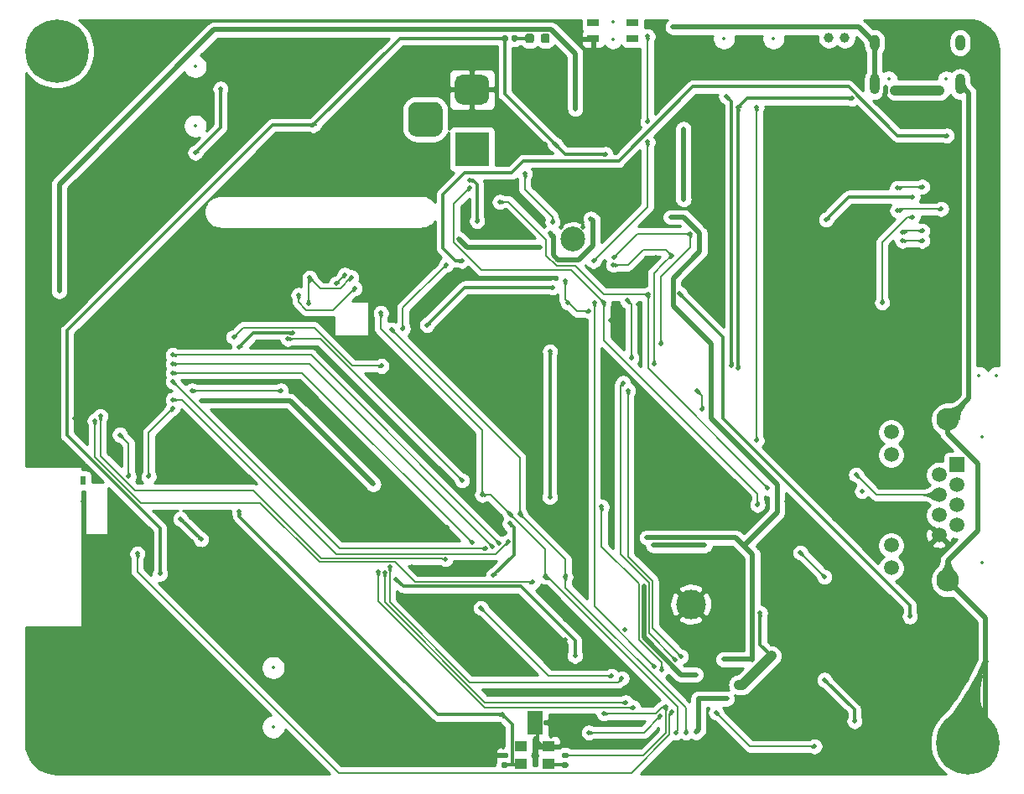
<source format=gbr>
%TF.GenerationSoftware,KiCad,Pcbnew,(5.1.6)-1*%
%TF.CreationDate,2020-07-01T23:58:00+08:00*%
%TF.ProjectId,matrix_v3s,6d617472-6978-45f7-9633-732e6b696361,rev?*%
%TF.SameCoordinates,Original*%
%TF.FileFunction,Copper,L2,Bot*%
%TF.FilePolarity,Positive*%
%FSLAX46Y46*%
G04 Gerber Fmt 4.6, Leading zero omitted, Abs format (unit mm)*
G04 Created by KiCad (PCBNEW (5.1.6)-1) date 2020-07-01 23:58:00*
%MOMM*%
%LPD*%
G01*
G04 APERTURE LIST*
%TA.AperFunction,ComponentPad*%
%ADD10R,1.500000X1.500000*%
%TD*%
%TA.AperFunction,ComponentPad*%
%ADD11C,1.500000*%
%TD*%
%TA.AperFunction,ComponentPad*%
%ADD12C,2.300000*%
%TD*%
%TA.AperFunction,SMDPad,CuDef*%
%ADD13R,1.200000X0.800000*%
%TD*%
%TA.AperFunction,SMDPad,CuDef*%
%ADD14R,1.200000X1.000000*%
%TD*%
%TA.AperFunction,ComponentPad*%
%ADD15C,3.000000*%
%TD*%
%TA.AperFunction,ViaPad*%
%ADD16R,0.500000X0.900000*%
%TD*%
%TA.AperFunction,ComponentPad*%
%ADD17C,2.500000*%
%TD*%
%TA.AperFunction,ComponentPad*%
%ADD18R,3.500000X3.500000*%
%TD*%
%TA.AperFunction,ComponentPad*%
%ADD19C,0.800000*%
%TD*%
%TA.AperFunction,ComponentPad*%
%ADD20C,6.400000*%
%TD*%
%TA.AperFunction,ComponentPad*%
%ADD21C,1.000000*%
%TD*%
%TA.AperFunction,ViaPad*%
%ADD22C,0.600000*%
%TD*%
%TA.AperFunction,Conductor*%
%ADD23R,1.650000X2.400000*%
%TD*%
%TA.AperFunction,ComponentPad*%
%ADD24O,1.000000X2.100000*%
%TD*%
%TA.AperFunction,ComponentPad*%
%ADD25O,1.000000X1.600000*%
%TD*%
%TA.AperFunction,ViaPad*%
%ADD26C,0.500000*%
%TD*%
%TA.AperFunction,Conductor*%
%ADD27C,0.500000*%
%TD*%
%TA.AperFunction,Conductor*%
%ADD28C,0.300000*%
%TD*%
%TA.AperFunction,Conductor*%
%ADD29C,0.200000*%
%TD*%
%TA.AperFunction,Conductor*%
%ADD30C,1.000000*%
%TD*%
%TA.AperFunction,Conductor*%
%ADD31C,0.254000*%
%TD*%
%TA.AperFunction,Conductor*%
%ADD32C,0.025400*%
%TD*%
%ADD33C,0.300000*%
%ADD34C,0.350000*%
%ADD35O,3.000000X1.000000*%
%ADD36O,1.000000X3.000000*%
%ADD37C,0.250000*%
%ADD38O,0.600000X1.700000*%
%ADD39O,0.600000X1.200000*%
G04 APERTURE END LIST*
D10*
%TO.P,J7,1*%
%TO.N,/EPHY_TXP*%
X120047000Y-65913000D03*
D11*
%TO.P,J7,3*%
%TO.N,/EPHY_RXP*%
X120047000Y-67945000D03*
%TO.P,J7,5*%
%TO.N,Net-(C80-Pad2)*%
X120047000Y-69977000D03*
%TO.P,J7,7*%
%TO.N,Net-(J7-Pad7)*%
X120047000Y-72009000D03*
%TO.P,J7,2*%
%TO.N,/EPHY_TXN*%
X118267000Y-66929000D03*
%TO.P,J7,4*%
%TO.N,Net-(C79-Pad2)*%
X118267000Y-68961000D03*
%TO.P,J7,6*%
%TO.N,/EPHY_RXN*%
X118267000Y-70993000D03*
%TO.P,J7,8*%
%TO.N,GND*%
X118267000Y-73025000D03*
D12*
%TO.P,J7,SH*%
%TO.N,Earth*%
X119157000Y-77603000D03*
X119157000Y-61343000D03*
D11*
%TO.P,J7,9*%
%TO.N,Net-(J7-Pad9)*%
X113447000Y-62613000D03*
%TO.P,J7,10*%
%TO.N,/EPHY_LINK_LED*%
X113447000Y-64903000D03*
%TO.P,J7,11*%
%TO.N,Net-(J7-Pad11)*%
X113447000Y-74043000D03*
%TO.P,J7,12*%
%TO.N,/EPHY_SPD_LED*%
X113447000Y-76333000D03*
%TD*%
%TO.P,D12,2*%
%TO.N,Net-(D12-Pad2)*%
%TA.AperFunction,SMDPad,CuDef*%
G36*
G01*
X77374000Y-22603750D02*
X77374000Y-23116250D01*
G75*
G02*
X77155250Y-23335000I-218750J0D01*
G01*
X76717750Y-23335000D01*
G75*
G02*
X76499000Y-23116250I0J218750D01*
G01*
X76499000Y-22603750D01*
G75*
G02*
X76717750Y-22385000I218750J0D01*
G01*
X77155250Y-22385000D01*
G75*
G02*
X77374000Y-22603750I0J-218750D01*
G01*
G37*
%TD.AperFunction*%
%TO.P,D12,1*%
%TO.N,Net-(D12-Pad1)*%
%TA.AperFunction,SMDPad,CuDef*%
G36*
G01*
X78949000Y-22603750D02*
X78949000Y-23116250D01*
G75*
G02*
X78730250Y-23335000I-218750J0D01*
G01*
X78292750Y-23335000D01*
G75*
G02*
X78074000Y-23116250I0J218750D01*
G01*
X78074000Y-22603750D01*
G75*
G02*
X78292750Y-22385000I218750J0D01*
G01*
X78730250Y-22385000D01*
G75*
G02*
X78949000Y-22603750I0J-218750D01*
G01*
G37*
%TD.AperFunction*%
%TD*%
%TO.P,R45,2*%
%TO.N,/IPSOUT*%
%TA.AperFunction,SMDPad,CuDef*%
G36*
G01*
X74740000Y-22687500D02*
X74740000Y-23032500D01*
G75*
G02*
X74592500Y-23180000I-147500J0D01*
G01*
X74297500Y-23180000D01*
G75*
G02*
X74150000Y-23032500I0J147500D01*
G01*
X74150000Y-22687500D01*
G75*
G02*
X74297500Y-22540000I147500J0D01*
G01*
X74592500Y-22540000D01*
G75*
G02*
X74740000Y-22687500I0J-147500D01*
G01*
G37*
%TD.AperFunction*%
%TO.P,R45,1*%
%TO.N,Net-(D12-Pad2)*%
%TA.AperFunction,SMDPad,CuDef*%
G36*
G01*
X75710000Y-22687500D02*
X75710000Y-23032500D01*
G75*
G02*
X75562500Y-23180000I-147500J0D01*
G01*
X75267500Y-23180000D01*
G75*
G02*
X75120000Y-23032500I0J147500D01*
G01*
X75120000Y-22687500D01*
G75*
G02*
X75267500Y-22540000I147500J0D01*
G01*
X75562500Y-22540000D01*
G75*
G02*
X75710000Y-22687500I0J-147500D01*
G01*
G37*
%TD.AperFunction*%
%TD*%
D13*
%TO.P,SW3,~*%
%TO.N,N/C*%
X87344000Y-22898000D03*
%TO.P,SW3,1*%
%TO.N,GND*%
X83344000Y-22898000D03*
%TO.P,SW3,2*%
%TO.N,Net-(R53-Pad2)*%
X87344000Y-21298000D03*
%TO.P,SW3,~*%
%TO.N,N/C*%
X83344000Y-21298000D03*
%TD*%
D14*
%TO.P,D7,4*%
%TO.N,/RGB_DIN*%
X78870000Y-96150000D03*
%TO.P,D7,3*%
%TO.N,GND*%
X78870000Y-94350000D03*
%TO.P,D7,1*%
%TO.N,/VCC_3V3*%
X76070000Y-96150000D03*
%TO.P,D7,2*%
%TO.N,Net-(D7-Pad2)*%
X76070000Y-94350000D03*
%TD*%
%TO.P,C32,2*%
%TO.N,/VCC_3V3*%
%TA.AperFunction,SMDPad,CuDef*%
G36*
G01*
X74249500Y-95948000D02*
X74594500Y-95948000D01*
G75*
G02*
X74742000Y-96095500I0J-147500D01*
G01*
X74742000Y-96390500D01*
G75*
G02*
X74594500Y-96538000I-147500J0D01*
G01*
X74249500Y-96538000D01*
G75*
G02*
X74102000Y-96390500I0J147500D01*
G01*
X74102000Y-96095500D01*
G75*
G02*
X74249500Y-95948000I147500J0D01*
G01*
G37*
%TD.AperFunction*%
%TO.P,C32,1*%
%TO.N,GND*%
%TA.AperFunction,SMDPad,CuDef*%
G36*
G01*
X74249500Y-94978000D02*
X74594500Y-94978000D01*
G75*
G02*
X74742000Y-95125500I0J-147500D01*
G01*
X74742000Y-95420500D01*
G75*
G02*
X74594500Y-95568000I-147500J0D01*
G01*
X74249500Y-95568000D01*
G75*
G02*
X74102000Y-95420500I0J147500D01*
G01*
X74102000Y-95125500D01*
G75*
G02*
X74249500Y-94978000I147500J0D01*
G01*
G37*
%TD.AperFunction*%
%TD*%
%TO.P,R35,2*%
%TO.N,/RGB_DIN*%
%TA.AperFunction,SMDPad,CuDef*%
G36*
G01*
X80345500Y-95948000D02*
X80690500Y-95948000D01*
G75*
G02*
X80838000Y-96095500I0J-147500D01*
G01*
X80838000Y-96390500D01*
G75*
G02*
X80690500Y-96538000I-147500J0D01*
G01*
X80345500Y-96538000D01*
G75*
G02*
X80198000Y-96390500I0J147500D01*
G01*
X80198000Y-96095500D01*
G75*
G02*
X80345500Y-95948000I147500J0D01*
G01*
G37*
%TD.AperFunction*%
%TO.P,R35,1*%
%TO.N,/ERM_PWM*%
%TA.AperFunction,SMDPad,CuDef*%
G36*
G01*
X80345500Y-94978000D02*
X80690500Y-94978000D01*
G75*
G02*
X80838000Y-95125500I0J-147500D01*
G01*
X80838000Y-95420500D01*
G75*
G02*
X80690500Y-95568000I-147500J0D01*
G01*
X80345500Y-95568000D01*
G75*
G02*
X80198000Y-95420500I0J147500D01*
G01*
X80198000Y-95125500D01*
G75*
G02*
X80345500Y-94978000I147500J0D01*
G01*
G37*
%TD.AperFunction*%
%TD*%
D15*
%TO.P,U8,129*%
%TO.N,GND*%
X93218000Y-80010000D03*
%TD*%
D16*
%TO.N,Net-(AE1-Pad2)*%
%TO.C,AE1*%
X31877000Y-67496000D03*
%TD*%
D17*
%TO.P,U7,49*%
%TO.N,GND*%
X81310000Y-43156000D03*
%TD*%
D18*
%TO.P,J5,1*%
%TO.N,/ACIN*%
X71120000Y-34036000D03*
%TO.P,J5,2*%
%TO.N,GND*%
%TA.AperFunction,ComponentPad*%
G36*
G01*
X70120000Y-26536000D02*
X72120000Y-26536000D01*
G75*
G02*
X72870000Y-27286000I0J-750000D01*
G01*
X72870000Y-28786000D01*
G75*
G02*
X72120000Y-29536000I-750000J0D01*
G01*
X70120000Y-29536000D01*
G75*
G02*
X69370000Y-28786000I0J750000D01*
G01*
X69370000Y-27286000D01*
G75*
G02*
X70120000Y-26536000I750000J0D01*
G01*
G37*
%TD.AperFunction*%
%TO.P,J5,3*%
%TO.N,N/C*%
%TA.AperFunction,ComponentPad*%
G36*
G01*
X65545000Y-29286000D02*
X67295000Y-29286000D01*
G75*
G02*
X68170000Y-30161000I0J-875000D01*
G01*
X68170000Y-31911000D01*
G75*
G02*
X67295000Y-32786000I-875000J0D01*
G01*
X65545000Y-32786000D01*
G75*
G02*
X64670000Y-31911000I0J875000D01*
G01*
X64670000Y-30161000D01*
G75*
G02*
X65545000Y-29286000I875000J0D01*
G01*
G37*
%TD.AperFunction*%
%TD*%
D19*
%TO.P,H3,1*%
%TO.N,Earth*%
X122855056Y-92282944D03*
X121158000Y-91580000D03*
X119460944Y-92282944D03*
X118758000Y-93980000D03*
X119460944Y-95677056D03*
X121158000Y-96380000D03*
X122855056Y-95677056D03*
X123558000Y-93980000D03*
D20*
X121158000Y-93980000D03*
%TD*%
D19*
%TO.P,H2,1*%
%TO.N,Earth*%
X30907056Y-22432944D03*
X29210000Y-21730000D03*
X27512944Y-22432944D03*
X26810000Y-24130000D03*
X27512944Y-25827056D03*
X29210000Y-26530000D03*
X30907056Y-25827056D03*
X31610000Y-24130000D03*
D20*
X29210000Y-24130000D03*
%TD*%
D21*
%TO.P,MK1,1*%
%TO.N,Net-(C4-Pad1)*%
X107150000Y-22814000D03*
%TO.P,MK1,2*%
%TO.N,Net-(C3-Pad1)*%
X108750000Y-22814000D03*
%TD*%
D22*
%TO.N,GND*%
%TO.C,U5*%
X76970000Y-91198000D03*
X77970000Y-91198000D03*
X76970000Y-92698000D03*
X77970000Y-92698000D03*
X77470000Y-91948000D03*
D23*
X77470000Y-91948000D03*
%TD*%
D24*
%TO.P,J2,S1*%
%TO.N,Earth*%
X120398000Y-27489000D03*
X111758000Y-27489000D03*
D25*
X120398000Y-23309000D03*
X111758000Y-23309000D03*
%TD*%
D26*
%TO.N,GND*%
X107696000Y-69088000D03*
X123444000Y-51562000D03*
X123952000Y-54864000D03*
X72898000Y-41783000D03*
X116078000Y-30480000D03*
X80137000Y-41910000D03*
X110871000Y-72009000D03*
X110871000Y-64897000D03*
X77978000Y-69215000D03*
X31877000Y-69596000D03*
X45466000Y-75692000D03*
X43751500Y-74422000D03*
X78486000Y-33591500D03*
X85090000Y-51308000D03*
X88455500Y-46228000D03*
X80518000Y-85217000D03*
X80518000Y-83629500D03*
X80518000Y-81534000D03*
X112852200Y-27787600D03*
X112776000Y-29210000D03*
X87907000Y-49720500D03*
X47942500Y-75692000D03*
X44005500Y-81597500D03*
X47942500Y-81597500D03*
X38354000Y-76581000D03*
X34925000Y-71755000D03*
X34925000Y-74295000D03*
X34925000Y-69215000D03*
X34925000Y-70485000D03*
X34925000Y-73025000D03*
X33655000Y-74930000D03*
X32385000Y-74930000D03*
X42164000Y-66548000D03*
X28575000Y-62865000D03*
X30988000Y-61214000D03*
X48260000Y-85090000D03*
X43815000Y-85090000D03*
X39370000Y-85090000D03*
X44831000Y-63881000D03*
X45085000Y-53340000D03*
X42545000Y-53340000D03*
X42545000Y-49530000D03*
X38735000Y-60325000D03*
X38735000Y-55880000D03*
X38989000Y-47371000D03*
X31115000Y-48260000D03*
X27305000Y-50800000D03*
X26670000Y-53975000D03*
X51054000Y-45567500D03*
X53340000Y-43180000D03*
X55499000Y-51181000D03*
X53617000Y-50736500D03*
X60178000Y-54376000D03*
X51054000Y-50800000D03*
X57404000Y-44704000D03*
X61341000Y-48768000D03*
X64643000Y-48133000D03*
X65532000Y-42418000D03*
X61849000Y-43942000D03*
X53848000Y-29464000D03*
X58293000Y-23241000D03*
X48641000Y-67437000D03*
X52451000Y-67564000D03*
X56388000Y-67564000D03*
X59182000Y-67437000D03*
X65024000Y-76200000D03*
X67437000Y-72263000D03*
X68580000Y-72263000D03*
X63881000Y-79502000D03*
X66040000Y-79502000D03*
X63627000Y-67691000D03*
X64516000Y-59690000D03*
X67056000Y-61976000D03*
X71120000Y-63754000D03*
X69088000Y-67818000D03*
X77978000Y-66294000D03*
X89154000Y-65024000D03*
X84836000Y-66040000D03*
X102870000Y-69596000D03*
X105410000Y-67818000D03*
X108585000Y-62611000D03*
X108839000Y-76581000D03*
X112776000Y-81305500D03*
X109220000Y-94107000D03*
X108839000Y-87630000D03*
X87884000Y-94234000D03*
X82677000Y-91948000D03*
X74168000Y-92735500D03*
X67818000Y-95250000D03*
X76454000Y-39497000D03*
X74549000Y-35306000D03*
X79756000Y-29845000D03*
X84582000Y-40005000D03*
X82280010Y-41925990D03*
X87503000Y-35814000D03*
X90805000Y-32766000D03*
X91186000Y-37846000D03*
X95504000Y-32766000D03*
X95504000Y-37846000D03*
X93599000Y-29972000D03*
X85344000Y-27686000D03*
X91059000Y-24892000D03*
X102235000Y-30988000D03*
X105918000Y-39497000D03*
X104140000Y-35433000D03*
X105918000Y-30988000D03*
X102235000Y-39497000D03*
X113792000Y-35814000D03*
X118999000Y-35052000D03*
X112268000Y-32639000D03*
X120015000Y-43942000D03*
X118110000Y-46228000D03*
X122428000Y-46228000D03*
X116459000Y-53848000D03*
X109855000Y-42672000D03*
X109474000Y-30988000D03*
X71755000Y-76073000D03*
X46736000Y-67437000D03*
X40005000Y-70866000D03*
X46609000Y-61849000D03*
X45212000Y-60579000D03*
X70739000Y-46355000D03*
X69469000Y-46355000D03*
X67310000Y-44196000D03*
X67310000Y-45593000D03*
X72921000Y-40386000D03*
X76327000Y-51308000D03*
X74676000Y-49149000D03*
X67818000Y-48641000D03*
X65024000Y-50673000D03*
X67437000Y-52959000D03*
X72517000Y-52959000D03*
X75438000Y-52959000D03*
X86106000Y-52070000D03*
X85725000Y-49657000D03*
X92735500Y-47371000D03*
X82550000Y-36830000D03*
X84836000Y-47371000D03*
X89687500Y-44958000D03*
X32385000Y-76200000D03*
X32385000Y-77470000D03*
X32385000Y-78740000D03*
X32385000Y-80010000D03*
X32385000Y-81280000D03*
X32385000Y-82550000D03*
X31750000Y-83185000D03*
X30480000Y-83185000D03*
X29210000Y-83185000D03*
X27940000Y-83185000D03*
X26670000Y-83185000D03*
X29972000Y-65024000D03*
X45085000Y-45085000D03*
X45085000Y-34925000D03*
X48260000Y-37465000D03*
X52705000Y-33020000D03*
X57150000Y-37465000D03*
X66040000Y-37465000D03*
X61595000Y-33020000D03*
X59055000Y-29845000D03*
X63500000Y-27305000D03*
X61595000Y-23495000D03*
X71120000Y-24130000D03*
X75565000Y-24130000D03*
X77470000Y-27940000D03*
X90805000Y-28575000D03*
X95250000Y-24765000D03*
X102870000Y-24765000D03*
X109855000Y-25400000D03*
X118110000Y-25400000D03*
X119380000Y-21590000D03*
X113030000Y-21590000D03*
X122936000Y-23368000D03*
X122936000Y-29718000D03*
X122428000Y-35052000D03*
X123444000Y-40640000D03*
X120015000Y-38862000D03*
X114935000Y-56515000D03*
X117475000Y-59055000D03*
X105410000Y-66040000D03*
%TO.N,/EPHY_RXP*%
X110490000Y-68580000D03*
%TO.N,GND*%
X112395000Y-72390000D03*
X119380000Y-79756000D03*
X121920000Y-85725000D03*
X114935000Y-89535000D03*
X113665000Y-86995000D03*
X114935000Y-93345000D03*
X113665000Y-93980000D03*
X117475000Y-96520000D03*
X111760000Y-96520000D03*
X104140000Y-96520000D03*
X95250000Y-96520000D03*
X90805000Y-95250000D03*
X73025000Y-95250000D03*
X62865000Y-95250000D03*
X57785000Y-95250000D03*
X57785000Y-90170000D03*
X52705000Y-90170000D03*
X53340000Y-95250000D03*
X48260000Y-95250000D03*
X43815000Y-95250000D03*
X39370000Y-95250000D03*
X34925000Y-95250000D03*
X34925000Y-85090000D03*
X30480000Y-85090000D03*
X27940000Y-87630000D03*
X33020000Y-87630000D03*
X37465000Y-87630000D03*
X41910000Y-87630000D03*
X35560000Y-90170000D03*
X40005000Y-90170000D03*
X44450000Y-90170000D03*
X42545000Y-92710000D03*
X38100000Y-92710000D03*
X33655000Y-92710000D03*
X46990000Y-92710000D03*
X36830000Y-81915000D03*
X40640000Y-81915000D03*
X35560000Y-78105000D03*
X37465000Y-72390000D03*
X51435000Y-80010000D03*
X52070000Y-60960000D03*
X55245000Y-59690000D03*
X60960000Y-65405000D03*
X72390000Y-59690000D03*
X77470000Y-59690000D03*
X81280000Y-62230000D03*
X31750000Y-38100000D03*
X36195000Y-33020000D03*
X36195000Y-43815000D03*
X29210000Y-31115000D03*
X34925000Y-27305000D03*
X27305000Y-40005000D03*
X85725000Y-31115000D03*
X112014000Y-75184000D03*
X107696000Y-71374000D03*
X106172000Y-73152000D03*
X103251000Y-71016000D03*
X115062000Y-78486000D03*
X115824000Y-76200000D03*
%TO.N,/USB_VIN*%
X118504000Y-28054000D03*
X113678000Y-28054000D03*
%TO.N,Earth*%
X91376500Y-21717000D03*
%TO.N,/LCD_DE*%
X62801502Y-76263502D03*
X86232990Y-87503000D03*
%TO.N,/LCD_VSYNC*%
X86614000Y-89914000D03*
X62291492Y-76787693D03*
%TO.N,/LCD_HSYNC*%
X87376000Y-90424000D03*
X61632911Y-76744247D03*
%TO.N,/LCD_CLK*%
X72009000Y-80391000D03*
X85217000Y-87248994D03*
%TO.N,/LCD_LEDK*%
X43758500Y-73462500D03*
X41670000Y-71374000D03*
%TO.N,/LRADC*%
X99845000Y-63477000D03*
X99845000Y-29845000D03*
%TO.N,/ERM_EN*%
X90104490Y-91315010D03*
X82931000Y-92964000D03*
%TO.N,/AVCC*%
X109474000Y-28933000D03*
X97969010Y-29845000D03*
X97980500Y-56197500D03*
%TO.N,GNDA*%
X94361000Y-60325000D03*
X93853000Y-58443000D03*
X96773980Y-28725000D03*
X97324183Y-55873634D03*
%TO.N,/~RESET*%
X73914000Y-39370000D03*
X88900000Y-48704488D03*
X100978070Y-68275570D03*
%TO.N,/FLASH_CLK*%
X95758000Y-90932000D03*
X105700000Y-94361000D03*
%TO.N,/AUX_SCL*%
X54587000Y-49680000D03*
X54737000Y-47053500D03*
X58911417Y-46987990D03*
%TO.N,/AUX_SDA*%
X58293005Y-46735995D03*
X57404000Y-47625000D03*
%TO.N,/VBUS*%
X70104000Y-45339000D03*
X119023000Y-32679000D03*
%TO.N,/IPSOUT*%
X79311500Y-44767500D03*
X83312000Y-42926000D03*
X78994000Y-42545000D03*
X83110000Y-41072964D03*
X79490500Y-33539500D03*
X84582000Y-34544000D03*
X81915000Y-45212000D03*
X55092500Y-31623000D03*
X39624000Y-76936500D03*
X115316000Y-81254500D03*
X92075000Y-48641000D03*
%TO.N,/VINT*%
X79248000Y-41402000D03*
X76454000Y-36553000D03*
%TO.N,/LDO1*%
X71628000Y-41300500D03*
X70866000Y-37211000D03*
%TO.N,/LDO3*%
X80518000Y-47371000D03*
X80784750Y-49517250D03*
X82928990Y-50419000D03*
%TO.N,/DCDC2*%
X109728000Y-91821000D03*
X95178000Y-73279000D03*
X99441000Y-77597014D03*
X99441000Y-80229990D03*
X106703000Y-87630000D03*
X86550500Y-82550000D03*
X96497029Y-85575023D03*
X99441000Y-85598000D03*
X91186000Y-40919500D03*
X88773004Y-73279000D03*
%TO.N,/DCDC3*%
X93980000Y-89535000D03*
X96837500Y-89535000D03*
X93726000Y-92941000D03*
X106691500Y-77227500D03*
X104267000Y-74803000D03*
X89418000Y-74051000D03*
X94618000Y-74041000D03*
X93708000Y-87122000D03*
X88455500Y-83375500D03*
X88455500Y-78168500D03*
X81545500Y-29983500D03*
X29441000Y-48387000D03*
X43792000Y-59459000D03*
X61150500Y-67881500D03*
X63436500Y-77470000D03*
X81511000Y-85217000D03*
X92456000Y-32004000D03*
X92479000Y-39116000D03*
%TO.N,/VBAT*%
X79273500Y-48006000D03*
X66580000Y-51800000D03*
%TO.N,/EE_SDA*%
X91252000Y-44788000D03*
X89471500Y-55753000D03*
X92217025Y-85295339D03*
X85401101Y-45744981D03*
X86868000Y-58420000D03*
%TO.N,/EE_SCK*%
X93152000Y-42588000D03*
X90170001Y-53720999D03*
X91630500Y-85598000D03*
X86360000Y-57658000D03*
X85406907Y-45017910D03*
%TO.N,/HPOUTR*%
X45720000Y-27940000D03*
X43180002Y-34417000D03*
%TO.N,/SDSW*%
X115593000Y-40894000D03*
X112522000Y-49530000D03*
%TO.N,/VCC_RTC*%
X99949000Y-69977000D03*
X84432000Y-49530062D03*
X70866000Y-37973000D03*
%TO.N,/PM_IRQ*%
X89528000Y-86296500D03*
X83462000Y-49530000D03*
%TO.N,/VBACKUP*%
X68516502Y-45720000D03*
X64135000Y-52197000D03*
%TO.N,/SDA*%
X92710000Y-92964000D03*
X80541000Y-77216000D03*
X75946000Y-70889000D03*
X62992000Y-52260500D03*
%TO.N,/SCL*%
X91694000Y-92964000D03*
X78509000Y-77216000D03*
X74930000Y-70889000D03*
X72136000Y-68961000D03*
X61912500Y-50609500D03*
%TO.N,/GPIO3*%
X47053500Y-53022500D03*
X87196875Y-55129375D03*
X61976000Y-55943500D03*
X86804503Y-49339497D03*
%TO.N,/SDC1_D3*%
X42822000Y-58420000D03*
X51816000Y-58420000D03*
%TO.N,/SDC1_CLK*%
X40921000Y-56642000D03*
X71120000Y-73787000D03*
%TO.N,/SDC1_CMD*%
X40921000Y-57542000D03*
X72463877Y-74346113D03*
%TO.N,/SDC1_D0*%
X40921000Y-55742000D03*
X73152000Y-74168000D03*
%TO.N,/SDC1_D1*%
X40921000Y-54842000D03*
X73839118Y-73839118D03*
%TO.N,/SDC1_D2*%
X40921000Y-59342000D03*
X74739506Y-73699990D03*
%TO.N,/SDC0_D0*%
X116563000Y-37846000D03*
X114046000Y-37973002D03*
%TO.N,/SDC0_CMD*%
X114554000Y-42418000D03*
X116563000Y-42291000D03*
%TO.N,/SDC0_D3*%
X114554000Y-43307000D03*
X116563000Y-43307000D03*
%TO.N,/SDC0_CLK*%
X118491000Y-40090000D03*
X114046000Y-40259000D03*
%TO.N,/ERM_PWM*%
X84411750Y-91038750D03*
X90678001Y-90360501D03*
%TO.N,/ACIN*%
X77216000Y-43942000D03*
X69812019Y-43116519D03*
%TO.N,/VCC_1V8*%
X100203000Y-80899000D03*
X101346000Y-85217000D03*
X98044000Y-88138000D03*
%TO.N,/VCC_3V3*%
X74168000Y-91160500D03*
X47625000Y-70675500D03*
X47625000Y-54038500D03*
X53011990Y-52603989D03*
X74930000Y-71859000D03*
X78970000Y-69160000D03*
X78994000Y-54483000D03*
X106870500Y-41148000D03*
X115593000Y-38862000D03*
X73279000Y-77089000D03*
%TO.N,/PB_EINT2*%
X70104000Y-67500500D03*
X52544000Y-53213000D03*
X90233500Y-86614000D03*
X84201000Y-70167500D03*
%TO.N,/PWM1*%
X91313000Y-90868500D03*
X37338000Y-74907000D03*
%TO.N,/WL_H_WK*%
X40894000Y-60198000D03*
X38481000Y-67119500D03*
%TO.N,/BT_H_WK*%
X36449000Y-67119500D03*
X35571000Y-62892000D03*
%TO.N,Net-(D12-Pad1)*%
X78485994Y-22860000D03*
%TO.N,/BT_RXD*%
X33020000Y-61468000D03*
X77216000Y-77787500D03*
%TO.N,/BT_TXD*%
X33591500Y-61023500D03*
X68453000Y-75440000D03*
%TO.N,Net-(C79-Pad2)*%
X109878000Y-66929000D03*
%TO.N,Net-(R53-Pad2)*%
X87344000Y-21298000D03*
%TO.N,Net-(R53-Pad1)*%
X88836500Y-22669500D03*
X88836500Y-31305500D03*
X88836500Y-33337500D03*
X83375500Y-45339000D03*
%TO.N,Net-(R90-Pad1)*%
X59278250Y-48102250D03*
X53594000Y-48768000D03*
%TD*%
D27*
%TO.N,GND*%
X112776000Y-28473400D02*
X112852200Y-28397200D01*
X112776000Y-29210000D02*
X112776000Y-28473400D01*
X112852200Y-28397200D02*
X112852200Y-27787600D01*
X80645000Y-42491000D02*
X81310000Y-43156000D01*
D28*
X77724000Y-93853000D02*
X77724000Y-92944000D01*
X77724000Y-92944000D02*
X77970000Y-92698000D01*
X78870000Y-94350000D02*
X78221000Y-94350000D01*
X78221000Y-94350000D02*
X77724000Y-93853000D01*
D29*
X82280010Y-41925990D02*
X82280010Y-41513010D01*
X82280010Y-41513010D02*
X82169000Y-41402000D01*
D30*
%TO.N,/USB_VIN*%
X113830100Y-28092400D02*
X118338600Y-28092400D01*
D28*
%TO.N,Earth*%
X27686000Y-25654000D02*
X29210000Y-24130000D01*
D27*
X119157000Y-77603000D02*
X119157000Y-75597500D01*
X119157000Y-75597500D02*
X122174000Y-72580500D01*
X119157000Y-62784998D02*
X119157000Y-61343000D01*
X122174000Y-65801998D02*
X119157000Y-62784998D01*
X122174000Y-72580500D02*
X122174000Y-65801998D01*
X111758000Y-23309000D02*
X111758000Y-27489000D01*
X110166000Y-21717000D02*
X111758000Y-23309000D01*
X91376500Y-21717000D02*
X110166000Y-21717000D01*
X121259999Y-28350999D02*
X120398000Y-27489000D01*
X121259999Y-59240001D02*
X121259999Y-28350999D01*
X119157000Y-61343000D02*
X121259999Y-59240001D01*
X122967000Y-92786197D02*
X121465599Y-94287598D01*
X119157000Y-77603000D02*
X122967000Y-81413000D01*
X122967000Y-81413000D02*
X122967000Y-92786197D01*
D29*
%TO.N,/LCD_DE*%
X85851990Y-87884000D02*
X86232990Y-87503000D01*
X70866000Y-87884000D02*
X85851990Y-87884000D01*
X62801502Y-76263502D02*
X62801502Y-79819502D01*
X62801502Y-79819502D02*
X70866000Y-87884000D01*
%TO.N,/LCD_VSYNC*%
X86614000Y-89914000D02*
X72386868Y-89914000D01*
X62291492Y-79818624D02*
X62291492Y-76787693D01*
X72386868Y-89914000D02*
X62291492Y-79818624D01*
%TO.N,/LCD_HSYNC*%
X87376000Y-90424000D02*
X72387736Y-90424000D01*
X61632911Y-79669175D02*
X61632911Y-76744247D01*
X72387736Y-90424000D02*
X61632911Y-79669175D01*
%TO.N,/LCD_CLK*%
X72009000Y-80391000D02*
X78866994Y-87248994D01*
X78866994Y-87248994D02*
X85217000Y-87248994D01*
D28*
%TO.N,/LCD_LEDK*%
X41670000Y-71374000D02*
X41670000Y-71374000D01*
X43758500Y-73462500D02*
X43768000Y-73472000D01*
X41670000Y-71374000D02*
X43758500Y-73462500D01*
D29*
%TO.N,/LRADC*%
X99845000Y-63477000D02*
X99845000Y-29845000D01*
%TO.N,/ERM_EN*%
X88455500Y-92964000D02*
X82931000Y-92964000D01*
X90104490Y-91315010D02*
X88455500Y-92964000D01*
D28*
%TO.N,/AVCC*%
X98881010Y-28933000D02*
X97969010Y-29845000D01*
X109474000Y-28933000D02*
X98881010Y-28933000D01*
X97969010Y-56186010D02*
X97980500Y-56197500D01*
X97969010Y-29845000D02*
X97969010Y-56186010D01*
D29*
%TO.N,GNDA*%
X94361000Y-60325000D02*
X94361000Y-58951000D01*
X94361000Y-58951000D02*
X93853000Y-58443000D01*
D28*
X96773980Y-28725000D02*
X97324183Y-29275203D01*
X97324183Y-29275203D02*
X97324183Y-55873634D01*
D29*
%TO.N,/~RESET*%
X73891000Y-39370000D02*
X73914000Y-39370000D01*
X88900000Y-56197500D02*
X100978070Y-68275570D01*
X88900000Y-48704488D02*
X88900000Y-56197500D01*
X78613000Y-43180000D02*
X78613000Y-44831000D01*
X74803000Y-39370000D02*
X78613000Y-43180000D01*
X78613000Y-44831000D02*
X79649989Y-45867989D01*
X79649989Y-45867989D02*
X81554989Y-45867989D01*
X73914000Y-39370000D02*
X74803000Y-39370000D01*
X81554989Y-45867989D02*
X84391488Y-48704488D01*
X84391488Y-48704488D02*
X88900000Y-48704488D01*
%TO.N,/FLASH_CLK*%
X95758000Y-90932000D02*
X99187000Y-94361000D01*
X99187000Y-94361000D02*
X105700000Y-94361000D01*
X105700000Y-94361000D02*
X105700000Y-94361000D01*
%TO.N,/AUX_SCL*%
X54587000Y-49720500D02*
X54587000Y-49680000D01*
X54587000Y-47206428D02*
X54752394Y-47041034D01*
X55846361Y-48135001D02*
X54752394Y-47041034D01*
X57813332Y-48135001D02*
X56131999Y-48135001D01*
X58896833Y-47051500D02*
X57813332Y-48135001D01*
X54587000Y-49680000D02*
X54587000Y-47206428D01*
X56131999Y-48135001D02*
X55846361Y-48135001D01*
%TO.N,/AUX_SDA*%
X57404000Y-47625000D02*
X58293005Y-46735995D01*
D28*
%TO.N,/VBUS*%
X76327000Y-35242500D02*
X85915500Y-35242500D01*
X85915500Y-35242500D02*
X93408500Y-27749500D01*
X75120500Y-36449000D02*
X76327000Y-35242500D01*
X93408500Y-27749500D02*
X109119302Y-27749500D01*
X69469000Y-45339000D02*
X68199000Y-44069000D01*
X70104000Y-45339000D02*
X69469000Y-45339000D01*
X109119302Y-27749500D02*
X114048802Y-32679000D01*
X68199000Y-44069000D02*
X68199000Y-38608000D01*
X68199000Y-38608000D02*
X70358000Y-36449000D01*
X114048802Y-32679000D02*
X119023000Y-32679000D01*
X70358000Y-36449000D02*
X75120500Y-36449000D01*
D27*
%TO.N,/IPSOUT*%
X83185000Y-41148000D02*
X83185000Y-41148000D01*
X83312000Y-43815000D02*
X83312000Y-42926000D01*
X81915000Y-45212000D02*
X83312000Y-43815000D01*
X79311500Y-42873496D02*
X79311500Y-44767500D01*
X79756000Y-45212000D02*
X79311500Y-44767500D01*
X81915000Y-45212000D02*
X81915000Y-45212000D01*
X78994004Y-42556000D02*
X79179002Y-42740998D01*
X83312000Y-42926000D02*
X83312000Y-41275000D01*
X83312000Y-41275000D02*
X83109982Y-41072982D01*
D28*
X80495000Y-34544000D02*
X79502000Y-33551000D01*
X84582000Y-34544000D02*
X84582000Y-34544000D01*
D27*
X79179002Y-42740998D02*
X79311500Y-42873496D01*
D28*
X84582000Y-34544000D02*
X80495000Y-34544000D01*
D27*
X81915000Y-45212000D02*
X79756000Y-45212000D01*
D28*
X79490500Y-33539500D02*
X74445000Y-28494000D01*
X74445000Y-28494000D02*
X74445000Y-22860000D01*
X63855500Y-22860000D02*
X55092500Y-31623000D01*
X74445000Y-22860000D02*
X63855500Y-22860000D01*
X96456500Y-53022500D02*
X92075000Y-48641000D01*
X96456500Y-61277500D02*
X96456500Y-53022500D01*
X115316000Y-81254500D02*
X115316000Y-80137000D01*
X115316000Y-80137000D02*
X96456500Y-61277500D01*
X39624000Y-72334843D02*
X39624000Y-76936500D01*
X32609989Y-65320832D02*
X39624000Y-72334843D01*
X50990500Y-31623000D02*
X30226000Y-52387500D01*
X55092500Y-31623000D02*
X50990500Y-31623000D01*
X30226000Y-62928500D02*
X32609989Y-65312489D01*
X30226000Y-52387500D02*
X30226000Y-62928500D01*
X32609989Y-65312489D02*
X32609989Y-65320832D01*
D29*
%TO.N,/VINT*%
X79248000Y-40894000D02*
X79248000Y-41402000D01*
X76454000Y-36553000D02*
X76454000Y-36553000D01*
X76454000Y-38100000D02*
X79248000Y-40894000D01*
X76454000Y-36553000D02*
X76454000Y-38100000D01*
%TO.N,/LDO1*%
X71628000Y-41300500D02*
X71628000Y-41300500D01*
D28*
X71219553Y-37211000D02*
X70866000Y-37211000D01*
X71628000Y-37619447D02*
X71219553Y-37211000D01*
X71628000Y-41300500D02*
X71628000Y-37619447D01*
D29*
%TO.N,/LDO3*%
X81686500Y-50419000D02*
X82928990Y-50419000D01*
X80518000Y-47371000D02*
X80518000Y-49250500D01*
X80518000Y-49250500D02*
X81686500Y-50419000D01*
D28*
%TO.N,/DCDC2*%
X109728000Y-90655000D02*
X109728000Y-91821000D01*
X106703000Y-87630000D02*
X109728000Y-90655000D01*
D27*
X96497029Y-85575023D02*
X99418023Y-85575023D01*
X99418023Y-85575023D02*
X99441000Y-85598000D01*
X99441000Y-85598000D02*
X99441000Y-80229990D01*
X99441000Y-80229990D02*
X99441000Y-77597014D01*
X97726500Y-73279000D02*
X95178000Y-73279000D01*
X99441000Y-77597014D02*
X99441000Y-74993500D01*
X98552000Y-74104500D02*
X97726500Y-73279000D01*
X99441000Y-74993500D02*
X98552000Y-74104500D01*
X92460302Y-40919500D02*
X91186000Y-40919500D01*
X94107000Y-42566198D02*
X92460302Y-40919500D01*
X91414999Y-47078501D02*
X94107000Y-44386500D01*
X98552000Y-74104500D02*
X101917500Y-70739000D01*
X94107000Y-44386500D02*
X94107000Y-42566198D01*
X101917500Y-67945000D02*
X95250000Y-61277500D01*
X101917500Y-70739000D02*
X101917500Y-67945000D01*
X95250000Y-61277500D02*
X95250000Y-53721000D01*
X91414999Y-49885999D02*
X91414999Y-47078501D01*
X95250000Y-53721000D02*
X91414999Y-49885999D01*
X95178000Y-73279000D02*
X88773004Y-73279000D01*
D29*
%TO.N,/DCDC3*%
X106691500Y-77227500D02*
X104267000Y-74803000D01*
D27*
X94608000Y-74051000D02*
X94618000Y-74041000D01*
X89418000Y-74051000D02*
X94608000Y-74051000D01*
X93980000Y-92687000D02*
X93726000Y-92941000D01*
X93980000Y-89535000D02*
X93980000Y-92687000D01*
X93980000Y-89535000D02*
X96837500Y-89535000D01*
X93708000Y-87122000D02*
X92202000Y-87122000D01*
X92202000Y-87122000D02*
X88455500Y-83375500D01*
X88455500Y-83375500D02*
X88455500Y-78168500D01*
X79124990Y-21974990D02*
X45081010Y-21974990D01*
X81545500Y-29983500D02*
X81545500Y-24395500D01*
X81545500Y-24395500D02*
X79124990Y-21974990D01*
X45081010Y-21974990D02*
X29441000Y-37615000D01*
X29441000Y-37615000D02*
X29441000Y-48387000D01*
X43792000Y-59459000D02*
X52728000Y-59459000D01*
X52728000Y-59459000D02*
X61150500Y-67881500D01*
D28*
X81511000Y-83670000D02*
X81511000Y-85217000D01*
X76038511Y-78197511D02*
X81511000Y-83670000D01*
X63436500Y-77470000D02*
X64164011Y-78197511D01*
X64164011Y-78197511D02*
X76038511Y-78197511D01*
D27*
X92456000Y-32004000D02*
X92456000Y-39093000D01*
X92456000Y-39093000D02*
X92479000Y-39116000D01*
D28*
%TO.N,/VBAT*%
X79273500Y-48006000D02*
X70374000Y-48006000D01*
X70374000Y-48006000D02*
X66580000Y-51800000D01*
D29*
%TO.N,/EE_SDA*%
X90426000Y-45614000D02*
X91252000Y-44788000D01*
X89471500Y-46568500D02*
X89471500Y-55399447D01*
X89471500Y-55399447D02*
X89471500Y-55753000D01*
X90426000Y-45614000D02*
X89471500Y-46568500D01*
X89325522Y-77641522D02*
X86868000Y-75184000D01*
X92217025Y-85295339D02*
X89325522Y-82403836D01*
X89325522Y-82403836D02*
X89325522Y-77641522D01*
X86868000Y-75184000D02*
X86868000Y-58420000D01*
X90660000Y-44196000D02*
X88392000Y-44196000D01*
X91252000Y-44788000D02*
X90660000Y-44196000D01*
X88392000Y-44196000D02*
X86843019Y-45744981D01*
X86843019Y-45744981D02*
X85401101Y-45744981D01*
%TO.N,/EE_SCK*%
X93152000Y-42588000D02*
X93152000Y-42588000D01*
X90170001Y-53720999D02*
X90170001Y-46926499D01*
X93152000Y-43944500D02*
X93152000Y-42588000D01*
X90170001Y-46926499D02*
X93152000Y-43944500D01*
X86110001Y-74935133D02*
X86110001Y-57907999D01*
X86110001Y-57907999D02*
X86360000Y-57658000D01*
X88965511Y-77790643D02*
X86110001Y-74935133D01*
X88965511Y-82933011D02*
X88965511Y-77790643D01*
X91630500Y-85598000D02*
X88965511Y-82933011D01*
X93152000Y-42588000D02*
X87836817Y-42588000D01*
X87836817Y-42588000D02*
X85406907Y-45017910D01*
D28*
%TO.N,/HPOUTR*%
X45720000Y-31877002D02*
X43180002Y-34417000D01*
X45720000Y-27940000D02*
X45720000Y-31877002D01*
D29*
%TO.N,/SDSW*%
X112522000Y-43434000D02*
X112522000Y-49530000D01*
X115593000Y-40894000D02*
X115062000Y-40894000D01*
X115062000Y-40894000D02*
X112522000Y-43434000D01*
%TO.N,/VCC_RTC*%
X84432000Y-49530062D02*
X84432000Y-49530062D01*
X69301979Y-39537021D02*
X70866000Y-37973000D01*
X72065304Y-46228000D02*
X69301979Y-43464675D01*
X84432000Y-49530062D02*
X81129938Y-46228000D01*
X81129938Y-46228000D02*
X72065304Y-46228000D01*
X69301979Y-43464675D02*
X69301979Y-39537021D01*
X84457001Y-49555063D02*
X84432000Y-49530062D01*
X84457001Y-53342001D02*
X84457001Y-49555063D01*
X99949000Y-69977000D02*
X99949000Y-68834000D01*
X99949000Y-68834000D02*
X84457001Y-53342001D01*
%TO.N,/PM_IRQ*%
X83462000Y-49530000D02*
X83462000Y-49530000D01*
X83462000Y-80230500D02*
X83462000Y-49530000D01*
X89528000Y-86296500D02*
X83462000Y-80230500D01*
%TO.N,/VBACKUP*%
X68516502Y-45720000D02*
X64135000Y-50101502D01*
X64135000Y-50101502D02*
X64135000Y-52197000D01*
%TO.N,/SDA*%
X80541000Y-77216000D02*
X80541000Y-75484000D01*
X80541000Y-75484000D02*
X75946000Y-70889000D01*
X80541000Y-78318500D02*
X80541000Y-77216000D01*
X92710000Y-92964000D02*
X92710000Y-90487500D01*
X92710000Y-90487500D02*
X80541000Y-78318500D01*
X75946000Y-70889000D02*
X75946000Y-65214500D01*
X75946000Y-65214500D02*
X62992000Y-52260500D01*
%TO.N,/SCL*%
X78509000Y-77216000D02*
X78509000Y-74468000D01*
X78509000Y-74468000D02*
X74930000Y-70889000D01*
X73002000Y-68961000D02*
X74930000Y-70889000D01*
X72136000Y-68961000D02*
X73002000Y-68961000D01*
X61912500Y-52197000D02*
X61912500Y-50609500D01*
X72136000Y-68961000D02*
X72136000Y-62420500D01*
X72136000Y-62420500D02*
X61912500Y-52197000D01*
X78740000Y-77216000D02*
X78509000Y-77216000D01*
X91694000Y-92964000D02*
X91884500Y-92773500D01*
X91884500Y-90360500D02*
X78740000Y-77216000D01*
X91884500Y-92773500D02*
X91884500Y-90360500D01*
%TO.N,/GPIO3*%
X47053500Y-53022500D02*
X47982012Y-52093988D01*
X59056130Y-55943500D02*
X61976000Y-55943500D01*
X55206618Y-52093988D02*
X59056130Y-55943500D01*
X47982012Y-52093988D02*
X55206618Y-52093988D01*
X87196875Y-55129375D02*
X87196875Y-49731869D01*
X87196875Y-49731869D02*
X86804503Y-49339497D01*
%TO.N,/SDC1_D3*%
X42822000Y-58420000D02*
X51816000Y-58420000D01*
%TO.N,/SDC1_CLK*%
X40921000Y-56642000D02*
X53975000Y-56642000D01*
X53975000Y-56642000D02*
X71120000Y-73787000D01*
%TO.N,/SDC1_CMD*%
X57725113Y-74346113D02*
X72110324Y-74346113D01*
X40921000Y-57542000D02*
X57725113Y-74346113D01*
X72110324Y-74346113D02*
X72463877Y-74346113D01*
%TO.N,/SDC1_D0*%
X54726000Y-55742000D02*
X73152000Y-74168000D01*
X40921000Y-55742000D02*
X54726000Y-55742000D01*
%TO.N,/SDC1_D1*%
X54842000Y-54842000D02*
X73839118Y-73839118D01*
X40921000Y-54842000D02*
X54842000Y-54842000D01*
%TO.N,/SDC1_D2*%
X40921000Y-59342000D02*
X41871000Y-59342000D01*
X73509496Y-74930000D02*
X74739506Y-73699990D01*
X57459000Y-74930000D02*
X73509496Y-74930000D01*
X41871000Y-59342000D02*
X57459000Y-74930000D01*
%TO.N,/SDC0_D0*%
X114173002Y-37846000D02*
X114046000Y-37973002D01*
X116563000Y-37846000D02*
X114173002Y-37846000D01*
%TO.N,/SDC0_CMD*%
X114681000Y-42291000D02*
X116563000Y-42291000D01*
X114554000Y-42418000D02*
X114681000Y-42291000D01*
%TO.N,/SDC0_D3*%
X114554000Y-43307000D02*
X116563000Y-43307000D01*
%TO.N,/SDC0_CLK*%
X118491000Y-40090000D02*
X114215000Y-40090000D01*
X114215000Y-40090000D02*
X114046000Y-40259000D01*
%TO.N,/ERM_PWM*%
X80518000Y-95273000D02*
X80518000Y-95273000D01*
X88433632Y-95273000D02*
X90678001Y-93028631D01*
X80518000Y-95273000D02*
X88433632Y-95273000D01*
X90324448Y-90360501D02*
X90678001Y-90360501D01*
X84411750Y-91038750D02*
X89646199Y-91038750D01*
X90678001Y-93028631D02*
X90678001Y-90360501D01*
X89646199Y-91038750D02*
X90324448Y-90360501D01*
D27*
%TO.N,/ACIN*%
X78023972Y-43942000D02*
X77216000Y-43942000D01*
X70637500Y-43942000D02*
X69812019Y-43116519D01*
X77216000Y-43942000D02*
X70637500Y-43942000D01*
D30*
%TO.N,/VCC_1V8*%
X98425000Y-88138000D02*
X101346000Y-85217000D01*
X98044000Y-88138000D02*
X98425000Y-88138000D01*
D28*
X100203000Y-84074000D02*
X101346000Y-85217000D01*
X100203000Y-80899000D02*
X100203000Y-84074000D01*
%TO.N,/VCC_3V3*%
X75159999Y-96241999D02*
X75159999Y-92152499D01*
X75159999Y-92152499D02*
X74168000Y-91160500D01*
X75161000Y-96243000D02*
X74422000Y-96243000D01*
X75161000Y-96243000D02*
X75159999Y-96241999D01*
X74168000Y-91160500D02*
X67665500Y-91160500D01*
X67665500Y-91160500D02*
X47625000Y-71120000D01*
X47625000Y-71120000D02*
X47625000Y-70675500D01*
X47625000Y-54038500D02*
X49059511Y-52603989D01*
X49059511Y-52603989D02*
X53011990Y-52603989D01*
X75669000Y-96243000D02*
X75161000Y-96243000D01*
X76009500Y-96139000D02*
X75773000Y-96139000D01*
X75773000Y-96139000D02*
X75669000Y-96243000D01*
X78970000Y-69160000D02*
X78970000Y-54507000D01*
X78970000Y-54507000D02*
X78994000Y-54483000D01*
X75338747Y-72267747D02*
X75338747Y-75029253D01*
X75338747Y-75029253D02*
X73279000Y-77089000D01*
X74930000Y-71859000D02*
X75338747Y-72267747D01*
X109156500Y-38862000D02*
X115593000Y-38862000D01*
X106870500Y-41148000D02*
X109156500Y-38862000D01*
%TO.N,/RGB_DIN*%
X80477500Y-96202500D02*
X80518000Y-96243000D01*
X78867000Y-96202500D02*
X80477500Y-96202500D01*
D29*
%TO.N,/PB_EINT2*%
X52544000Y-53213000D02*
X52544000Y-53213000D01*
X90233500Y-85874762D02*
X87945490Y-83586753D01*
X90233500Y-86614000D02*
X90233500Y-85874762D01*
X84201000Y-74212757D02*
X84201000Y-70167500D01*
X87945490Y-83586753D02*
X87945490Y-77957247D01*
X87945490Y-77957247D02*
X84201000Y-74212757D01*
X55816500Y-53213000D02*
X52544000Y-53213000D01*
X70104000Y-67500500D02*
X55816500Y-53213000D01*
%TO.N,/PWM1*%
X37338000Y-76708000D02*
X37338000Y-74907000D01*
X87187763Y-97028000D02*
X57658000Y-97028000D01*
X91313000Y-90868500D02*
X91038011Y-91143489D01*
X91038011Y-93177752D02*
X87187763Y-97028000D01*
X91038011Y-91143489D02*
X91038011Y-93177752D01*
X57658000Y-97028000D02*
X37338000Y-76708000D01*
%TO.N,/WL_H_WK*%
X38481000Y-67149000D02*
X38481000Y-67149000D01*
X38481000Y-62682000D02*
X38481000Y-67119500D01*
X40921000Y-60242000D02*
X38481000Y-62682000D01*
%TO.N,/BT_H_WK*%
X36449000Y-63770000D02*
X35571000Y-62892000D01*
X36449000Y-67119500D02*
X36449000Y-63770000D01*
D28*
%TO.N,Net-(D12-Pad2)*%
X75415000Y-22860000D02*
X76898500Y-22860000D01*
D29*
%TO.N,/BT_RXD*%
X65341500Y-77787500D02*
X77216000Y-77787500D01*
X49720500Y-69786500D02*
X55687501Y-75753501D01*
X37655500Y-69786500D02*
X49720500Y-69786500D01*
X33020000Y-65151000D02*
X37655500Y-69786500D01*
X55687501Y-75753501D02*
X63307501Y-75753501D01*
X63307501Y-75753501D02*
X65341500Y-77787500D01*
X33020000Y-61468000D02*
X33020000Y-65151000D01*
%TO.N,/BT_TXD*%
X49022000Y-68516500D02*
X55898991Y-75393491D01*
X33591500Y-61023500D02*
X33591500Y-65016802D01*
X33591500Y-65016802D02*
X37091198Y-68516500D01*
X37091198Y-68516500D02*
X49022000Y-68516500D01*
X55898991Y-75393491D02*
X68154491Y-75393491D01*
X68201000Y-75440000D02*
X68154491Y-75393491D01*
X68453000Y-75440000D02*
X68201000Y-75440000D01*
%TO.N,Net-(C79-Pad2)*%
X118267000Y-68961000D02*
X111910000Y-68961000D01*
X111910000Y-68961000D02*
X109878000Y-66929000D01*
%TO.N,Net-(R53-Pad1)*%
X88836500Y-22669500D02*
X88836500Y-31305500D01*
X88836500Y-39878000D02*
X83375500Y-45339000D01*
X88836500Y-33337500D02*
X88836500Y-39878000D01*
%TO.N,Net-(R90-Pad1)*%
X53594000Y-49482302D02*
X54403698Y-50292000D01*
X53594000Y-48768000D02*
X53594000Y-48768000D01*
X54403698Y-50292000D02*
X57088500Y-50292000D01*
X57088500Y-50292000D02*
X59278250Y-48102250D01*
X59278250Y-48102250D02*
X59309000Y-48071500D01*
X53594000Y-48768000D02*
X53594000Y-49482302D01*
%TD*%
D31*
%TO.N,GND*%
G36*
X38839000Y-72660001D02*
G01*
X38839001Y-76519038D01*
X38773010Y-76678355D01*
X38739000Y-76849335D01*
X38739000Y-77023665D01*
X38750394Y-77080948D01*
X38073000Y-76403554D01*
X38073000Y-75399953D01*
X38122277Y-75326205D01*
X38188990Y-75165145D01*
X38223000Y-74994165D01*
X38223000Y-74819835D01*
X38188990Y-74648855D01*
X38122277Y-74487795D01*
X38025424Y-74342845D01*
X37902155Y-74219576D01*
X37757205Y-74122723D01*
X37596145Y-74056010D01*
X37425165Y-74022000D01*
X37250835Y-74022000D01*
X37079855Y-74056010D01*
X36918795Y-74122723D01*
X36773845Y-74219576D01*
X36650576Y-74342845D01*
X36553723Y-74487795D01*
X36487010Y-74648855D01*
X36453000Y-74819835D01*
X36453000Y-74994165D01*
X36487010Y-75165145D01*
X36553723Y-75326205D01*
X36603001Y-75399954D01*
X36603000Y-76671895D01*
X36599444Y-76708000D01*
X36613635Y-76852085D01*
X36620543Y-76874858D01*
X36655663Y-76990632D01*
X36723913Y-77118319D01*
X36815762Y-77230237D01*
X36843808Y-77253254D01*
X50791560Y-91201007D01*
X50693764Y-91220460D01*
X50469008Y-91313557D01*
X50266733Y-91448713D01*
X50094713Y-91620733D01*
X49959557Y-91823008D01*
X49866460Y-92047764D01*
X49819000Y-92286363D01*
X49819000Y-92529637D01*
X49866460Y-92768236D01*
X49959557Y-92992992D01*
X50094713Y-93195267D01*
X50266733Y-93367287D01*
X50469008Y-93502443D01*
X50693764Y-93595540D01*
X50932363Y-93643000D01*
X51175637Y-93643000D01*
X51414236Y-93595540D01*
X51638992Y-93502443D01*
X51841267Y-93367287D01*
X52013287Y-93195267D01*
X52148443Y-92992992D01*
X52241540Y-92768236D01*
X52260993Y-92670440D01*
X56720553Y-97130000D01*
X29242279Y-97130000D01*
X28598779Y-97066904D01*
X28010836Y-96889394D01*
X27468564Y-96601063D01*
X26992636Y-96212906D01*
X26601155Y-95739686D01*
X26309050Y-95199449D01*
X26127437Y-94612756D01*
X26060000Y-93971130D01*
X26060000Y-82296000D01*
X31623000Y-82296000D01*
X31647776Y-82293560D01*
X31671601Y-82286333D01*
X31693557Y-82274597D01*
X31712803Y-82258803D01*
X31728597Y-82239557D01*
X31740333Y-82217601D01*
X31747560Y-82193776D01*
X31750000Y-82169000D01*
X31750000Y-68584072D01*
X32004000Y-68584072D01*
X32004000Y-72898000D01*
X32006440Y-72922776D01*
X32013667Y-72946601D01*
X32025403Y-72968557D01*
X32041197Y-72987803D01*
X32060443Y-73003597D01*
X32082399Y-73015333D01*
X32106224Y-73022560D01*
X32131000Y-73025000D01*
X34290000Y-73025000D01*
X34314776Y-73022560D01*
X34338601Y-73015333D01*
X34360557Y-73003597D01*
X34379803Y-72987803D01*
X34395597Y-72968557D01*
X34407333Y-72946601D01*
X34414560Y-72922776D01*
X34417000Y-72898000D01*
X34417000Y-68238000D01*
X38839000Y-72660001D01*
G37*
X38839000Y-72660001D02*
X38839001Y-76519038D01*
X38773010Y-76678355D01*
X38739000Y-76849335D01*
X38739000Y-77023665D01*
X38750394Y-77080948D01*
X38073000Y-76403554D01*
X38073000Y-75399953D01*
X38122277Y-75326205D01*
X38188990Y-75165145D01*
X38223000Y-74994165D01*
X38223000Y-74819835D01*
X38188990Y-74648855D01*
X38122277Y-74487795D01*
X38025424Y-74342845D01*
X37902155Y-74219576D01*
X37757205Y-74122723D01*
X37596145Y-74056010D01*
X37425165Y-74022000D01*
X37250835Y-74022000D01*
X37079855Y-74056010D01*
X36918795Y-74122723D01*
X36773845Y-74219576D01*
X36650576Y-74342845D01*
X36553723Y-74487795D01*
X36487010Y-74648855D01*
X36453000Y-74819835D01*
X36453000Y-74994165D01*
X36487010Y-75165145D01*
X36553723Y-75326205D01*
X36603001Y-75399954D01*
X36603000Y-76671895D01*
X36599444Y-76708000D01*
X36613635Y-76852085D01*
X36620543Y-76874858D01*
X36655663Y-76990632D01*
X36723913Y-77118319D01*
X36815762Y-77230237D01*
X36843808Y-77253254D01*
X50791560Y-91201007D01*
X50693764Y-91220460D01*
X50469008Y-91313557D01*
X50266733Y-91448713D01*
X50094713Y-91620733D01*
X49959557Y-91823008D01*
X49866460Y-92047764D01*
X49819000Y-92286363D01*
X49819000Y-92529637D01*
X49866460Y-92768236D01*
X49959557Y-92992992D01*
X50094713Y-93195267D01*
X50266733Y-93367287D01*
X50469008Y-93502443D01*
X50693764Y-93595540D01*
X50932363Y-93643000D01*
X51175637Y-93643000D01*
X51414236Y-93595540D01*
X51638992Y-93502443D01*
X51841267Y-93367287D01*
X52013287Y-93195267D01*
X52148443Y-92992992D01*
X52241540Y-92768236D01*
X52260993Y-92670440D01*
X56720553Y-97130000D01*
X29242279Y-97130000D01*
X28598779Y-97066904D01*
X28010836Y-96889394D01*
X27468564Y-96601063D01*
X26992636Y-96212906D01*
X26601155Y-95739686D01*
X26309050Y-95199449D01*
X26127437Y-94612756D01*
X26060000Y-93971130D01*
X26060000Y-82296000D01*
X31623000Y-82296000D01*
X31647776Y-82293560D01*
X31671601Y-82286333D01*
X31693557Y-82274597D01*
X31712803Y-82258803D01*
X31728597Y-82239557D01*
X31740333Y-82217601D01*
X31747560Y-82193776D01*
X31750000Y-82169000D01*
X31750000Y-68584072D01*
X32004000Y-68584072D01*
X32004000Y-72898000D01*
X32006440Y-72922776D01*
X32013667Y-72946601D01*
X32025403Y-72968557D01*
X32041197Y-72987803D01*
X32060443Y-73003597D01*
X32082399Y-73015333D01*
X32106224Y-73022560D01*
X32131000Y-73025000D01*
X34290000Y-73025000D01*
X34314776Y-73022560D01*
X34338601Y-73015333D01*
X34360557Y-73003597D01*
X34379803Y-72987803D01*
X34395597Y-72968557D01*
X34407333Y-72946601D01*
X34414560Y-72922776D01*
X34417000Y-72898000D01*
X34417000Y-68238000D01*
X38839000Y-72660001D01*
G36*
X112881816Y-28726023D02*
G01*
X113023651Y-28898849D01*
X113196477Y-29040684D01*
X113393653Y-29146076D01*
X113607601Y-29210977D01*
X113774348Y-29227400D01*
X118394352Y-29227400D01*
X118561099Y-29210977D01*
X118775047Y-29146076D01*
X118972223Y-29040684D01*
X119145049Y-28898849D01*
X119286884Y-28726023D01*
X119382572Y-28547003D01*
X119449716Y-28672623D01*
X119591551Y-28845449D01*
X119764377Y-28987284D01*
X119961553Y-29092676D01*
X120175501Y-29157577D01*
X120375000Y-29177226D01*
X120374999Y-58873422D01*
X120075450Y-59172971D01*
X119984263Y-59258002D01*
X119901014Y-59324967D01*
X119817704Y-59382018D01*
X119733966Y-59429987D01*
X119649129Y-59469681D01*
X119562339Y-59501724D01*
X119472540Y-59526537D01*
X119378624Y-59544259D01*
X119279594Y-59554749D01*
X119161842Y-59558000D01*
X118981193Y-59558000D01*
X118636335Y-59626596D01*
X118311485Y-59761153D01*
X118019129Y-59956500D01*
X117770500Y-60205129D01*
X117575153Y-60497485D01*
X117440596Y-60822335D01*
X117372000Y-61167193D01*
X117372000Y-61518807D01*
X117440596Y-61863665D01*
X117575153Y-62188515D01*
X117770500Y-62480871D01*
X118019129Y-62729500D01*
X118279379Y-62903394D01*
X118284805Y-62958488D01*
X118290339Y-62976729D01*
X118335411Y-63125310D01*
X118417589Y-63279056D01*
X118528183Y-63413815D01*
X118561956Y-63441532D01*
X119645352Y-64524928D01*
X119297000Y-64524928D01*
X119172518Y-64537188D01*
X119052820Y-64573498D01*
X118942506Y-64632463D01*
X118845815Y-64711815D01*
X118766463Y-64808506D01*
X118707498Y-64918820D01*
X118671188Y-65038518D01*
X118658928Y-65163000D01*
X118658928Y-65594826D01*
X118403411Y-65544000D01*
X118130589Y-65544000D01*
X117863011Y-65597225D01*
X117610957Y-65701629D01*
X117384114Y-65853201D01*
X117191201Y-66046114D01*
X117039629Y-66272957D01*
X116935225Y-66525011D01*
X116882000Y-66792589D01*
X116882000Y-67065411D01*
X116935225Y-67332989D01*
X117039629Y-67585043D01*
X117191201Y-67811886D01*
X117324315Y-67945000D01*
X117287573Y-67981742D01*
X117227535Y-68038563D01*
X117177390Y-68079120D01*
X117127038Y-68113510D01*
X117075840Y-68142567D01*
X117022951Y-68166962D01*
X116967330Y-68187153D01*
X116907906Y-68203316D01*
X116843671Y-68215355D01*
X116773714Y-68222953D01*
X116686667Y-68226000D01*
X112214447Y-68226000D01*
X110746294Y-66757848D01*
X110728990Y-66670855D01*
X110662277Y-66509795D01*
X110565424Y-66364845D01*
X110442155Y-66241576D01*
X110297205Y-66144723D01*
X110136145Y-66078010D01*
X109965165Y-66044000D01*
X109790835Y-66044000D01*
X109619855Y-66078010D01*
X109458795Y-66144723D01*
X109313845Y-66241576D01*
X109190576Y-66364845D01*
X109093723Y-66509795D01*
X109027010Y-66670855D01*
X108993000Y-66841835D01*
X108993000Y-67016165D01*
X109027010Y-67187145D01*
X109093723Y-67348205D01*
X109190576Y-67493155D01*
X109313845Y-67616424D01*
X109458795Y-67713277D01*
X109619855Y-67779990D01*
X109706848Y-67797294D01*
X109863987Y-67954434D01*
X109802576Y-68015845D01*
X109705723Y-68160795D01*
X109639010Y-68321855D01*
X109605000Y-68492835D01*
X109605000Y-68667165D01*
X109639010Y-68838145D01*
X109705723Y-68999205D01*
X109802576Y-69144155D01*
X109925845Y-69267424D01*
X110070795Y-69364277D01*
X110231855Y-69430990D01*
X110402835Y-69465000D01*
X110577165Y-69465000D01*
X110748145Y-69430990D01*
X110909205Y-69364277D01*
X111054155Y-69267424D01*
X111115566Y-69206013D01*
X111364746Y-69455193D01*
X111387762Y-69483238D01*
X111499680Y-69575087D01*
X111627367Y-69643337D01*
X111745206Y-69679083D01*
X111765915Y-69685365D01*
X111910000Y-69699556D01*
X111946105Y-69696000D01*
X116686667Y-69696000D01*
X116773714Y-69699047D01*
X116843671Y-69706645D01*
X116907906Y-69718684D01*
X116967330Y-69734847D01*
X117022951Y-69755038D01*
X117075840Y-69779433D01*
X117127038Y-69808490D01*
X117177390Y-69842880D01*
X117227535Y-69883437D01*
X117287573Y-69940258D01*
X117324315Y-69977000D01*
X117191201Y-70110114D01*
X117039629Y-70336957D01*
X116935225Y-70589011D01*
X116882000Y-70856589D01*
X116882000Y-71129411D01*
X116935225Y-71396989D01*
X117039629Y-71649043D01*
X117191201Y-71875886D01*
X117384114Y-72068799D01*
X117610957Y-72220371D01*
X117663910Y-72242305D01*
X118267000Y-72845395D01*
X118281143Y-72831253D01*
X118460748Y-73010858D01*
X118446605Y-73025000D01*
X119223993Y-73802388D01*
X119462860Y-73736863D01*
X119578760Y-73489884D01*
X119618175Y-73330488D01*
X119643011Y-73340775D01*
X119910589Y-73394000D01*
X120108921Y-73394000D01*
X118561951Y-74940971D01*
X118528184Y-74968683D01*
X118500471Y-75002451D01*
X118500468Y-75002454D01*
X118417590Y-75103441D01*
X118335412Y-75257187D01*
X118284805Y-75424010D01*
X118267719Y-75597500D01*
X118270266Y-75623361D01*
X118268284Y-75668744D01*
X118259083Y-75737908D01*
X118243736Y-75806060D01*
X118221820Y-75874495D01*
X118192639Y-75944241D01*
X118155318Y-76016047D01*
X118108917Y-76090350D01*
X118052557Y-76167266D01*
X117985468Y-76246685D01*
X117900485Y-76335144D01*
X117770500Y-76465129D01*
X117575153Y-76757485D01*
X117440596Y-77082335D01*
X117372000Y-77427193D01*
X117372000Y-77778807D01*
X117440596Y-78123665D01*
X117575153Y-78448515D01*
X117770500Y-78740871D01*
X118019129Y-78989500D01*
X118311485Y-79184847D01*
X118636335Y-79319404D01*
X118981193Y-79388000D01*
X119332807Y-79388000D01*
X119631090Y-79328668D01*
X122082000Y-81779579D01*
X122082000Y-85525930D01*
X121779286Y-86187517D01*
X121419356Y-86924658D01*
X121056959Y-87617993D01*
X120692270Y-88267495D01*
X120325529Y-88873091D01*
X119957070Y-89434647D01*
X119587193Y-89952189D01*
X119216352Y-90425650D01*
X118844989Y-90855120D01*
X118470653Y-91243838D01*
X118179161Y-91535330D01*
X117759467Y-92163446D01*
X117470377Y-92861372D01*
X117323000Y-93602285D01*
X117323000Y-94357715D01*
X117470377Y-95098628D01*
X117759467Y-95796554D01*
X118179161Y-96424670D01*
X118713330Y-96958839D01*
X118969490Y-97130000D01*
X88125209Y-97130000D01*
X91439496Y-93815714D01*
X91606835Y-93849000D01*
X91781165Y-93849000D01*
X91952145Y-93814990D01*
X92113205Y-93748277D01*
X92202000Y-93688946D01*
X92290795Y-93748277D01*
X92451855Y-93814990D01*
X92622835Y-93849000D01*
X92797165Y-93849000D01*
X92968145Y-93814990D01*
X93129205Y-93748277D01*
X93231418Y-93679980D01*
X93231941Y-93680410D01*
X93270460Y-93700999D01*
X93306795Y-93725277D01*
X93347173Y-93742002D01*
X93385687Y-93762588D01*
X93427480Y-93775266D01*
X93467855Y-93791990D01*
X93510707Y-93800514D01*
X93552510Y-93813195D01*
X93595985Y-93817477D01*
X93638835Y-93826000D01*
X93682531Y-93826000D01*
X93726000Y-93830281D01*
X93769469Y-93826000D01*
X93813165Y-93826000D01*
X93856015Y-93817477D01*
X93899490Y-93813195D01*
X93941293Y-93800514D01*
X93984145Y-93791990D01*
X94024520Y-93775266D01*
X94066313Y-93762588D01*
X94104827Y-93742002D01*
X94145205Y-93725277D01*
X94181540Y-93700999D01*
X94220059Y-93680410D01*
X94253824Y-93652700D01*
X94290155Y-93628424D01*
X94413424Y-93505155D01*
X94413426Y-93505152D01*
X94575044Y-93343534D01*
X94608817Y-93315817D01*
X94719411Y-93181059D01*
X94801589Y-93027313D01*
X94852195Y-92860490D01*
X94865000Y-92730477D01*
X94865000Y-92730467D01*
X94869281Y-92687001D01*
X94865000Y-92643535D01*
X94865000Y-90420000D01*
X95035727Y-90420000D01*
X94973723Y-90512795D01*
X94907010Y-90673855D01*
X94873000Y-90844835D01*
X94873000Y-91019165D01*
X94907010Y-91190145D01*
X94973723Y-91351205D01*
X95070576Y-91496155D01*
X95193845Y-91619424D01*
X95338795Y-91716277D01*
X95499855Y-91782990D01*
X95586848Y-91800294D01*
X98641746Y-94855193D01*
X98664762Y-94883238D01*
X98776680Y-94975087D01*
X98904367Y-95043337D01*
X99042915Y-95085365D01*
X99150895Y-95096000D01*
X99150904Y-95096000D01*
X99186999Y-95099555D01*
X99223094Y-95096000D01*
X105207047Y-95096000D01*
X105280795Y-95145277D01*
X105441855Y-95211990D01*
X105612835Y-95246000D01*
X105787165Y-95246000D01*
X105958145Y-95211990D01*
X106119205Y-95145277D01*
X106264155Y-95048424D01*
X106387424Y-94925155D01*
X106484277Y-94780205D01*
X106550990Y-94619145D01*
X106585000Y-94448165D01*
X106585000Y-94273835D01*
X106550990Y-94102855D01*
X106484277Y-93941795D01*
X106387424Y-93796845D01*
X106264155Y-93673576D01*
X106119205Y-93576723D01*
X105958145Y-93510010D01*
X105787165Y-93476000D01*
X105612835Y-93476000D01*
X105441855Y-93510010D01*
X105280795Y-93576723D01*
X105207047Y-93626000D01*
X99491447Y-93626000D01*
X96626294Y-90760848D01*
X96608990Y-90673855D01*
X96542277Y-90512795D01*
X96480273Y-90420000D01*
X96924665Y-90420000D01*
X96967513Y-90411477D01*
X97010990Y-90407195D01*
X97052795Y-90394513D01*
X97095645Y-90385990D01*
X97136013Y-90369269D01*
X97177813Y-90356589D01*
X97216335Y-90335999D01*
X97256705Y-90319277D01*
X97293033Y-90295004D01*
X97331559Y-90274411D01*
X97365329Y-90246696D01*
X97401655Y-90222424D01*
X97432549Y-90191530D01*
X97466317Y-90163817D01*
X97494030Y-90130049D01*
X97524924Y-90099155D01*
X97549196Y-90062829D01*
X97576911Y-90029059D01*
X97597504Y-89990533D01*
X97621777Y-89954205D01*
X97638499Y-89913835D01*
X97659089Y-89875313D01*
X97671769Y-89833513D01*
X97688490Y-89793145D01*
X97697013Y-89750295D01*
X97709695Y-89708490D01*
X97713977Y-89665013D01*
X97722500Y-89622165D01*
X97722500Y-89578477D01*
X97726782Y-89535000D01*
X97722500Y-89491523D01*
X97722500Y-89447835D01*
X97713977Y-89404987D01*
X97709695Y-89361510D01*
X97697013Y-89319705D01*
X97688490Y-89276855D01*
X97671769Y-89236487D01*
X97663306Y-89208589D01*
X97821501Y-89256577D01*
X97988248Y-89273000D01*
X98369249Y-89273000D01*
X98425000Y-89278491D01*
X98480751Y-89273000D01*
X98480752Y-89273000D01*
X98647499Y-89256577D01*
X98861447Y-89191676D01*
X99058623Y-89086284D01*
X99231449Y-88944449D01*
X99266996Y-88901135D01*
X100625296Y-87542835D01*
X105818000Y-87542835D01*
X105818000Y-87717165D01*
X105852010Y-87888145D01*
X105918723Y-88049205D01*
X106015576Y-88194155D01*
X106138845Y-88317424D01*
X106283795Y-88414277D01*
X106443110Y-88480267D01*
X108943000Y-90980158D01*
X108943001Y-91403539D01*
X108877010Y-91562855D01*
X108843000Y-91733835D01*
X108843000Y-91908165D01*
X108877010Y-92079145D01*
X108943723Y-92240205D01*
X109040576Y-92385155D01*
X109163845Y-92508424D01*
X109308795Y-92605277D01*
X109469855Y-92671990D01*
X109640835Y-92706000D01*
X109815165Y-92706000D01*
X109986145Y-92671990D01*
X110147205Y-92605277D01*
X110292155Y-92508424D01*
X110415424Y-92385155D01*
X110512277Y-92240205D01*
X110578990Y-92079145D01*
X110613000Y-91908165D01*
X110613000Y-91733835D01*
X110578990Y-91562855D01*
X110513000Y-91403540D01*
X110513000Y-90693552D01*
X110516797Y-90654999D01*
X110513000Y-90616446D01*
X110513000Y-90616439D01*
X110501641Y-90501113D01*
X110456754Y-90353140D01*
X110383862Y-90216767D01*
X110326192Y-90146497D01*
X110310345Y-90127187D01*
X110310342Y-90127184D01*
X110285764Y-90097236D01*
X110255817Y-90072659D01*
X107553267Y-87370110D01*
X107487277Y-87210795D01*
X107390424Y-87065845D01*
X107267155Y-86942576D01*
X107122205Y-86845723D01*
X106961145Y-86779010D01*
X106790165Y-86745000D01*
X106615835Y-86745000D01*
X106444855Y-86779010D01*
X106283795Y-86845723D01*
X106138845Y-86942576D01*
X106015576Y-87065845D01*
X105918723Y-87210795D01*
X105852010Y-87371855D01*
X105818000Y-87542835D01*
X100625296Y-87542835D01*
X102187988Y-85980144D01*
X102294284Y-85850623D01*
X102399676Y-85653447D01*
X102464577Y-85439499D01*
X102486491Y-85217000D01*
X102464577Y-84994501D01*
X102399676Y-84780554D01*
X102294284Y-84583378D01*
X102152449Y-84410551D01*
X101979622Y-84268716D01*
X101782446Y-84163324D01*
X101568499Y-84098423D01*
X101346000Y-84076509D01*
X101318386Y-84079229D01*
X100988000Y-83748843D01*
X100988000Y-81316460D01*
X101053990Y-81157145D01*
X101088000Y-80986165D01*
X101088000Y-80811835D01*
X101053990Y-80640855D01*
X100987277Y-80479795D01*
X100890424Y-80334845D01*
X100767155Y-80211576D01*
X100622205Y-80114723D01*
X100461145Y-80048010D01*
X100326000Y-80021128D01*
X100326000Y-75036969D01*
X100330281Y-74993500D01*
X100326000Y-74950031D01*
X100326000Y-74950023D01*
X100313195Y-74820010D01*
X100281594Y-74715835D01*
X103382000Y-74715835D01*
X103382000Y-74890165D01*
X103416010Y-75061145D01*
X103482723Y-75222205D01*
X103579576Y-75367155D01*
X103702845Y-75490424D01*
X103847795Y-75587277D01*
X104008855Y-75653990D01*
X104095848Y-75671294D01*
X105823206Y-77398653D01*
X105840510Y-77485645D01*
X105907223Y-77646705D01*
X106004076Y-77791655D01*
X106127345Y-77914924D01*
X106272295Y-78011777D01*
X106433355Y-78078490D01*
X106604335Y-78112500D01*
X106778665Y-78112500D01*
X106949645Y-78078490D01*
X107110705Y-78011777D01*
X107255655Y-77914924D01*
X107378924Y-77791655D01*
X107475777Y-77646705D01*
X107542490Y-77485645D01*
X107576500Y-77314665D01*
X107576500Y-77140335D01*
X107542490Y-76969355D01*
X107475777Y-76808295D01*
X107378924Y-76663345D01*
X107255655Y-76540076D01*
X107110705Y-76443223D01*
X106949645Y-76376510D01*
X106862653Y-76359206D01*
X105135294Y-74631848D01*
X105117990Y-74544855D01*
X105051277Y-74383795D01*
X104954424Y-74238845D01*
X104831155Y-74115576D01*
X104686205Y-74018723D01*
X104525145Y-73952010D01*
X104354165Y-73918000D01*
X104179835Y-73918000D01*
X104008855Y-73952010D01*
X103847795Y-74018723D01*
X103702845Y-74115576D01*
X103579576Y-74238845D01*
X103482723Y-74383795D01*
X103416010Y-74544855D01*
X103382000Y-74715835D01*
X100281594Y-74715835D01*
X100262589Y-74653187D01*
X100180411Y-74499441D01*
X100171556Y-74488651D01*
X100097532Y-74398453D01*
X100097530Y-74398451D01*
X100069817Y-74364683D01*
X100036049Y-74336970D01*
X99803578Y-74104500D01*
X102512550Y-71395529D01*
X102546317Y-71367817D01*
X102602533Y-71299319D01*
X102656911Y-71233059D01*
X102684664Y-71181136D01*
X102739089Y-71079313D01*
X102789695Y-70912490D01*
X102802500Y-70782477D01*
X102802500Y-70782469D01*
X102806781Y-70739000D01*
X102802500Y-70695531D01*
X102802500Y-68733657D01*
X114531001Y-80462158D01*
X114531000Y-80837040D01*
X114465010Y-80996355D01*
X114431000Y-81167335D01*
X114431000Y-81341665D01*
X114465010Y-81512645D01*
X114531723Y-81673705D01*
X114628576Y-81818655D01*
X114751845Y-81941924D01*
X114896795Y-82038777D01*
X115057855Y-82105490D01*
X115228835Y-82139500D01*
X115403165Y-82139500D01*
X115574145Y-82105490D01*
X115735205Y-82038777D01*
X115880155Y-81941924D01*
X116003424Y-81818655D01*
X116100277Y-81673705D01*
X116166990Y-81512645D01*
X116201000Y-81341665D01*
X116201000Y-81167335D01*
X116166990Y-80996355D01*
X116101000Y-80837040D01*
X116101000Y-80175556D01*
X116104797Y-80137000D01*
X116101000Y-80098444D01*
X116101000Y-80098439D01*
X116096033Y-80048010D01*
X116089642Y-79983113D01*
X116044754Y-79835140D01*
X116040320Y-79826845D01*
X115971862Y-79698767D01*
X115873764Y-79579236D01*
X115843810Y-79554653D01*
X113923781Y-77634624D01*
X114103043Y-77560371D01*
X114329886Y-77408799D01*
X114522799Y-77215886D01*
X114674371Y-76989043D01*
X114778775Y-76736989D01*
X114832000Y-76469411D01*
X114832000Y-76196589D01*
X114778775Y-75929011D01*
X114674371Y-75676957D01*
X114522799Y-75450114D01*
X114329886Y-75257201D01*
X114226320Y-75188000D01*
X114329886Y-75118799D01*
X114522799Y-74925886D01*
X114674371Y-74699043D01*
X114778775Y-74446989D01*
X114832000Y-74179411D01*
X114832000Y-73981993D01*
X117489612Y-73981993D01*
X117555137Y-74220860D01*
X117802116Y-74336760D01*
X118066960Y-74402250D01*
X118339492Y-74414812D01*
X118609238Y-74373965D01*
X118865832Y-74281277D01*
X118978863Y-74220860D01*
X119044388Y-73981993D01*
X118267000Y-73204605D01*
X117489612Y-73981993D01*
X114832000Y-73981993D01*
X114832000Y-73906589D01*
X114778775Y-73639011D01*
X114674371Y-73386957D01*
X114522799Y-73160114D01*
X114460177Y-73097492D01*
X116877188Y-73097492D01*
X116918035Y-73367238D01*
X117010723Y-73623832D01*
X117071140Y-73736863D01*
X117310007Y-73802388D01*
X118087395Y-73025000D01*
X117310007Y-72247612D01*
X117071140Y-72313137D01*
X116955240Y-72560116D01*
X116889750Y-72824960D01*
X116877188Y-73097492D01*
X114460177Y-73097492D01*
X114329886Y-72967201D01*
X114103043Y-72815629D01*
X113850989Y-72711225D01*
X113583411Y-72658000D01*
X113310589Y-72658000D01*
X113043011Y-72711225D01*
X112790957Y-72815629D01*
X112564114Y-72967201D01*
X112371201Y-73160114D01*
X112219629Y-73386957D01*
X112115225Y-73639011D01*
X112062000Y-73906589D01*
X112062000Y-74179411D01*
X112115225Y-74446989D01*
X112219629Y-74699043D01*
X112371201Y-74925886D01*
X112564114Y-75118799D01*
X112667680Y-75188000D01*
X112564114Y-75257201D01*
X112371201Y-75450114D01*
X112219629Y-75676957D01*
X112145376Y-75856219D01*
X100431368Y-64142211D01*
X100532424Y-64041155D01*
X100629277Y-63896205D01*
X100695990Y-63735145D01*
X100730000Y-63564165D01*
X100730000Y-63389835D01*
X100695990Y-63218855D01*
X100629277Y-63057795D01*
X100580000Y-62984047D01*
X100580000Y-62476589D01*
X112062000Y-62476589D01*
X112062000Y-62749411D01*
X112115225Y-63016989D01*
X112219629Y-63269043D01*
X112371201Y-63495886D01*
X112564114Y-63688799D01*
X112667680Y-63758000D01*
X112564114Y-63827201D01*
X112371201Y-64020114D01*
X112219629Y-64246957D01*
X112115225Y-64499011D01*
X112062000Y-64766589D01*
X112062000Y-65039411D01*
X112115225Y-65306989D01*
X112219629Y-65559043D01*
X112371201Y-65785886D01*
X112564114Y-65978799D01*
X112790957Y-66130371D01*
X113043011Y-66234775D01*
X113310589Y-66288000D01*
X113583411Y-66288000D01*
X113850989Y-66234775D01*
X114103043Y-66130371D01*
X114329886Y-65978799D01*
X114522799Y-65785886D01*
X114674371Y-65559043D01*
X114778775Y-65306989D01*
X114832000Y-65039411D01*
X114832000Y-64766589D01*
X114778775Y-64499011D01*
X114674371Y-64246957D01*
X114522799Y-64020114D01*
X114329886Y-63827201D01*
X114226320Y-63758000D01*
X114329886Y-63688799D01*
X114522799Y-63495886D01*
X114674371Y-63269043D01*
X114778775Y-63016989D01*
X114832000Y-62749411D01*
X114832000Y-62476589D01*
X114778775Y-62209011D01*
X114674371Y-61956957D01*
X114522799Y-61730114D01*
X114329886Y-61537201D01*
X114103043Y-61385629D01*
X113850989Y-61281225D01*
X113583411Y-61228000D01*
X113310589Y-61228000D01*
X113043011Y-61281225D01*
X112790957Y-61385629D01*
X112564114Y-61537201D01*
X112371201Y-61730114D01*
X112219629Y-61956957D01*
X112115225Y-62209011D01*
X112062000Y-62476589D01*
X100580000Y-62476589D01*
X100580000Y-41060835D01*
X105985500Y-41060835D01*
X105985500Y-41235165D01*
X106019510Y-41406145D01*
X106086223Y-41567205D01*
X106183076Y-41712155D01*
X106306345Y-41835424D01*
X106451295Y-41932277D01*
X106612355Y-41998990D01*
X106783335Y-42033000D01*
X106957665Y-42033000D01*
X107128645Y-41998990D01*
X107289705Y-41932277D01*
X107434655Y-41835424D01*
X107557924Y-41712155D01*
X107654777Y-41567205D01*
X107720767Y-41407890D01*
X109481658Y-39647000D01*
X113406421Y-39647000D01*
X113358576Y-39694845D01*
X113261723Y-39839795D01*
X113195010Y-40000855D01*
X113161000Y-40171835D01*
X113161000Y-40346165D01*
X113195010Y-40517145D01*
X113261723Y-40678205D01*
X113358576Y-40823155D01*
X113481845Y-40946424D01*
X113626795Y-41043277D01*
X113787855Y-41109990D01*
X113803459Y-41113094D01*
X112027808Y-42888746D01*
X111999762Y-42911763D01*
X111907913Y-43023681D01*
X111839663Y-43151368D01*
X111815075Y-43232424D01*
X111797635Y-43289915D01*
X111783444Y-43434000D01*
X111787000Y-43470105D01*
X111787001Y-49037046D01*
X111737723Y-49110795D01*
X111671010Y-49271855D01*
X111637000Y-49442835D01*
X111637000Y-49617165D01*
X111671010Y-49788145D01*
X111737723Y-49949205D01*
X111834576Y-50094155D01*
X111957845Y-50217424D01*
X112102795Y-50314277D01*
X112263855Y-50380990D01*
X112434835Y-50415000D01*
X112609165Y-50415000D01*
X112780145Y-50380990D01*
X112941205Y-50314277D01*
X113086155Y-50217424D01*
X113209424Y-50094155D01*
X113306277Y-49949205D01*
X113372990Y-49788145D01*
X113407000Y-49617165D01*
X113407000Y-49442835D01*
X113372990Y-49271855D01*
X113306277Y-49110795D01*
X113257000Y-49037047D01*
X113257000Y-43738446D01*
X113669000Y-43326446D01*
X113669000Y-43394165D01*
X113703010Y-43565145D01*
X113769723Y-43726205D01*
X113866576Y-43871155D01*
X113989845Y-43994424D01*
X114134795Y-44091277D01*
X114295855Y-44157990D01*
X114466835Y-44192000D01*
X114641165Y-44192000D01*
X114812145Y-44157990D01*
X114973205Y-44091277D01*
X115046953Y-44042000D01*
X116070047Y-44042000D01*
X116143795Y-44091277D01*
X116304855Y-44157990D01*
X116475835Y-44192000D01*
X116650165Y-44192000D01*
X116821145Y-44157990D01*
X116982205Y-44091277D01*
X117127155Y-43994424D01*
X117250424Y-43871155D01*
X117347277Y-43726205D01*
X117413990Y-43565145D01*
X117448000Y-43394165D01*
X117448000Y-43219835D01*
X117413990Y-43048855D01*
X117347277Y-42887795D01*
X117287946Y-42799000D01*
X117347277Y-42710205D01*
X117413990Y-42549145D01*
X117448000Y-42378165D01*
X117448000Y-42203835D01*
X117413990Y-42032855D01*
X117347277Y-41871795D01*
X117250424Y-41726845D01*
X117127155Y-41603576D01*
X116982205Y-41506723D01*
X116821145Y-41440010D01*
X116650165Y-41406000D01*
X116475835Y-41406000D01*
X116304855Y-41440010D01*
X116287839Y-41447058D01*
X116377277Y-41313205D01*
X116443990Y-41152145D01*
X116478000Y-40981165D01*
X116478000Y-40825000D01*
X117998047Y-40825000D01*
X118071795Y-40874277D01*
X118232855Y-40940990D01*
X118403835Y-40975000D01*
X118578165Y-40975000D01*
X118749145Y-40940990D01*
X118910205Y-40874277D01*
X119055155Y-40777424D01*
X119178424Y-40654155D01*
X119275277Y-40509205D01*
X119341990Y-40348145D01*
X119376000Y-40177165D01*
X119376000Y-40002835D01*
X119341990Y-39831855D01*
X119275277Y-39670795D01*
X119178424Y-39525845D01*
X119055155Y-39402576D01*
X118910205Y-39305723D01*
X118749145Y-39239010D01*
X118578165Y-39205000D01*
X118403835Y-39205000D01*
X118232855Y-39239010D01*
X118071795Y-39305723D01*
X117998047Y-39355000D01*
X116327968Y-39355000D01*
X116377277Y-39281205D01*
X116443990Y-39120145D01*
X116478000Y-38949165D01*
X116478000Y-38774835D01*
X116469011Y-38729643D01*
X116475835Y-38731000D01*
X116650165Y-38731000D01*
X116821145Y-38696990D01*
X116982205Y-38630277D01*
X117127155Y-38533424D01*
X117250424Y-38410155D01*
X117347277Y-38265205D01*
X117413990Y-38104145D01*
X117448000Y-37933165D01*
X117448000Y-37758835D01*
X117413990Y-37587855D01*
X117347277Y-37426795D01*
X117250424Y-37281845D01*
X117127155Y-37158576D01*
X116982205Y-37061723D01*
X116821145Y-36995010D01*
X116650165Y-36961000D01*
X116475835Y-36961000D01*
X116304855Y-36995010D01*
X116143795Y-37061723D01*
X116070047Y-37111000D01*
X114248784Y-37111000D01*
X114133165Y-37088002D01*
X113958835Y-37088002D01*
X113787855Y-37122012D01*
X113626795Y-37188725D01*
X113481845Y-37285578D01*
X113358576Y-37408847D01*
X113261723Y-37553797D01*
X113195010Y-37714857D01*
X113161000Y-37885837D01*
X113161000Y-38060167D01*
X113164348Y-38077000D01*
X109195052Y-38077000D01*
X109156499Y-38073203D01*
X109117946Y-38077000D01*
X109117939Y-38077000D01*
X109016990Y-38086943D01*
X109002612Y-38088359D01*
X108869847Y-38128633D01*
X108854640Y-38133246D01*
X108718267Y-38206138D01*
X108687794Y-38231147D01*
X108628687Y-38279655D01*
X108628684Y-38279658D01*
X108598736Y-38304236D01*
X108574158Y-38334184D01*
X106610610Y-40297733D01*
X106451295Y-40363723D01*
X106306345Y-40460576D01*
X106183076Y-40583845D01*
X106086223Y-40728795D01*
X106019510Y-40889855D01*
X105985500Y-41060835D01*
X100580000Y-41060835D01*
X100580000Y-30337953D01*
X100629277Y-30264205D01*
X100695990Y-30103145D01*
X100730000Y-29932165D01*
X100730000Y-29757835D01*
X100722076Y-29718000D01*
X109056540Y-29718000D01*
X109215855Y-29783990D01*
X109386835Y-29818000D01*
X109561165Y-29818000D01*
X109732145Y-29783990D01*
X109893205Y-29717277D01*
X109943390Y-29683745D01*
X113466455Y-33206810D01*
X113491038Y-33236764D01*
X113610569Y-33334862D01*
X113685347Y-33374831D01*
X113746942Y-33407754D01*
X113894915Y-33452642D01*
X113966482Y-33459690D01*
X114010241Y-33464000D01*
X114010246Y-33464000D01*
X114048802Y-33467797D01*
X114087358Y-33464000D01*
X118605540Y-33464000D01*
X118764855Y-33529990D01*
X118935835Y-33564000D01*
X119110165Y-33564000D01*
X119281145Y-33529990D01*
X119442205Y-33463277D01*
X119587155Y-33366424D01*
X119710424Y-33243155D01*
X119807277Y-33098205D01*
X119873990Y-32937145D01*
X119908000Y-32766165D01*
X119908000Y-32591835D01*
X119873990Y-32420855D01*
X119807277Y-32259795D01*
X119710424Y-32114845D01*
X119587155Y-31991576D01*
X119442205Y-31894723D01*
X119281145Y-31828010D01*
X119110165Y-31794000D01*
X118935835Y-31794000D01*
X118764855Y-31828010D01*
X118605540Y-31894000D01*
X114373959Y-31894000D01*
X111648683Y-29168724D01*
X111758000Y-29179491D01*
X111980498Y-29157577D01*
X112194446Y-29092676D01*
X112391623Y-28987284D01*
X112564449Y-28845449D01*
X112706284Y-28672623D01*
X112779779Y-28535123D01*
X112881816Y-28726023D01*
G37*
X112881816Y-28726023D02*
X113023651Y-28898849D01*
X113196477Y-29040684D01*
X113393653Y-29146076D01*
X113607601Y-29210977D01*
X113774348Y-29227400D01*
X118394352Y-29227400D01*
X118561099Y-29210977D01*
X118775047Y-29146076D01*
X118972223Y-29040684D01*
X119145049Y-28898849D01*
X119286884Y-28726023D01*
X119382572Y-28547003D01*
X119449716Y-28672623D01*
X119591551Y-28845449D01*
X119764377Y-28987284D01*
X119961553Y-29092676D01*
X120175501Y-29157577D01*
X120375000Y-29177226D01*
X120374999Y-58873422D01*
X120075450Y-59172971D01*
X119984263Y-59258002D01*
X119901014Y-59324967D01*
X119817704Y-59382018D01*
X119733966Y-59429987D01*
X119649129Y-59469681D01*
X119562339Y-59501724D01*
X119472540Y-59526537D01*
X119378624Y-59544259D01*
X119279594Y-59554749D01*
X119161842Y-59558000D01*
X118981193Y-59558000D01*
X118636335Y-59626596D01*
X118311485Y-59761153D01*
X118019129Y-59956500D01*
X117770500Y-60205129D01*
X117575153Y-60497485D01*
X117440596Y-60822335D01*
X117372000Y-61167193D01*
X117372000Y-61518807D01*
X117440596Y-61863665D01*
X117575153Y-62188515D01*
X117770500Y-62480871D01*
X118019129Y-62729500D01*
X118279379Y-62903394D01*
X118284805Y-62958488D01*
X118290339Y-62976729D01*
X118335411Y-63125310D01*
X118417589Y-63279056D01*
X118528183Y-63413815D01*
X118561956Y-63441532D01*
X119645352Y-64524928D01*
X119297000Y-64524928D01*
X119172518Y-64537188D01*
X119052820Y-64573498D01*
X118942506Y-64632463D01*
X118845815Y-64711815D01*
X118766463Y-64808506D01*
X118707498Y-64918820D01*
X118671188Y-65038518D01*
X118658928Y-65163000D01*
X118658928Y-65594826D01*
X118403411Y-65544000D01*
X118130589Y-65544000D01*
X117863011Y-65597225D01*
X117610957Y-65701629D01*
X117384114Y-65853201D01*
X117191201Y-66046114D01*
X117039629Y-66272957D01*
X116935225Y-66525011D01*
X116882000Y-66792589D01*
X116882000Y-67065411D01*
X116935225Y-67332989D01*
X117039629Y-67585043D01*
X117191201Y-67811886D01*
X117324315Y-67945000D01*
X117287573Y-67981742D01*
X117227535Y-68038563D01*
X117177390Y-68079120D01*
X117127038Y-68113510D01*
X117075840Y-68142567D01*
X117022951Y-68166962D01*
X116967330Y-68187153D01*
X116907906Y-68203316D01*
X116843671Y-68215355D01*
X116773714Y-68222953D01*
X116686667Y-68226000D01*
X112214447Y-68226000D01*
X110746294Y-66757848D01*
X110728990Y-66670855D01*
X110662277Y-66509795D01*
X110565424Y-66364845D01*
X110442155Y-66241576D01*
X110297205Y-66144723D01*
X110136145Y-66078010D01*
X109965165Y-66044000D01*
X109790835Y-66044000D01*
X109619855Y-66078010D01*
X109458795Y-66144723D01*
X109313845Y-66241576D01*
X109190576Y-66364845D01*
X109093723Y-66509795D01*
X109027010Y-66670855D01*
X108993000Y-66841835D01*
X108993000Y-67016165D01*
X109027010Y-67187145D01*
X109093723Y-67348205D01*
X109190576Y-67493155D01*
X109313845Y-67616424D01*
X109458795Y-67713277D01*
X109619855Y-67779990D01*
X109706848Y-67797294D01*
X109863987Y-67954434D01*
X109802576Y-68015845D01*
X109705723Y-68160795D01*
X109639010Y-68321855D01*
X109605000Y-68492835D01*
X109605000Y-68667165D01*
X109639010Y-68838145D01*
X109705723Y-68999205D01*
X109802576Y-69144155D01*
X109925845Y-69267424D01*
X110070795Y-69364277D01*
X110231855Y-69430990D01*
X110402835Y-69465000D01*
X110577165Y-69465000D01*
X110748145Y-69430990D01*
X110909205Y-69364277D01*
X111054155Y-69267424D01*
X111115566Y-69206013D01*
X111364746Y-69455193D01*
X111387762Y-69483238D01*
X111499680Y-69575087D01*
X111627367Y-69643337D01*
X111745206Y-69679083D01*
X111765915Y-69685365D01*
X111910000Y-69699556D01*
X111946105Y-69696000D01*
X116686667Y-69696000D01*
X116773714Y-69699047D01*
X116843671Y-69706645D01*
X116907906Y-69718684D01*
X116967330Y-69734847D01*
X117022951Y-69755038D01*
X117075840Y-69779433D01*
X117127038Y-69808490D01*
X117177390Y-69842880D01*
X117227535Y-69883437D01*
X117287573Y-69940258D01*
X117324315Y-69977000D01*
X117191201Y-70110114D01*
X117039629Y-70336957D01*
X116935225Y-70589011D01*
X116882000Y-70856589D01*
X116882000Y-71129411D01*
X116935225Y-71396989D01*
X117039629Y-71649043D01*
X117191201Y-71875886D01*
X117384114Y-72068799D01*
X117610957Y-72220371D01*
X117663910Y-72242305D01*
X118267000Y-72845395D01*
X118281143Y-72831253D01*
X118460748Y-73010858D01*
X118446605Y-73025000D01*
X119223993Y-73802388D01*
X119462860Y-73736863D01*
X119578760Y-73489884D01*
X119618175Y-73330488D01*
X119643011Y-73340775D01*
X119910589Y-73394000D01*
X120108921Y-73394000D01*
X118561951Y-74940971D01*
X118528184Y-74968683D01*
X118500471Y-75002451D01*
X118500468Y-75002454D01*
X118417590Y-75103441D01*
X118335412Y-75257187D01*
X118284805Y-75424010D01*
X118267719Y-75597500D01*
X118270266Y-75623361D01*
X118268284Y-75668744D01*
X118259083Y-75737908D01*
X118243736Y-75806060D01*
X118221820Y-75874495D01*
X118192639Y-75944241D01*
X118155318Y-76016047D01*
X118108917Y-76090350D01*
X118052557Y-76167266D01*
X117985468Y-76246685D01*
X117900485Y-76335144D01*
X117770500Y-76465129D01*
X117575153Y-76757485D01*
X117440596Y-77082335D01*
X117372000Y-77427193D01*
X117372000Y-77778807D01*
X117440596Y-78123665D01*
X117575153Y-78448515D01*
X117770500Y-78740871D01*
X118019129Y-78989500D01*
X118311485Y-79184847D01*
X118636335Y-79319404D01*
X118981193Y-79388000D01*
X119332807Y-79388000D01*
X119631090Y-79328668D01*
X122082000Y-81779579D01*
X122082000Y-85525930D01*
X121779286Y-86187517D01*
X121419356Y-86924658D01*
X121056959Y-87617993D01*
X120692270Y-88267495D01*
X120325529Y-88873091D01*
X119957070Y-89434647D01*
X119587193Y-89952189D01*
X119216352Y-90425650D01*
X118844989Y-90855120D01*
X118470653Y-91243838D01*
X118179161Y-91535330D01*
X117759467Y-92163446D01*
X117470377Y-92861372D01*
X117323000Y-93602285D01*
X117323000Y-94357715D01*
X117470377Y-95098628D01*
X117759467Y-95796554D01*
X118179161Y-96424670D01*
X118713330Y-96958839D01*
X118969490Y-97130000D01*
X88125209Y-97130000D01*
X91439496Y-93815714D01*
X91606835Y-93849000D01*
X91781165Y-93849000D01*
X91952145Y-93814990D01*
X92113205Y-93748277D01*
X92202000Y-93688946D01*
X92290795Y-93748277D01*
X92451855Y-93814990D01*
X92622835Y-93849000D01*
X92797165Y-93849000D01*
X92968145Y-93814990D01*
X93129205Y-93748277D01*
X93231418Y-93679980D01*
X93231941Y-93680410D01*
X93270460Y-93700999D01*
X93306795Y-93725277D01*
X93347173Y-93742002D01*
X93385687Y-93762588D01*
X93427480Y-93775266D01*
X93467855Y-93791990D01*
X93510707Y-93800514D01*
X93552510Y-93813195D01*
X93595985Y-93817477D01*
X93638835Y-93826000D01*
X93682531Y-93826000D01*
X93726000Y-93830281D01*
X93769469Y-93826000D01*
X93813165Y-93826000D01*
X93856015Y-93817477D01*
X93899490Y-93813195D01*
X93941293Y-93800514D01*
X93984145Y-93791990D01*
X94024520Y-93775266D01*
X94066313Y-93762588D01*
X94104827Y-93742002D01*
X94145205Y-93725277D01*
X94181540Y-93700999D01*
X94220059Y-93680410D01*
X94253824Y-93652700D01*
X94290155Y-93628424D01*
X94413424Y-93505155D01*
X94413426Y-93505152D01*
X94575044Y-93343534D01*
X94608817Y-93315817D01*
X94719411Y-93181059D01*
X94801589Y-93027313D01*
X94852195Y-92860490D01*
X94865000Y-92730477D01*
X94865000Y-92730467D01*
X94869281Y-92687001D01*
X94865000Y-92643535D01*
X94865000Y-90420000D01*
X95035727Y-90420000D01*
X94973723Y-90512795D01*
X94907010Y-90673855D01*
X94873000Y-90844835D01*
X94873000Y-91019165D01*
X94907010Y-91190145D01*
X94973723Y-91351205D01*
X95070576Y-91496155D01*
X95193845Y-91619424D01*
X95338795Y-91716277D01*
X95499855Y-91782990D01*
X95586848Y-91800294D01*
X98641746Y-94855193D01*
X98664762Y-94883238D01*
X98776680Y-94975087D01*
X98904367Y-95043337D01*
X99042915Y-95085365D01*
X99150895Y-95096000D01*
X99150904Y-95096000D01*
X99186999Y-95099555D01*
X99223094Y-95096000D01*
X105207047Y-95096000D01*
X105280795Y-95145277D01*
X105441855Y-95211990D01*
X105612835Y-95246000D01*
X105787165Y-95246000D01*
X105958145Y-95211990D01*
X106119205Y-95145277D01*
X106264155Y-95048424D01*
X106387424Y-94925155D01*
X106484277Y-94780205D01*
X106550990Y-94619145D01*
X106585000Y-94448165D01*
X106585000Y-94273835D01*
X106550990Y-94102855D01*
X106484277Y-93941795D01*
X106387424Y-93796845D01*
X106264155Y-93673576D01*
X106119205Y-93576723D01*
X105958145Y-93510010D01*
X105787165Y-93476000D01*
X105612835Y-93476000D01*
X105441855Y-93510010D01*
X105280795Y-93576723D01*
X105207047Y-93626000D01*
X99491447Y-93626000D01*
X96626294Y-90760848D01*
X96608990Y-90673855D01*
X96542277Y-90512795D01*
X96480273Y-90420000D01*
X96924665Y-90420000D01*
X96967513Y-90411477D01*
X97010990Y-90407195D01*
X97052795Y-90394513D01*
X97095645Y-90385990D01*
X97136013Y-90369269D01*
X97177813Y-90356589D01*
X97216335Y-90335999D01*
X97256705Y-90319277D01*
X97293033Y-90295004D01*
X97331559Y-90274411D01*
X97365329Y-90246696D01*
X97401655Y-90222424D01*
X97432549Y-90191530D01*
X97466317Y-90163817D01*
X97494030Y-90130049D01*
X97524924Y-90099155D01*
X97549196Y-90062829D01*
X97576911Y-90029059D01*
X97597504Y-89990533D01*
X97621777Y-89954205D01*
X97638499Y-89913835D01*
X97659089Y-89875313D01*
X97671769Y-89833513D01*
X97688490Y-89793145D01*
X97697013Y-89750295D01*
X97709695Y-89708490D01*
X97713977Y-89665013D01*
X97722500Y-89622165D01*
X97722500Y-89578477D01*
X97726782Y-89535000D01*
X97722500Y-89491523D01*
X97722500Y-89447835D01*
X97713977Y-89404987D01*
X97709695Y-89361510D01*
X97697013Y-89319705D01*
X97688490Y-89276855D01*
X97671769Y-89236487D01*
X97663306Y-89208589D01*
X97821501Y-89256577D01*
X97988248Y-89273000D01*
X98369249Y-89273000D01*
X98425000Y-89278491D01*
X98480751Y-89273000D01*
X98480752Y-89273000D01*
X98647499Y-89256577D01*
X98861447Y-89191676D01*
X99058623Y-89086284D01*
X99231449Y-88944449D01*
X99266996Y-88901135D01*
X100625296Y-87542835D01*
X105818000Y-87542835D01*
X105818000Y-87717165D01*
X105852010Y-87888145D01*
X105918723Y-88049205D01*
X106015576Y-88194155D01*
X106138845Y-88317424D01*
X106283795Y-88414277D01*
X106443110Y-88480267D01*
X108943000Y-90980158D01*
X108943001Y-91403539D01*
X108877010Y-91562855D01*
X108843000Y-91733835D01*
X108843000Y-91908165D01*
X108877010Y-92079145D01*
X108943723Y-92240205D01*
X109040576Y-92385155D01*
X109163845Y-92508424D01*
X109308795Y-92605277D01*
X109469855Y-92671990D01*
X109640835Y-92706000D01*
X109815165Y-92706000D01*
X109986145Y-92671990D01*
X110147205Y-92605277D01*
X110292155Y-92508424D01*
X110415424Y-92385155D01*
X110512277Y-92240205D01*
X110578990Y-92079145D01*
X110613000Y-91908165D01*
X110613000Y-91733835D01*
X110578990Y-91562855D01*
X110513000Y-91403540D01*
X110513000Y-90693552D01*
X110516797Y-90654999D01*
X110513000Y-90616446D01*
X110513000Y-90616439D01*
X110501641Y-90501113D01*
X110456754Y-90353140D01*
X110383862Y-90216767D01*
X110326192Y-90146497D01*
X110310345Y-90127187D01*
X110310342Y-90127184D01*
X110285764Y-90097236D01*
X110255817Y-90072659D01*
X107553267Y-87370110D01*
X107487277Y-87210795D01*
X107390424Y-87065845D01*
X107267155Y-86942576D01*
X107122205Y-86845723D01*
X106961145Y-86779010D01*
X106790165Y-86745000D01*
X106615835Y-86745000D01*
X106444855Y-86779010D01*
X106283795Y-86845723D01*
X106138845Y-86942576D01*
X106015576Y-87065845D01*
X105918723Y-87210795D01*
X105852010Y-87371855D01*
X105818000Y-87542835D01*
X100625296Y-87542835D01*
X102187988Y-85980144D01*
X102294284Y-85850623D01*
X102399676Y-85653447D01*
X102464577Y-85439499D01*
X102486491Y-85217000D01*
X102464577Y-84994501D01*
X102399676Y-84780554D01*
X102294284Y-84583378D01*
X102152449Y-84410551D01*
X101979622Y-84268716D01*
X101782446Y-84163324D01*
X101568499Y-84098423D01*
X101346000Y-84076509D01*
X101318386Y-84079229D01*
X100988000Y-83748843D01*
X100988000Y-81316460D01*
X101053990Y-81157145D01*
X101088000Y-80986165D01*
X101088000Y-80811835D01*
X101053990Y-80640855D01*
X100987277Y-80479795D01*
X100890424Y-80334845D01*
X100767155Y-80211576D01*
X100622205Y-80114723D01*
X100461145Y-80048010D01*
X100326000Y-80021128D01*
X100326000Y-75036969D01*
X100330281Y-74993500D01*
X100326000Y-74950031D01*
X100326000Y-74950023D01*
X100313195Y-74820010D01*
X100281594Y-74715835D01*
X103382000Y-74715835D01*
X103382000Y-74890165D01*
X103416010Y-75061145D01*
X103482723Y-75222205D01*
X103579576Y-75367155D01*
X103702845Y-75490424D01*
X103847795Y-75587277D01*
X104008855Y-75653990D01*
X104095848Y-75671294D01*
X105823206Y-77398653D01*
X105840510Y-77485645D01*
X105907223Y-77646705D01*
X106004076Y-77791655D01*
X106127345Y-77914924D01*
X106272295Y-78011777D01*
X106433355Y-78078490D01*
X106604335Y-78112500D01*
X106778665Y-78112500D01*
X106949645Y-78078490D01*
X107110705Y-78011777D01*
X107255655Y-77914924D01*
X107378924Y-77791655D01*
X107475777Y-77646705D01*
X107542490Y-77485645D01*
X107576500Y-77314665D01*
X107576500Y-77140335D01*
X107542490Y-76969355D01*
X107475777Y-76808295D01*
X107378924Y-76663345D01*
X107255655Y-76540076D01*
X107110705Y-76443223D01*
X106949645Y-76376510D01*
X106862653Y-76359206D01*
X105135294Y-74631848D01*
X105117990Y-74544855D01*
X105051277Y-74383795D01*
X104954424Y-74238845D01*
X104831155Y-74115576D01*
X104686205Y-74018723D01*
X104525145Y-73952010D01*
X104354165Y-73918000D01*
X104179835Y-73918000D01*
X104008855Y-73952010D01*
X103847795Y-74018723D01*
X103702845Y-74115576D01*
X103579576Y-74238845D01*
X103482723Y-74383795D01*
X103416010Y-74544855D01*
X103382000Y-74715835D01*
X100281594Y-74715835D01*
X100262589Y-74653187D01*
X100180411Y-74499441D01*
X100171556Y-74488651D01*
X100097532Y-74398453D01*
X100097530Y-74398451D01*
X100069817Y-74364683D01*
X100036049Y-74336970D01*
X99803578Y-74104500D01*
X102512550Y-71395529D01*
X102546317Y-71367817D01*
X102602533Y-71299319D01*
X102656911Y-71233059D01*
X102684664Y-71181136D01*
X102739089Y-71079313D01*
X102789695Y-70912490D01*
X102802500Y-70782477D01*
X102802500Y-70782469D01*
X102806781Y-70739000D01*
X102802500Y-70695531D01*
X102802500Y-68733657D01*
X114531001Y-80462158D01*
X114531000Y-80837040D01*
X114465010Y-80996355D01*
X114431000Y-81167335D01*
X114431000Y-81341665D01*
X114465010Y-81512645D01*
X114531723Y-81673705D01*
X114628576Y-81818655D01*
X114751845Y-81941924D01*
X114896795Y-82038777D01*
X115057855Y-82105490D01*
X115228835Y-82139500D01*
X115403165Y-82139500D01*
X115574145Y-82105490D01*
X115735205Y-82038777D01*
X115880155Y-81941924D01*
X116003424Y-81818655D01*
X116100277Y-81673705D01*
X116166990Y-81512645D01*
X116201000Y-81341665D01*
X116201000Y-81167335D01*
X116166990Y-80996355D01*
X116101000Y-80837040D01*
X116101000Y-80175556D01*
X116104797Y-80137000D01*
X116101000Y-80098444D01*
X116101000Y-80098439D01*
X116096033Y-80048010D01*
X116089642Y-79983113D01*
X116044754Y-79835140D01*
X116040320Y-79826845D01*
X115971862Y-79698767D01*
X115873764Y-79579236D01*
X115843810Y-79554653D01*
X113923781Y-77634624D01*
X114103043Y-77560371D01*
X114329886Y-77408799D01*
X114522799Y-77215886D01*
X114674371Y-76989043D01*
X114778775Y-76736989D01*
X114832000Y-76469411D01*
X114832000Y-76196589D01*
X114778775Y-75929011D01*
X114674371Y-75676957D01*
X114522799Y-75450114D01*
X114329886Y-75257201D01*
X114226320Y-75188000D01*
X114329886Y-75118799D01*
X114522799Y-74925886D01*
X114674371Y-74699043D01*
X114778775Y-74446989D01*
X114832000Y-74179411D01*
X114832000Y-73981993D01*
X117489612Y-73981993D01*
X117555137Y-74220860D01*
X117802116Y-74336760D01*
X118066960Y-74402250D01*
X118339492Y-74414812D01*
X118609238Y-74373965D01*
X118865832Y-74281277D01*
X118978863Y-74220860D01*
X119044388Y-73981993D01*
X118267000Y-73204605D01*
X117489612Y-73981993D01*
X114832000Y-73981993D01*
X114832000Y-73906589D01*
X114778775Y-73639011D01*
X114674371Y-73386957D01*
X114522799Y-73160114D01*
X114460177Y-73097492D01*
X116877188Y-73097492D01*
X116918035Y-73367238D01*
X117010723Y-73623832D01*
X117071140Y-73736863D01*
X117310007Y-73802388D01*
X118087395Y-73025000D01*
X117310007Y-72247612D01*
X117071140Y-72313137D01*
X116955240Y-72560116D01*
X116889750Y-72824960D01*
X116877188Y-73097492D01*
X114460177Y-73097492D01*
X114329886Y-72967201D01*
X114103043Y-72815629D01*
X113850989Y-72711225D01*
X113583411Y-72658000D01*
X113310589Y-72658000D01*
X113043011Y-72711225D01*
X112790957Y-72815629D01*
X112564114Y-72967201D01*
X112371201Y-73160114D01*
X112219629Y-73386957D01*
X112115225Y-73639011D01*
X112062000Y-73906589D01*
X112062000Y-74179411D01*
X112115225Y-74446989D01*
X112219629Y-74699043D01*
X112371201Y-74925886D01*
X112564114Y-75118799D01*
X112667680Y-75188000D01*
X112564114Y-75257201D01*
X112371201Y-75450114D01*
X112219629Y-75676957D01*
X112145376Y-75856219D01*
X100431368Y-64142211D01*
X100532424Y-64041155D01*
X100629277Y-63896205D01*
X100695990Y-63735145D01*
X100730000Y-63564165D01*
X100730000Y-63389835D01*
X100695990Y-63218855D01*
X100629277Y-63057795D01*
X100580000Y-62984047D01*
X100580000Y-62476589D01*
X112062000Y-62476589D01*
X112062000Y-62749411D01*
X112115225Y-63016989D01*
X112219629Y-63269043D01*
X112371201Y-63495886D01*
X112564114Y-63688799D01*
X112667680Y-63758000D01*
X112564114Y-63827201D01*
X112371201Y-64020114D01*
X112219629Y-64246957D01*
X112115225Y-64499011D01*
X112062000Y-64766589D01*
X112062000Y-65039411D01*
X112115225Y-65306989D01*
X112219629Y-65559043D01*
X112371201Y-65785886D01*
X112564114Y-65978799D01*
X112790957Y-66130371D01*
X113043011Y-66234775D01*
X113310589Y-66288000D01*
X113583411Y-66288000D01*
X113850989Y-66234775D01*
X114103043Y-66130371D01*
X114329886Y-65978799D01*
X114522799Y-65785886D01*
X114674371Y-65559043D01*
X114778775Y-65306989D01*
X114832000Y-65039411D01*
X114832000Y-64766589D01*
X114778775Y-64499011D01*
X114674371Y-64246957D01*
X114522799Y-64020114D01*
X114329886Y-63827201D01*
X114226320Y-63758000D01*
X114329886Y-63688799D01*
X114522799Y-63495886D01*
X114674371Y-63269043D01*
X114778775Y-63016989D01*
X114832000Y-62749411D01*
X114832000Y-62476589D01*
X114778775Y-62209011D01*
X114674371Y-61956957D01*
X114522799Y-61730114D01*
X114329886Y-61537201D01*
X114103043Y-61385629D01*
X113850989Y-61281225D01*
X113583411Y-61228000D01*
X113310589Y-61228000D01*
X113043011Y-61281225D01*
X112790957Y-61385629D01*
X112564114Y-61537201D01*
X112371201Y-61730114D01*
X112219629Y-61956957D01*
X112115225Y-62209011D01*
X112062000Y-62476589D01*
X100580000Y-62476589D01*
X100580000Y-41060835D01*
X105985500Y-41060835D01*
X105985500Y-41235165D01*
X106019510Y-41406145D01*
X106086223Y-41567205D01*
X106183076Y-41712155D01*
X106306345Y-41835424D01*
X106451295Y-41932277D01*
X106612355Y-41998990D01*
X106783335Y-42033000D01*
X106957665Y-42033000D01*
X107128645Y-41998990D01*
X107289705Y-41932277D01*
X107434655Y-41835424D01*
X107557924Y-41712155D01*
X107654777Y-41567205D01*
X107720767Y-41407890D01*
X109481658Y-39647000D01*
X113406421Y-39647000D01*
X113358576Y-39694845D01*
X113261723Y-39839795D01*
X113195010Y-40000855D01*
X113161000Y-40171835D01*
X113161000Y-40346165D01*
X113195010Y-40517145D01*
X113261723Y-40678205D01*
X113358576Y-40823155D01*
X113481845Y-40946424D01*
X113626795Y-41043277D01*
X113787855Y-41109990D01*
X113803459Y-41113094D01*
X112027808Y-42888746D01*
X111999762Y-42911763D01*
X111907913Y-43023681D01*
X111839663Y-43151368D01*
X111815075Y-43232424D01*
X111797635Y-43289915D01*
X111783444Y-43434000D01*
X111787000Y-43470105D01*
X111787001Y-49037046D01*
X111737723Y-49110795D01*
X111671010Y-49271855D01*
X111637000Y-49442835D01*
X111637000Y-49617165D01*
X111671010Y-49788145D01*
X111737723Y-49949205D01*
X111834576Y-50094155D01*
X111957845Y-50217424D01*
X112102795Y-50314277D01*
X112263855Y-50380990D01*
X112434835Y-50415000D01*
X112609165Y-50415000D01*
X112780145Y-50380990D01*
X112941205Y-50314277D01*
X113086155Y-50217424D01*
X113209424Y-50094155D01*
X113306277Y-49949205D01*
X113372990Y-49788145D01*
X113407000Y-49617165D01*
X113407000Y-49442835D01*
X113372990Y-49271855D01*
X113306277Y-49110795D01*
X113257000Y-49037047D01*
X113257000Y-43738446D01*
X113669000Y-43326446D01*
X113669000Y-43394165D01*
X113703010Y-43565145D01*
X113769723Y-43726205D01*
X113866576Y-43871155D01*
X113989845Y-43994424D01*
X114134795Y-44091277D01*
X114295855Y-44157990D01*
X114466835Y-44192000D01*
X114641165Y-44192000D01*
X114812145Y-44157990D01*
X114973205Y-44091277D01*
X115046953Y-44042000D01*
X116070047Y-44042000D01*
X116143795Y-44091277D01*
X116304855Y-44157990D01*
X116475835Y-44192000D01*
X116650165Y-44192000D01*
X116821145Y-44157990D01*
X116982205Y-44091277D01*
X117127155Y-43994424D01*
X117250424Y-43871155D01*
X117347277Y-43726205D01*
X117413990Y-43565145D01*
X117448000Y-43394165D01*
X117448000Y-43219835D01*
X117413990Y-43048855D01*
X117347277Y-42887795D01*
X117287946Y-42799000D01*
X117347277Y-42710205D01*
X117413990Y-42549145D01*
X117448000Y-42378165D01*
X117448000Y-42203835D01*
X117413990Y-42032855D01*
X117347277Y-41871795D01*
X117250424Y-41726845D01*
X117127155Y-41603576D01*
X116982205Y-41506723D01*
X116821145Y-41440010D01*
X116650165Y-41406000D01*
X116475835Y-41406000D01*
X116304855Y-41440010D01*
X116287839Y-41447058D01*
X116377277Y-41313205D01*
X116443990Y-41152145D01*
X116478000Y-40981165D01*
X116478000Y-40825000D01*
X117998047Y-40825000D01*
X118071795Y-40874277D01*
X118232855Y-40940990D01*
X118403835Y-40975000D01*
X118578165Y-40975000D01*
X118749145Y-40940990D01*
X118910205Y-40874277D01*
X119055155Y-40777424D01*
X119178424Y-40654155D01*
X119275277Y-40509205D01*
X119341990Y-40348145D01*
X119376000Y-40177165D01*
X119376000Y-40002835D01*
X119341990Y-39831855D01*
X119275277Y-39670795D01*
X119178424Y-39525845D01*
X119055155Y-39402576D01*
X118910205Y-39305723D01*
X118749145Y-39239010D01*
X118578165Y-39205000D01*
X118403835Y-39205000D01*
X118232855Y-39239010D01*
X118071795Y-39305723D01*
X117998047Y-39355000D01*
X116327968Y-39355000D01*
X116377277Y-39281205D01*
X116443990Y-39120145D01*
X116478000Y-38949165D01*
X116478000Y-38774835D01*
X116469011Y-38729643D01*
X116475835Y-38731000D01*
X116650165Y-38731000D01*
X116821145Y-38696990D01*
X116982205Y-38630277D01*
X117127155Y-38533424D01*
X117250424Y-38410155D01*
X117347277Y-38265205D01*
X117413990Y-38104145D01*
X117448000Y-37933165D01*
X117448000Y-37758835D01*
X117413990Y-37587855D01*
X117347277Y-37426795D01*
X117250424Y-37281845D01*
X117127155Y-37158576D01*
X116982205Y-37061723D01*
X116821145Y-36995010D01*
X116650165Y-36961000D01*
X116475835Y-36961000D01*
X116304855Y-36995010D01*
X116143795Y-37061723D01*
X116070047Y-37111000D01*
X114248784Y-37111000D01*
X114133165Y-37088002D01*
X113958835Y-37088002D01*
X113787855Y-37122012D01*
X113626795Y-37188725D01*
X113481845Y-37285578D01*
X113358576Y-37408847D01*
X113261723Y-37553797D01*
X113195010Y-37714857D01*
X113161000Y-37885837D01*
X113161000Y-38060167D01*
X113164348Y-38077000D01*
X109195052Y-38077000D01*
X109156499Y-38073203D01*
X109117946Y-38077000D01*
X109117939Y-38077000D01*
X109016990Y-38086943D01*
X109002612Y-38088359D01*
X108869847Y-38128633D01*
X108854640Y-38133246D01*
X108718267Y-38206138D01*
X108687794Y-38231147D01*
X108628687Y-38279655D01*
X108628684Y-38279658D01*
X108598736Y-38304236D01*
X108574158Y-38334184D01*
X106610610Y-40297733D01*
X106451295Y-40363723D01*
X106306345Y-40460576D01*
X106183076Y-40583845D01*
X106086223Y-40728795D01*
X106019510Y-40889855D01*
X105985500Y-41060835D01*
X100580000Y-41060835D01*
X100580000Y-30337953D01*
X100629277Y-30264205D01*
X100695990Y-30103145D01*
X100730000Y-29932165D01*
X100730000Y-29757835D01*
X100722076Y-29718000D01*
X109056540Y-29718000D01*
X109215855Y-29783990D01*
X109386835Y-29818000D01*
X109561165Y-29818000D01*
X109732145Y-29783990D01*
X109893205Y-29717277D01*
X109943390Y-29683745D01*
X113466455Y-33206810D01*
X113491038Y-33236764D01*
X113610569Y-33334862D01*
X113685347Y-33374831D01*
X113746942Y-33407754D01*
X113894915Y-33452642D01*
X113966482Y-33459690D01*
X114010241Y-33464000D01*
X114010246Y-33464000D01*
X114048802Y-33467797D01*
X114087358Y-33464000D01*
X118605540Y-33464000D01*
X118764855Y-33529990D01*
X118935835Y-33564000D01*
X119110165Y-33564000D01*
X119281145Y-33529990D01*
X119442205Y-33463277D01*
X119587155Y-33366424D01*
X119710424Y-33243155D01*
X119807277Y-33098205D01*
X119873990Y-32937145D01*
X119908000Y-32766165D01*
X119908000Y-32591835D01*
X119873990Y-32420855D01*
X119807277Y-32259795D01*
X119710424Y-32114845D01*
X119587155Y-31991576D01*
X119442205Y-31894723D01*
X119281145Y-31828010D01*
X119110165Y-31794000D01*
X118935835Y-31794000D01*
X118764855Y-31828010D01*
X118605540Y-31894000D01*
X114373959Y-31894000D01*
X111648683Y-29168724D01*
X111758000Y-29179491D01*
X111980498Y-29157577D01*
X112194446Y-29092676D01*
X112391623Y-28987284D01*
X112564449Y-28845449D01*
X112706284Y-28672623D01*
X112779779Y-28535123D01*
X112881816Y-28726023D01*
G36*
X83560760Y-91296895D02*
G01*
X83627473Y-91457955D01*
X83724326Y-91602905D01*
X83847595Y-91726174D01*
X83992545Y-91823027D01*
X84153605Y-91889740D01*
X84324585Y-91923750D01*
X84498915Y-91923750D01*
X84669895Y-91889740D01*
X84830955Y-91823027D01*
X84904703Y-91773750D01*
X88606304Y-91773750D01*
X88151054Y-92229000D01*
X83423953Y-92229000D01*
X83350205Y-92179723D01*
X83189145Y-92113010D01*
X83018165Y-92079000D01*
X82843835Y-92079000D01*
X82672855Y-92113010D01*
X82511795Y-92179723D01*
X82366845Y-92276576D01*
X82243576Y-92399845D01*
X82146723Y-92544795D01*
X82080010Y-92705855D01*
X82046000Y-92876835D01*
X82046000Y-93051165D01*
X82080010Y-93222145D01*
X82146723Y-93383205D01*
X82243576Y-93528155D01*
X82366845Y-93651424D01*
X82511795Y-93748277D01*
X82672855Y-93814990D01*
X82843835Y-93849000D01*
X83018165Y-93849000D01*
X83189145Y-93814990D01*
X83350205Y-93748277D01*
X83423953Y-93699000D01*
X88419395Y-93699000D01*
X88455500Y-93702556D01*
X88491605Y-93699000D01*
X88599585Y-93688365D01*
X88738133Y-93646337D01*
X88865820Y-93578087D01*
X88977738Y-93486238D01*
X89000758Y-93458188D01*
X89943001Y-92515945D01*
X89943001Y-92724184D01*
X88129186Y-94538000D01*
X81206970Y-94538000D01*
X81126940Y-94472321D01*
X80991125Y-94399726D01*
X80843757Y-94355023D01*
X80690500Y-94339928D01*
X80345500Y-94339928D01*
X80192243Y-94355023D01*
X80044875Y-94399726D01*
X79909060Y-94472321D01*
X79903359Y-94477000D01*
X78997000Y-94477000D01*
X78997000Y-94497000D01*
X78743000Y-94497000D01*
X78743000Y-94477000D01*
X77793750Y-94477000D01*
X77635000Y-94635750D01*
X77631928Y-94850000D01*
X77644188Y-94974482D01*
X77680498Y-95094180D01*
X77739463Y-95204494D01*
X77776809Y-95250000D01*
X77739463Y-95295506D01*
X77680498Y-95405820D01*
X77644188Y-95525518D01*
X77631928Y-95650000D01*
X77631928Y-96293000D01*
X77308072Y-96293000D01*
X77308072Y-95650000D01*
X77295812Y-95525518D01*
X77259502Y-95405820D01*
X77200537Y-95295506D01*
X77163191Y-95250000D01*
X77200537Y-95204494D01*
X77259502Y-95094180D01*
X77295812Y-94974482D01*
X77308072Y-94850000D01*
X77308072Y-93850000D01*
X77295812Y-93725518D01*
X77283225Y-93684025D01*
X77343000Y-93624250D01*
X77343000Y-93555571D01*
X77411351Y-93527408D01*
X77414425Y-93525763D01*
X77419751Y-93427857D01*
X77470000Y-93377608D01*
X77520249Y-93427857D01*
X77525575Y-93525763D01*
X77597000Y-93555504D01*
X77597000Y-93624250D01*
X77656775Y-93684025D01*
X77644188Y-93725518D01*
X77631928Y-93850000D01*
X77635000Y-94064250D01*
X77793750Y-94223000D01*
X78743000Y-94223000D01*
X78743000Y-94203000D01*
X78997000Y-94203000D01*
X78997000Y-94223000D01*
X79946250Y-94223000D01*
X80105000Y-94064250D01*
X80108072Y-93850000D01*
X80095812Y-93725518D01*
X80059502Y-93605820D01*
X80000537Y-93495506D01*
X79921185Y-93398815D01*
X79824494Y-93319463D01*
X79714180Y-93260498D01*
X79594482Y-93224188D01*
X79470000Y-93211928D01*
X79155750Y-93215000D01*
X78997002Y-93373748D01*
X78997002Y-93215000D01*
X78926473Y-93215000D01*
X78933072Y-93148000D01*
X78930000Y-92233750D01*
X78771250Y-92075000D01*
X78413395Y-92075000D01*
X78424936Y-92063459D01*
X78418655Y-91948000D01*
X78424936Y-91832541D01*
X78413395Y-91821000D01*
X78771250Y-91821000D01*
X78930000Y-91662250D01*
X78931691Y-91159000D01*
X83533331Y-91159000D01*
X83560760Y-91296895D01*
G37*
X83560760Y-91296895D02*
X83627473Y-91457955D01*
X83724326Y-91602905D01*
X83847595Y-91726174D01*
X83992545Y-91823027D01*
X84153605Y-91889740D01*
X84324585Y-91923750D01*
X84498915Y-91923750D01*
X84669895Y-91889740D01*
X84830955Y-91823027D01*
X84904703Y-91773750D01*
X88606304Y-91773750D01*
X88151054Y-92229000D01*
X83423953Y-92229000D01*
X83350205Y-92179723D01*
X83189145Y-92113010D01*
X83018165Y-92079000D01*
X82843835Y-92079000D01*
X82672855Y-92113010D01*
X82511795Y-92179723D01*
X82366845Y-92276576D01*
X82243576Y-92399845D01*
X82146723Y-92544795D01*
X82080010Y-92705855D01*
X82046000Y-92876835D01*
X82046000Y-93051165D01*
X82080010Y-93222145D01*
X82146723Y-93383205D01*
X82243576Y-93528155D01*
X82366845Y-93651424D01*
X82511795Y-93748277D01*
X82672855Y-93814990D01*
X82843835Y-93849000D01*
X83018165Y-93849000D01*
X83189145Y-93814990D01*
X83350205Y-93748277D01*
X83423953Y-93699000D01*
X88419395Y-93699000D01*
X88455500Y-93702556D01*
X88491605Y-93699000D01*
X88599585Y-93688365D01*
X88738133Y-93646337D01*
X88865820Y-93578087D01*
X88977738Y-93486238D01*
X89000758Y-93458188D01*
X89943001Y-92515945D01*
X89943001Y-92724184D01*
X88129186Y-94538000D01*
X81206970Y-94538000D01*
X81126940Y-94472321D01*
X80991125Y-94399726D01*
X80843757Y-94355023D01*
X80690500Y-94339928D01*
X80345500Y-94339928D01*
X80192243Y-94355023D01*
X80044875Y-94399726D01*
X79909060Y-94472321D01*
X79903359Y-94477000D01*
X78997000Y-94477000D01*
X78997000Y-94497000D01*
X78743000Y-94497000D01*
X78743000Y-94477000D01*
X77793750Y-94477000D01*
X77635000Y-94635750D01*
X77631928Y-94850000D01*
X77644188Y-94974482D01*
X77680498Y-95094180D01*
X77739463Y-95204494D01*
X77776809Y-95250000D01*
X77739463Y-95295506D01*
X77680498Y-95405820D01*
X77644188Y-95525518D01*
X77631928Y-95650000D01*
X77631928Y-96293000D01*
X77308072Y-96293000D01*
X77308072Y-95650000D01*
X77295812Y-95525518D01*
X77259502Y-95405820D01*
X77200537Y-95295506D01*
X77163191Y-95250000D01*
X77200537Y-95204494D01*
X77259502Y-95094180D01*
X77295812Y-94974482D01*
X77308072Y-94850000D01*
X77308072Y-93850000D01*
X77295812Y-93725518D01*
X77283225Y-93684025D01*
X77343000Y-93624250D01*
X77343000Y-93555571D01*
X77411351Y-93527408D01*
X77414425Y-93525763D01*
X77419751Y-93427857D01*
X77470000Y-93377608D01*
X77520249Y-93427857D01*
X77525575Y-93525763D01*
X77597000Y-93555504D01*
X77597000Y-93624250D01*
X77656775Y-93684025D01*
X77644188Y-93725518D01*
X77631928Y-93850000D01*
X77635000Y-94064250D01*
X77793750Y-94223000D01*
X78743000Y-94223000D01*
X78743000Y-94203000D01*
X78997000Y-94203000D01*
X78997000Y-94223000D01*
X79946250Y-94223000D01*
X80105000Y-94064250D01*
X80108072Y-93850000D01*
X80095812Y-93725518D01*
X80059502Y-93605820D01*
X80000537Y-93495506D01*
X79921185Y-93398815D01*
X79824494Y-93319463D01*
X79714180Y-93260498D01*
X79594482Y-93224188D01*
X79470000Y-93211928D01*
X79155750Y-93215000D01*
X78997002Y-93373748D01*
X78997002Y-93215000D01*
X78926473Y-93215000D01*
X78933072Y-93148000D01*
X78930000Y-92233750D01*
X78771250Y-92075000D01*
X78413395Y-92075000D01*
X78424936Y-92063459D01*
X78418655Y-91948000D01*
X78424936Y-91832541D01*
X78413395Y-91821000D01*
X78771250Y-91821000D01*
X78930000Y-91662250D01*
X78931691Y-91159000D01*
X83533331Y-91159000D01*
X83560760Y-91296895D01*
G36*
X41411855Y-70523010D02*
G01*
X41250795Y-70589723D01*
X41105845Y-70686576D01*
X40982576Y-70809845D01*
X40885723Y-70954795D01*
X40819010Y-71115855D01*
X40785000Y-71286835D01*
X40785000Y-71461165D01*
X40819010Y-71632145D01*
X40885723Y-71793205D01*
X40982576Y-71938155D01*
X41105845Y-72061424D01*
X41250795Y-72158277D01*
X41410110Y-72224267D01*
X42908233Y-73722391D01*
X42974223Y-73881705D01*
X43071076Y-74026655D01*
X43194345Y-74149924D01*
X43339295Y-74246777D01*
X43500355Y-74313490D01*
X43671335Y-74347500D01*
X43845665Y-74347500D01*
X44016645Y-74313490D01*
X44177705Y-74246777D01*
X44322655Y-74149924D01*
X44445924Y-74026655D01*
X44542777Y-73881705D01*
X44609490Y-73720645D01*
X44643500Y-73549665D01*
X44643500Y-73375335D01*
X44609490Y-73204355D01*
X44542777Y-73043295D01*
X44445924Y-72898345D01*
X44322655Y-72775076D01*
X44177705Y-72678223D01*
X44018391Y-72612233D01*
X42520267Y-71114110D01*
X42454277Y-70954795D01*
X42357424Y-70809845D01*
X42234155Y-70686576D01*
X42089205Y-70589723D01*
X41928145Y-70523010D01*
X41920554Y-70521500D01*
X46753294Y-70521500D01*
X46740000Y-70588335D01*
X46740000Y-70762665D01*
X46774010Y-70933645D01*
X46839084Y-71090748D01*
X46836203Y-71120000D01*
X46840000Y-71158553D01*
X46840000Y-71158560D01*
X46851359Y-71273886D01*
X46896246Y-71421859D01*
X46969138Y-71558232D01*
X47067236Y-71677764D01*
X47097190Y-71702347D01*
X67083158Y-91688316D01*
X67107736Y-91718264D01*
X67137684Y-91742842D01*
X67137687Y-91742845D01*
X67152124Y-91754693D01*
X67227267Y-91816362D01*
X67344765Y-91879165D01*
X67363640Y-91889254D01*
X67511613Y-91934142D01*
X67586526Y-91941520D01*
X67626939Y-91945500D01*
X67626944Y-91945500D01*
X67665500Y-91949297D01*
X67704056Y-91945500D01*
X73750540Y-91945500D01*
X73908110Y-92010767D01*
X74375000Y-92477658D01*
X74374999Y-94343000D01*
X74294998Y-94343000D01*
X74294998Y-94501748D01*
X74136250Y-94343000D01*
X74102000Y-94339928D01*
X73977518Y-94352188D01*
X73857820Y-94388498D01*
X73747506Y-94447463D01*
X73650815Y-94526815D01*
X73571463Y-94623506D01*
X73512498Y-94733820D01*
X73476188Y-94853518D01*
X73463928Y-94978000D01*
X73467000Y-94987250D01*
X73625750Y-95146000D01*
X74295000Y-95146000D01*
X74295000Y-95126000D01*
X74374999Y-95126000D01*
X74374999Y-95309928D01*
X74249500Y-95309928D01*
X74096243Y-95325023D01*
X73948875Y-95369726D01*
X73892237Y-95400000D01*
X73625750Y-95400000D01*
X73467000Y-95558750D01*
X73463928Y-95568000D01*
X73476188Y-95692482D01*
X73512498Y-95812180D01*
X73516312Y-95819316D01*
X73479023Y-95942243D01*
X73463928Y-96095500D01*
X73463928Y-96293000D01*
X57962447Y-96293000D01*
X47955810Y-86286363D01*
X49819000Y-86286363D01*
X49819000Y-86529637D01*
X49866460Y-86768236D01*
X49959557Y-86992992D01*
X50094713Y-87195267D01*
X50266733Y-87367287D01*
X50469008Y-87502443D01*
X50693764Y-87595540D01*
X50932363Y-87643000D01*
X51175637Y-87643000D01*
X51414236Y-87595540D01*
X51638992Y-87502443D01*
X51841267Y-87367287D01*
X52013287Y-87195267D01*
X52148443Y-86992992D01*
X52241540Y-86768236D01*
X52289000Y-86529637D01*
X52289000Y-86286363D01*
X52241540Y-86047764D01*
X52148443Y-85823008D01*
X52013287Y-85620733D01*
X51841267Y-85448713D01*
X51638992Y-85313557D01*
X51414236Y-85220460D01*
X51175637Y-85173000D01*
X50932363Y-85173000D01*
X50693764Y-85220460D01*
X50469008Y-85313557D01*
X50266733Y-85448713D01*
X50094713Y-85620733D01*
X49959557Y-85823008D01*
X49866460Y-86047764D01*
X49819000Y-86286363D01*
X47955810Y-86286363D01*
X39479552Y-77810106D01*
X39536835Y-77821500D01*
X39711165Y-77821500D01*
X39882145Y-77787490D01*
X40043205Y-77720777D01*
X40188155Y-77623924D01*
X40311424Y-77500655D01*
X40408277Y-77355705D01*
X40474990Y-77194645D01*
X40509000Y-77023665D01*
X40509000Y-76849335D01*
X40474990Y-76678355D01*
X40409000Y-76519040D01*
X40409000Y-72373395D01*
X40412797Y-72334842D01*
X40409000Y-72296289D01*
X40409000Y-72296282D01*
X40397641Y-72180956D01*
X40390762Y-72158277D01*
X40377288Y-72113861D01*
X40352754Y-72032983D01*
X40279862Y-71896610D01*
X40220761Y-71824596D01*
X40206345Y-71807030D01*
X40206342Y-71807027D01*
X40181764Y-71777079D01*
X40151817Y-71752502D01*
X38920815Y-70521500D01*
X41419446Y-70521500D01*
X41411855Y-70523010D01*
G37*
X41411855Y-70523010D02*
X41250795Y-70589723D01*
X41105845Y-70686576D01*
X40982576Y-70809845D01*
X40885723Y-70954795D01*
X40819010Y-71115855D01*
X40785000Y-71286835D01*
X40785000Y-71461165D01*
X40819010Y-71632145D01*
X40885723Y-71793205D01*
X40982576Y-71938155D01*
X41105845Y-72061424D01*
X41250795Y-72158277D01*
X41410110Y-72224267D01*
X42908233Y-73722391D01*
X42974223Y-73881705D01*
X43071076Y-74026655D01*
X43194345Y-74149924D01*
X43339295Y-74246777D01*
X43500355Y-74313490D01*
X43671335Y-74347500D01*
X43845665Y-74347500D01*
X44016645Y-74313490D01*
X44177705Y-74246777D01*
X44322655Y-74149924D01*
X44445924Y-74026655D01*
X44542777Y-73881705D01*
X44609490Y-73720645D01*
X44643500Y-73549665D01*
X44643500Y-73375335D01*
X44609490Y-73204355D01*
X44542777Y-73043295D01*
X44445924Y-72898345D01*
X44322655Y-72775076D01*
X44177705Y-72678223D01*
X44018391Y-72612233D01*
X42520267Y-71114110D01*
X42454277Y-70954795D01*
X42357424Y-70809845D01*
X42234155Y-70686576D01*
X42089205Y-70589723D01*
X41928145Y-70523010D01*
X41920554Y-70521500D01*
X46753294Y-70521500D01*
X46740000Y-70588335D01*
X46740000Y-70762665D01*
X46774010Y-70933645D01*
X46839084Y-71090748D01*
X46836203Y-71120000D01*
X46840000Y-71158553D01*
X46840000Y-71158560D01*
X46851359Y-71273886D01*
X46896246Y-71421859D01*
X46969138Y-71558232D01*
X47067236Y-71677764D01*
X47097190Y-71702347D01*
X67083158Y-91688316D01*
X67107736Y-91718264D01*
X67137684Y-91742842D01*
X67137687Y-91742845D01*
X67152124Y-91754693D01*
X67227267Y-91816362D01*
X67344765Y-91879165D01*
X67363640Y-91889254D01*
X67511613Y-91934142D01*
X67586526Y-91941520D01*
X67626939Y-91945500D01*
X67626944Y-91945500D01*
X67665500Y-91949297D01*
X67704056Y-91945500D01*
X73750540Y-91945500D01*
X73908110Y-92010767D01*
X74375000Y-92477658D01*
X74374999Y-94343000D01*
X74294998Y-94343000D01*
X74294998Y-94501748D01*
X74136250Y-94343000D01*
X74102000Y-94339928D01*
X73977518Y-94352188D01*
X73857820Y-94388498D01*
X73747506Y-94447463D01*
X73650815Y-94526815D01*
X73571463Y-94623506D01*
X73512498Y-94733820D01*
X73476188Y-94853518D01*
X73463928Y-94978000D01*
X73467000Y-94987250D01*
X73625750Y-95146000D01*
X74295000Y-95146000D01*
X74295000Y-95126000D01*
X74374999Y-95126000D01*
X74374999Y-95309928D01*
X74249500Y-95309928D01*
X74096243Y-95325023D01*
X73948875Y-95369726D01*
X73892237Y-95400000D01*
X73625750Y-95400000D01*
X73467000Y-95558750D01*
X73463928Y-95568000D01*
X73476188Y-95692482D01*
X73512498Y-95812180D01*
X73516312Y-95819316D01*
X73479023Y-95942243D01*
X73463928Y-96095500D01*
X73463928Y-96293000D01*
X57962447Y-96293000D01*
X47955810Y-86286363D01*
X49819000Y-86286363D01*
X49819000Y-86529637D01*
X49866460Y-86768236D01*
X49959557Y-86992992D01*
X50094713Y-87195267D01*
X50266733Y-87367287D01*
X50469008Y-87502443D01*
X50693764Y-87595540D01*
X50932363Y-87643000D01*
X51175637Y-87643000D01*
X51414236Y-87595540D01*
X51638992Y-87502443D01*
X51841267Y-87367287D01*
X52013287Y-87195267D01*
X52148443Y-86992992D01*
X52241540Y-86768236D01*
X52289000Y-86529637D01*
X52289000Y-86286363D01*
X52241540Y-86047764D01*
X52148443Y-85823008D01*
X52013287Y-85620733D01*
X51841267Y-85448713D01*
X51638992Y-85313557D01*
X51414236Y-85220460D01*
X51175637Y-85173000D01*
X50932363Y-85173000D01*
X50693764Y-85220460D01*
X50469008Y-85313557D01*
X50266733Y-85448713D01*
X50094713Y-85620733D01*
X49959557Y-85823008D01*
X49866460Y-86047764D01*
X49819000Y-86286363D01*
X47955810Y-86286363D01*
X39479552Y-77810106D01*
X39536835Y-77821500D01*
X39711165Y-77821500D01*
X39882145Y-77787490D01*
X40043205Y-77720777D01*
X40188155Y-77623924D01*
X40311424Y-77500655D01*
X40408277Y-77355705D01*
X40474990Y-77194645D01*
X40509000Y-77023665D01*
X40509000Y-76849335D01*
X40474990Y-76678355D01*
X40409000Y-76519040D01*
X40409000Y-72373395D01*
X40412797Y-72334842D01*
X40409000Y-72296289D01*
X40409000Y-72296282D01*
X40397641Y-72180956D01*
X40390762Y-72158277D01*
X40377288Y-72113861D01*
X40352754Y-72032983D01*
X40279862Y-71896610D01*
X40220761Y-71824596D01*
X40206345Y-71807030D01*
X40206342Y-71807027D01*
X40181764Y-71777079D01*
X40151817Y-71752502D01*
X38920815Y-70521500D01*
X41419446Y-70521500D01*
X41411855Y-70523010D01*
G36*
X77520249Y-91927857D02*
G01*
X77521345Y-91948000D01*
X77520249Y-91968143D01*
X77470000Y-92018392D01*
X77419751Y-91968143D01*
X77418655Y-91948000D01*
X77419751Y-91927857D01*
X77470000Y-91877608D01*
X77520249Y-91927857D01*
G37*
X77520249Y-91927857D02*
X77521345Y-91948000D01*
X77520249Y-91968143D01*
X77470000Y-92018392D01*
X77419751Y-91968143D01*
X77418655Y-91948000D01*
X77419751Y-91927857D01*
X77470000Y-91877608D01*
X77520249Y-91927857D01*
G36*
X78089795Y-78000277D02*
G01*
X78250855Y-78066990D01*
X78421835Y-78101000D01*
X78501053Y-78101000D01*
X78507787Y-78101806D01*
X78526059Y-78104559D01*
X78551925Y-78109088D01*
X78584412Y-78115423D01*
X78604151Y-78119597D01*
X90134578Y-89650025D01*
X90041815Y-89678164D01*
X89914128Y-89746414D01*
X89802210Y-89838263D01*
X89779196Y-89866306D01*
X89341753Y-90303750D01*
X88254419Y-90303750D01*
X88226990Y-90165855D01*
X88160277Y-90004795D01*
X88063424Y-89859845D01*
X87940155Y-89736576D01*
X87795205Y-89639723D01*
X87634145Y-89573010D01*
X87463165Y-89539000D01*
X87416587Y-89539000D01*
X87398277Y-89494795D01*
X87301424Y-89349845D01*
X87178155Y-89226576D01*
X87033205Y-89129723D01*
X86872145Y-89063010D01*
X86701165Y-89029000D01*
X86526835Y-89029000D01*
X86355855Y-89063010D01*
X86194795Y-89129723D01*
X86121047Y-89179000D01*
X72691315Y-89179000D01*
X72131315Y-88619000D01*
X85815885Y-88619000D01*
X85851990Y-88622556D01*
X85888095Y-88619000D01*
X85996075Y-88608365D01*
X86134623Y-88566337D01*
X86262310Y-88498087D01*
X86374228Y-88406238D01*
X86397249Y-88378187D01*
X86404142Y-88371294D01*
X86491135Y-88353990D01*
X86652195Y-88287277D01*
X86797145Y-88190424D01*
X86920414Y-88067155D01*
X87017267Y-87922205D01*
X87083980Y-87761145D01*
X87117990Y-87590165D01*
X87117990Y-87415835D01*
X87083980Y-87244855D01*
X87017267Y-87083795D01*
X86920414Y-86938845D01*
X86797145Y-86815576D01*
X86652195Y-86718723D01*
X86491135Y-86652010D01*
X86320155Y-86618000D01*
X86145825Y-86618000D01*
X85974845Y-86652010D01*
X85901836Y-86682251D01*
X85781155Y-86561570D01*
X85636205Y-86464717D01*
X85475145Y-86398004D01*
X85304165Y-86363994D01*
X85129835Y-86363994D01*
X84958855Y-86398004D01*
X84797795Y-86464717D01*
X84724047Y-86513994D01*
X79171441Y-86513994D01*
X72877294Y-80219848D01*
X72859990Y-80132855D01*
X72793277Y-79971795D01*
X72696424Y-79826845D01*
X72573155Y-79703576D01*
X72428205Y-79606723D01*
X72267145Y-79540010D01*
X72096165Y-79506000D01*
X71921835Y-79506000D01*
X71750855Y-79540010D01*
X71589795Y-79606723D01*
X71444845Y-79703576D01*
X71321576Y-79826845D01*
X71224723Y-79971795D01*
X71158010Y-80132855D01*
X71124000Y-80303835D01*
X71124000Y-80478165D01*
X71158010Y-80649145D01*
X71224723Y-80810205D01*
X71321576Y-80955155D01*
X71444845Y-81078424D01*
X71589795Y-81175277D01*
X71750855Y-81241990D01*
X71837848Y-81259294D01*
X77727553Y-87149000D01*
X71170447Y-87149000D01*
X63536502Y-79515056D01*
X63536502Y-78680160D01*
X63581668Y-78725326D01*
X63606247Y-78755275D01*
X63636195Y-78779853D01*
X63636198Y-78779856D01*
X63650098Y-78791263D01*
X63725778Y-78853373D01*
X63862151Y-78926265D01*
X64010124Y-78971153D01*
X64085037Y-78978531D01*
X64125450Y-78982511D01*
X64125455Y-78982511D01*
X64164011Y-78986308D01*
X64202566Y-78982511D01*
X75713354Y-78982511D01*
X80726000Y-83995158D01*
X80726001Y-84799539D01*
X80660010Y-84958855D01*
X80626000Y-85129835D01*
X80626000Y-85304165D01*
X80660010Y-85475145D01*
X80726723Y-85636205D01*
X80823576Y-85781155D01*
X80946845Y-85904424D01*
X81091795Y-86001277D01*
X81252855Y-86067990D01*
X81423835Y-86102000D01*
X81598165Y-86102000D01*
X81769145Y-86067990D01*
X81930205Y-86001277D01*
X82075155Y-85904424D01*
X82198424Y-85781155D01*
X82295277Y-85636205D01*
X82361990Y-85475145D01*
X82396000Y-85304165D01*
X82396000Y-85129835D01*
X82361990Y-84958855D01*
X82296000Y-84799540D01*
X82296000Y-83708552D01*
X82299797Y-83669999D01*
X82296000Y-83631446D01*
X82296000Y-83631439D01*
X82284641Y-83516113D01*
X82239754Y-83368140D01*
X82166862Y-83231767D01*
X82068764Y-83112236D01*
X82038817Y-83087659D01*
X77555817Y-78604660D01*
X77635205Y-78571777D01*
X77780155Y-78474924D01*
X77903424Y-78351655D01*
X78000277Y-78206705D01*
X78066990Y-78045645D01*
X78077631Y-77992149D01*
X78089795Y-78000277D01*
G37*
X78089795Y-78000277D02*
X78250855Y-78066990D01*
X78421835Y-78101000D01*
X78501053Y-78101000D01*
X78507787Y-78101806D01*
X78526059Y-78104559D01*
X78551925Y-78109088D01*
X78584412Y-78115423D01*
X78604151Y-78119597D01*
X90134578Y-89650025D01*
X90041815Y-89678164D01*
X89914128Y-89746414D01*
X89802210Y-89838263D01*
X89779196Y-89866306D01*
X89341753Y-90303750D01*
X88254419Y-90303750D01*
X88226990Y-90165855D01*
X88160277Y-90004795D01*
X88063424Y-89859845D01*
X87940155Y-89736576D01*
X87795205Y-89639723D01*
X87634145Y-89573010D01*
X87463165Y-89539000D01*
X87416587Y-89539000D01*
X87398277Y-89494795D01*
X87301424Y-89349845D01*
X87178155Y-89226576D01*
X87033205Y-89129723D01*
X86872145Y-89063010D01*
X86701165Y-89029000D01*
X86526835Y-89029000D01*
X86355855Y-89063010D01*
X86194795Y-89129723D01*
X86121047Y-89179000D01*
X72691315Y-89179000D01*
X72131315Y-88619000D01*
X85815885Y-88619000D01*
X85851990Y-88622556D01*
X85888095Y-88619000D01*
X85996075Y-88608365D01*
X86134623Y-88566337D01*
X86262310Y-88498087D01*
X86374228Y-88406238D01*
X86397249Y-88378187D01*
X86404142Y-88371294D01*
X86491135Y-88353990D01*
X86652195Y-88287277D01*
X86797145Y-88190424D01*
X86920414Y-88067155D01*
X87017267Y-87922205D01*
X87083980Y-87761145D01*
X87117990Y-87590165D01*
X87117990Y-87415835D01*
X87083980Y-87244855D01*
X87017267Y-87083795D01*
X86920414Y-86938845D01*
X86797145Y-86815576D01*
X86652195Y-86718723D01*
X86491135Y-86652010D01*
X86320155Y-86618000D01*
X86145825Y-86618000D01*
X85974845Y-86652010D01*
X85901836Y-86682251D01*
X85781155Y-86561570D01*
X85636205Y-86464717D01*
X85475145Y-86398004D01*
X85304165Y-86363994D01*
X85129835Y-86363994D01*
X84958855Y-86398004D01*
X84797795Y-86464717D01*
X84724047Y-86513994D01*
X79171441Y-86513994D01*
X72877294Y-80219848D01*
X72859990Y-80132855D01*
X72793277Y-79971795D01*
X72696424Y-79826845D01*
X72573155Y-79703576D01*
X72428205Y-79606723D01*
X72267145Y-79540010D01*
X72096165Y-79506000D01*
X71921835Y-79506000D01*
X71750855Y-79540010D01*
X71589795Y-79606723D01*
X71444845Y-79703576D01*
X71321576Y-79826845D01*
X71224723Y-79971795D01*
X71158010Y-80132855D01*
X71124000Y-80303835D01*
X71124000Y-80478165D01*
X71158010Y-80649145D01*
X71224723Y-80810205D01*
X71321576Y-80955155D01*
X71444845Y-81078424D01*
X71589795Y-81175277D01*
X71750855Y-81241990D01*
X71837848Y-81259294D01*
X77727553Y-87149000D01*
X71170447Y-87149000D01*
X63536502Y-79515056D01*
X63536502Y-78680160D01*
X63581668Y-78725326D01*
X63606247Y-78755275D01*
X63636195Y-78779853D01*
X63636198Y-78779856D01*
X63650098Y-78791263D01*
X63725778Y-78853373D01*
X63862151Y-78926265D01*
X64010124Y-78971153D01*
X64085037Y-78978531D01*
X64125450Y-78982511D01*
X64125455Y-78982511D01*
X64164011Y-78986308D01*
X64202566Y-78982511D01*
X75713354Y-78982511D01*
X80726000Y-83995158D01*
X80726001Y-84799539D01*
X80660010Y-84958855D01*
X80626000Y-85129835D01*
X80626000Y-85304165D01*
X80660010Y-85475145D01*
X80726723Y-85636205D01*
X80823576Y-85781155D01*
X80946845Y-85904424D01*
X81091795Y-86001277D01*
X81252855Y-86067990D01*
X81423835Y-86102000D01*
X81598165Y-86102000D01*
X81769145Y-86067990D01*
X81930205Y-86001277D01*
X82075155Y-85904424D01*
X82198424Y-85781155D01*
X82295277Y-85636205D01*
X82361990Y-85475145D01*
X82396000Y-85304165D01*
X82396000Y-85129835D01*
X82361990Y-84958855D01*
X82296000Y-84799540D01*
X82296000Y-83708552D01*
X82299797Y-83669999D01*
X82296000Y-83631446D01*
X82296000Y-83631439D01*
X82284641Y-83516113D01*
X82239754Y-83368140D01*
X82166862Y-83231767D01*
X82068764Y-83112236D01*
X82038817Y-83087659D01*
X77555817Y-78604660D01*
X77635205Y-78571777D01*
X77780155Y-78474924D01*
X77903424Y-78351655D01*
X78000277Y-78206705D01*
X78066990Y-78045645D01*
X78077631Y-77992149D01*
X78089795Y-78000277D01*
G36*
X99214001Y-69138448D02*
G01*
X99214000Y-69484046D01*
X99164723Y-69557795D01*
X99098010Y-69718855D01*
X99064000Y-69889835D01*
X99064000Y-70064165D01*
X99098010Y-70235145D01*
X99164723Y-70396205D01*
X99261576Y-70541155D01*
X99384845Y-70664424D01*
X99529795Y-70761277D01*
X99690855Y-70827990D01*
X99861835Y-70862000D01*
X100036165Y-70862000D01*
X100207145Y-70827990D01*
X100368205Y-70761277D01*
X100513155Y-70664424D01*
X100636424Y-70541155D01*
X100733277Y-70396205D01*
X100799990Y-70235145D01*
X100834000Y-70064165D01*
X100834000Y-69889835D01*
X100799990Y-69718855D01*
X100733277Y-69557795D01*
X100684000Y-69484047D01*
X100684000Y-69111679D01*
X100719925Y-69126560D01*
X100890905Y-69160570D01*
X101032501Y-69160570D01*
X101032500Y-70372421D01*
X98552000Y-72852922D01*
X98383034Y-72683956D01*
X98355317Y-72650183D01*
X98220559Y-72539589D01*
X98066813Y-72457411D01*
X97899990Y-72406805D01*
X97769977Y-72394000D01*
X97769969Y-72394000D01*
X97726500Y-72389719D01*
X97683031Y-72394000D01*
X88685839Y-72394000D01*
X88642991Y-72402523D01*
X88599514Y-72406805D01*
X88557709Y-72419487D01*
X88514859Y-72428010D01*
X88474491Y-72444731D01*
X88432691Y-72457411D01*
X88394169Y-72478001D01*
X88353799Y-72494723D01*
X88317471Y-72518996D01*
X88278945Y-72539589D01*
X88245175Y-72567304D01*
X88208849Y-72591576D01*
X88177955Y-72622470D01*
X88144187Y-72650183D01*
X88116474Y-72683951D01*
X88085580Y-72714845D01*
X88061308Y-72751171D01*
X88033593Y-72784941D01*
X88013000Y-72823467D01*
X87988727Y-72859795D01*
X87972005Y-72900165D01*
X87951415Y-72938687D01*
X87938735Y-72980487D01*
X87922014Y-73020855D01*
X87913491Y-73063705D01*
X87900809Y-73105510D01*
X87896527Y-73148987D01*
X87888004Y-73191835D01*
X87888004Y-73235523D01*
X87883722Y-73279000D01*
X87888004Y-73322477D01*
X87888004Y-73366165D01*
X87896527Y-73409013D01*
X87900809Y-73452490D01*
X87913491Y-73494295D01*
X87922014Y-73537145D01*
X87938735Y-73577513D01*
X87951415Y-73619313D01*
X87972005Y-73657835D01*
X87988727Y-73698205D01*
X88013000Y-73734533D01*
X88033593Y-73773059D01*
X88061308Y-73806829D01*
X88085580Y-73843155D01*
X88116474Y-73874049D01*
X88144187Y-73907817D01*
X88177955Y-73935530D01*
X88208849Y-73966424D01*
X88245175Y-73990696D01*
X88278945Y-74018411D01*
X88317471Y-74039004D01*
X88353799Y-74063277D01*
X88394169Y-74079999D01*
X88432691Y-74100589D01*
X88474491Y-74113269D01*
X88514859Y-74129990D01*
X88533000Y-74133598D01*
X88533000Y-74138165D01*
X88541523Y-74181013D01*
X88545805Y-74224490D01*
X88558487Y-74266295D01*
X88567010Y-74309145D01*
X88583731Y-74349513D01*
X88596411Y-74391313D01*
X88617001Y-74429835D01*
X88633723Y-74470205D01*
X88657996Y-74506533D01*
X88678589Y-74545059D01*
X88706304Y-74578829D01*
X88730576Y-74615155D01*
X88761470Y-74646049D01*
X88789183Y-74679817D01*
X88822951Y-74707530D01*
X88853845Y-74738424D01*
X88890171Y-74762696D01*
X88923941Y-74790411D01*
X88962467Y-74811004D01*
X88998795Y-74835277D01*
X89039165Y-74851999D01*
X89077687Y-74872589D01*
X89119487Y-74885269D01*
X89159855Y-74901990D01*
X89202705Y-74910513D01*
X89244510Y-74923195D01*
X89287987Y-74927477D01*
X89330835Y-74936000D01*
X94564531Y-74936000D01*
X94608000Y-74940281D01*
X94651469Y-74936000D01*
X94651477Y-74936000D01*
X94781490Y-74923195D01*
X94948313Y-74872589D01*
X95035532Y-74825970D01*
X95037205Y-74825277D01*
X95038710Y-74824271D01*
X95102059Y-74790411D01*
X95157587Y-74744840D01*
X95182155Y-74728424D01*
X95203049Y-74707530D01*
X95236817Y-74679817D01*
X95264530Y-74646049D01*
X95305424Y-74605155D01*
X95329700Y-74568824D01*
X95357410Y-74535059D01*
X95377999Y-74496540D01*
X95402277Y-74460205D01*
X95419002Y-74419827D01*
X95439588Y-74381313D01*
X95452265Y-74339522D01*
X95468990Y-74299145D01*
X95477515Y-74256285D01*
X95490194Y-74214490D01*
X95494475Y-74171022D01*
X95495872Y-74164000D01*
X97359922Y-74164000D01*
X97895472Y-74699550D01*
X97923183Y-74733317D01*
X97956949Y-74761028D01*
X97956953Y-74761032D01*
X97956958Y-74761036D01*
X98556001Y-75360080D01*
X98556000Y-77509849D01*
X98556000Y-77684179D01*
X98556001Y-77684184D01*
X98556000Y-80142825D01*
X98556000Y-80317155D01*
X98556001Y-80317160D01*
X98556000Y-84690023D01*
X96409864Y-84690023D01*
X96367016Y-84698546D01*
X96323539Y-84702828D01*
X96281734Y-84715510D01*
X96238884Y-84724033D01*
X96198516Y-84740754D01*
X96156716Y-84753434D01*
X96118194Y-84774024D01*
X96077824Y-84790746D01*
X96041496Y-84815019D01*
X96002970Y-84835612D01*
X95969200Y-84863327D01*
X95932874Y-84887599D01*
X95901980Y-84918493D01*
X95868212Y-84946206D01*
X95840499Y-84979974D01*
X95809605Y-85010868D01*
X95785333Y-85047194D01*
X95757618Y-85080964D01*
X95737025Y-85119490D01*
X95712752Y-85155818D01*
X95696030Y-85196188D01*
X95675440Y-85234710D01*
X95662760Y-85276510D01*
X95646039Y-85316878D01*
X95637516Y-85359728D01*
X95624834Y-85401533D01*
X95620552Y-85445010D01*
X95612029Y-85487858D01*
X95612029Y-85531546D01*
X95607747Y-85575023D01*
X95612029Y-85618500D01*
X95612029Y-85662188D01*
X95620552Y-85705036D01*
X95624834Y-85748513D01*
X95637516Y-85790318D01*
X95646039Y-85833168D01*
X95662760Y-85873536D01*
X95675440Y-85915336D01*
X95696030Y-85953858D01*
X95712752Y-85994228D01*
X95737025Y-86030556D01*
X95757618Y-86069082D01*
X95785333Y-86102852D01*
X95809605Y-86139178D01*
X95840499Y-86170072D01*
X95868212Y-86203840D01*
X95901980Y-86231553D01*
X95932874Y-86262447D01*
X95969200Y-86286719D01*
X96002970Y-86314434D01*
X96041496Y-86335027D01*
X96077824Y-86359300D01*
X96118194Y-86376022D01*
X96156716Y-86396612D01*
X96198516Y-86409292D01*
X96238884Y-86426013D01*
X96281734Y-86434536D01*
X96323539Y-86447218D01*
X96367016Y-86451500D01*
X96409864Y-86460023D01*
X98497846Y-86460023D01*
X97951222Y-87006647D01*
X97821501Y-87019423D01*
X97607553Y-87084324D01*
X97410377Y-87189716D01*
X97237551Y-87331551D01*
X97095716Y-87504377D01*
X96990324Y-87701553D01*
X96925423Y-87915501D01*
X96903509Y-88138000D01*
X96925423Y-88360499D01*
X96990324Y-88574447D01*
X97042692Y-88672422D01*
X97010990Y-88662805D01*
X96967513Y-88658523D01*
X96924665Y-88650000D01*
X94023476Y-88650000D01*
X93980000Y-88645718D01*
X93936523Y-88650000D01*
X93892835Y-88650000D01*
X93849987Y-88658523D01*
X93806510Y-88662805D01*
X93764705Y-88675487D01*
X93721855Y-88684010D01*
X93681487Y-88700731D01*
X93639687Y-88713411D01*
X93601165Y-88734001D01*
X93560795Y-88750723D01*
X93524467Y-88774996D01*
X93485941Y-88795589D01*
X93452171Y-88823304D01*
X93415845Y-88847576D01*
X93384951Y-88878470D01*
X93351183Y-88906183D01*
X93323470Y-88939951D01*
X93292576Y-88970845D01*
X93268304Y-89007171D01*
X93240589Y-89040941D01*
X93219996Y-89079467D01*
X93195723Y-89115795D01*
X93179001Y-89156165D01*
X93158411Y-89194687D01*
X93145731Y-89236487D01*
X93129010Y-89276855D01*
X93120487Y-89319705D01*
X93107805Y-89361510D01*
X93103523Y-89404987D01*
X93095000Y-89447835D01*
X93095000Y-89491523D01*
X93090718Y-89535000D01*
X93095000Y-89578477D01*
X93095000Y-89833053D01*
X90657212Y-87395265D01*
X90797655Y-87301424D01*
X90920924Y-87178155D01*
X90955232Y-87126810D01*
X91545470Y-87717049D01*
X91573183Y-87750817D01*
X91606951Y-87778530D01*
X91606953Y-87778532D01*
X91611413Y-87782192D01*
X91707941Y-87861411D01*
X91861687Y-87943589D01*
X92028510Y-87994195D01*
X92158523Y-88007000D01*
X92158533Y-88007000D01*
X92201999Y-88011281D01*
X92245465Y-88007000D01*
X93795165Y-88007000D01*
X93838013Y-87998477D01*
X93881490Y-87994195D01*
X93923295Y-87981513D01*
X93966145Y-87972990D01*
X94006513Y-87956269D01*
X94048313Y-87943589D01*
X94086835Y-87922999D01*
X94127205Y-87906277D01*
X94163533Y-87882004D01*
X94202059Y-87861411D01*
X94235829Y-87833696D01*
X94272155Y-87809424D01*
X94303049Y-87778530D01*
X94336817Y-87750817D01*
X94364530Y-87717049D01*
X94395424Y-87686155D01*
X94419696Y-87649829D01*
X94447411Y-87616059D01*
X94468004Y-87577533D01*
X94492277Y-87541205D01*
X94508999Y-87500835D01*
X94529589Y-87462313D01*
X94542269Y-87420513D01*
X94558990Y-87380145D01*
X94567513Y-87337295D01*
X94580195Y-87295490D01*
X94584477Y-87252013D01*
X94593000Y-87209165D01*
X94593000Y-87165477D01*
X94597282Y-87122000D01*
X94593000Y-87078523D01*
X94593000Y-87034835D01*
X94584477Y-86991987D01*
X94580195Y-86948510D01*
X94567513Y-86906705D01*
X94558990Y-86863855D01*
X94542269Y-86823487D01*
X94529589Y-86781687D01*
X94508999Y-86743165D01*
X94492277Y-86702795D01*
X94468004Y-86666467D01*
X94447411Y-86627941D01*
X94419696Y-86594171D01*
X94395424Y-86557845D01*
X94364530Y-86526951D01*
X94336817Y-86493183D01*
X94303049Y-86465470D01*
X94272155Y-86434576D01*
X94235829Y-86410304D01*
X94202059Y-86382589D01*
X94163533Y-86361996D01*
X94127205Y-86337723D01*
X94086835Y-86321001D01*
X94048313Y-86300411D01*
X94006513Y-86287731D01*
X93966145Y-86271010D01*
X93923295Y-86262487D01*
X93881490Y-86249805D01*
X93838013Y-86245523D01*
X93795165Y-86237000D01*
X92568579Y-86237000D01*
X92477106Y-86145527D01*
X92636230Y-86079616D01*
X92781180Y-85982763D01*
X92904449Y-85859494D01*
X93001302Y-85714544D01*
X93068015Y-85553484D01*
X93102025Y-85382504D01*
X93102025Y-85208174D01*
X93068015Y-85037194D01*
X93001302Y-84876134D01*
X92904449Y-84731184D01*
X92781180Y-84607915D01*
X92636230Y-84511062D01*
X92475170Y-84444349D01*
X92388178Y-84427045D01*
X90060522Y-82099390D01*
X90060522Y-81501653D01*
X91905952Y-81501653D01*
X92061962Y-81817214D01*
X92436745Y-82008020D01*
X92841551Y-82122044D01*
X93260824Y-82154902D01*
X93678451Y-82105334D01*
X94078383Y-81975243D01*
X94374038Y-81817214D01*
X94530048Y-81501653D01*
X93218000Y-80189605D01*
X91905952Y-81501653D01*
X90060522Y-81501653D01*
X90060522Y-80052824D01*
X91073098Y-80052824D01*
X91122666Y-80470451D01*
X91252757Y-80870383D01*
X91410786Y-81166038D01*
X91726347Y-81322048D01*
X93038395Y-80010000D01*
X93397605Y-80010000D01*
X94709653Y-81322048D01*
X95025214Y-81166038D01*
X95216020Y-80791255D01*
X95330044Y-80386449D01*
X95362902Y-79967176D01*
X95313334Y-79549549D01*
X95183243Y-79149617D01*
X95025214Y-78853962D01*
X94709653Y-78697952D01*
X93397605Y-80010000D01*
X93038395Y-80010000D01*
X91726347Y-78697952D01*
X91410786Y-78853962D01*
X91219980Y-79228745D01*
X91105956Y-79633551D01*
X91073098Y-80052824D01*
X90060522Y-80052824D01*
X90060522Y-78518347D01*
X91905952Y-78518347D01*
X93218000Y-79830395D01*
X94530048Y-78518347D01*
X94374038Y-78202786D01*
X93999255Y-78011980D01*
X93594449Y-77897956D01*
X93175176Y-77865098D01*
X92757549Y-77914666D01*
X92357617Y-78044757D01*
X92061962Y-78202786D01*
X91905952Y-78518347D01*
X90060522Y-78518347D01*
X90060522Y-77677627D01*
X90064078Y-77641522D01*
X90049887Y-77497437D01*
X90044565Y-77479894D01*
X90007859Y-77358889D01*
X89939609Y-77231202D01*
X89847760Y-77119284D01*
X89819715Y-77096268D01*
X87603000Y-74879554D01*
X87603000Y-58912953D01*
X87652277Y-58839205D01*
X87718990Y-58678145D01*
X87753000Y-58507165D01*
X87753000Y-58332835D01*
X87718990Y-58161855D01*
X87652277Y-58000795D01*
X87555424Y-57855845D01*
X87432155Y-57732576D01*
X87287205Y-57635723D01*
X87245000Y-57618241D01*
X87245000Y-57570835D01*
X87210990Y-57399855D01*
X87144277Y-57238795D01*
X87047424Y-57093845D01*
X86924155Y-56970576D01*
X86779205Y-56873723D01*
X86618145Y-56807010D01*
X86447165Y-56773000D01*
X86272835Y-56773000D01*
X86101855Y-56807010D01*
X85940795Y-56873723D01*
X85795845Y-56970576D01*
X85672576Y-57093845D01*
X85575723Y-57238795D01*
X85509010Y-57399855D01*
X85485780Y-57516640D01*
X85445494Y-57592010D01*
X85427665Y-57625366D01*
X85385636Y-57763914D01*
X85371445Y-57907999D01*
X85375002Y-57944114D01*
X85375001Y-74347312D01*
X84936000Y-73908311D01*
X84936000Y-70660453D01*
X84985277Y-70586705D01*
X85051990Y-70425645D01*
X85086000Y-70254665D01*
X85086000Y-70080335D01*
X85051990Y-69909355D01*
X84985277Y-69748295D01*
X84888424Y-69603345D01*
X84765155Y-69480076D01*
X84620205Y-69383223D01*
X84459145Y-69316510D01*
X84288165Y-69282500D01*
X84197000Y-69282500D01*
X84197000Y-54121446D01*
X99214001Y-69138448D01*
G37*
X99214001Y-69138448D02*
X99214000Y-69484046D01*
X99164723Y-69557795D01*
X99098010Y-69718855D01*
X99064000Y-69889835D01*
X99064000Y-70064165D01*
X99098010Y-70235145D01*
X99164723Y-70396205D01*
X99261576Y-70541155D01*
X99384845Y-70664424D01*
X99529795Y-70761277D01*
X99690855Y-70827990D01*
X99861835Y-70862000D01*
X100036165Y-70862000D01*
X100207145Y-70827990D01*
X100368205Y-70761277D01*
X100513155Y-70664424D01*
X100636424Y-70541155D01*
X100733277Y-70396205D01*
X100799990Y-70235145D01*
X100834000Y-70064165D01*
X100834000Y-69889835D01*
X100799990Y-69718855D01*
X100733277Y-69557795D01*
X100684000Y-69484047D01*
X100684000Y-69111679D01*
X100719925Y-69126560D01*
X100890905Y-69160570D01*
X101032501Y-69160570D01*
X101032500Y-70372421D01*
X98552000Y-72852922D01*
X98383034Y-72683956D01*
X98355317Y-72650183D01*
X98220559Y-72539589D01*
X98066813Y-72457411D01*
X97899990Y-72406805D01*
X97769977Y-72394000D01*
X97769969Y-72394000D01*
X97726500Y-72389719D01*
X97683031Y-72394000D01*
X88685839Y-72394000D01*
X88642991Y-72402523D01*
X88599514Y-72406805D01*
X88557709Y-72419487D01*
X88514859Y-72428010D01*
X88474491Y-72444731D01*
X88432691Y-72457411D01*
X88394169Y-72478001D01*
X88353799Y-72494723D01*
X88317471Y-72518996D01*
X88278945Y-72539589D01*
X88245175Y-72567304D01*
X88208849Y-72591576D01*
X88177955Y-72622470D01*
X88144187Y-72650183D01*
X88116474Y-72683951D01*
X88085580Y-72714845D01*
X88061308Y-72751171D01*
X88033593Y-72784941D01*
X88013000Y-72823467D01*
X87988727Y-72859795D01*
X87972005Y-72900165D01*
X87951415Y-72938687D01*
X87938735Y-72980487D01*
X87922014Y-73020855D01*
X87913491Y-73063705D01*
X87900809Y-73105510D01*
X87896527Y-73148987D01*
X87888004Y-73191835D01*
X87888004Y-73235523D01*
X87883722Y-73279000D01*
X87888004Y-73322477D01*
X87888004Y-73366165D01*
X87896527Y-73409013D01*
X87900809Y-73452490D01*
X87913491Y-73494295D01*
X87922014Y-73537145D01*
X87938735Y-73577513D01*
X87951415Y-73619313D01*
X87972005Y-73657835D01*
X87988727Y-73698205D01*
X88013000Y-73734533D01*
X88033593Y-73773059D01*
X88061308Y-73806829D01*
X88085580Y-73843155D01*
X88116474Y-73874049D01*
X88144187Y-73907817D01*
X88177955Y-73935530D01*
X88208849Y-73966424D01*
X88245175Y-73990696D01*
X88278945Y-74018411D01*
X88317471Y-74039004D01*
X88353799Y-74063277D01*
X88394169Y-74079999D01*
X88432691Y-74100589D01*
X88474491Y-74113269D01*
X88514859Y-74129990D01*
X88533000Y-74133598D01*
X88533000Y-74138165D01*
X88541523Y-74181013D01*
X88545805Y-74224490D01*
X88558487Y-74266295D01*
X88567010Y-74309145D01*
X88583731Y-74349513D01*
X88596411Y-74391313D01*
X88617001Y-74429835D01*
X88633723Y-74470205D01*
X88657996Y-74506533D01*
X88678589Y-74545059D01*
X88706304Y-74578829D01*
X88730576Y-74615155D01*
X88761470Y-74646049D01*
X88789183Y-74679817D01*
X88822951Y-74707530D01*
X88853845Y-74738424D01*
X88890171Y-74762696D01*
X88923941Y-74790411D01*
X88962467Y-74811004D01*
X88998795Y-74835277D01*
X89039165Y-74851999D01*
X89077687Y-74872589D01*
X89119487Y-74885269D01*
X89159855Y-74901990D01*
X89202705Y-74910513D01*
X89244510Y-74923195D01*
X89287987Y-74927477D01*
X89330835Y-74936000D01*
X94564531Y-74936000D01*
X94608000Y-74940281D01*
X94651469Y-74936000D01*
X94651477Y-74936000D01*
X94781490Y-74923195D01*
X94948313Y-74872589D01*
X95035532Y-74825970D01*
X95037205Y-74825277D01*
X95038710Y-74824271D01*
X95102059Y-74790411D01*
X95157587Y-74744840D01*
X95182155Y-74728424D01*
X95203049Y-74707530D01*
X95236817Y-74679817D01*
X95264530Y-74646049D01*
X95305424Y-74605155D01*
X95329700Y-74568824D01*
X95357410Y-74535059D01*
X95377999Y-74496540D01*
X95402277Y-74460205D01*
X95419002Y-74419827D01*
X95439588Y-74381313D01*
X95452265Y-74339522D01*
X95468990Y-74299145D01*
X95477515Y-74256285D01*
X95490194Y-74214490D01*
X95494475Y-74171022D01*
X95495872Y-74164000D01*
X97359922Y-74164000D01*
X97895472Y-74699550D01*
X97923183Y-74733317D01*
X97956949Y-74761028D01*
X97956953Y-74761032D01*
X97956958Y-74761036D01*
X98556001Y-75360080D01*
X98556000Y-77509849D01*
X98556000Y-77684179D01*
X98556001Y-77684184D01*
X98556000Y-80142825D01*
X98556000Y-80317155D01*
X98556001Y-80317160D01*
X98556000Y-84690023D01*
X96409864Y-84690023D01*
X96367016Y-84698546D01*
X96323539Y-84702828D01*
X96281734Y-84715510D01*
X96238884Y-84724033D01*
X96198516Y-84740754D01*
X96156716Y-84753434D01*
X96118194Y-84774024D01*
X96077824Y-84790746D01*
X96041496Y-84815019D01*
X96002970Y-84835612D01*
X95969200Y-84863327D01*
X95932874Y-84887599D01*
X95901980Y-84918493D01*
X95868212Y-84946206D01*
X95840499Y-84979974D01*
X95809605Y-85010868D01*
X95785333Y-85047194D01*
X95757618Y-85080964D01*
X95737025Y-85119490D01*
X95712752Y-85155818D01*
X95696030Y-85196188D01*
X95675440Y-85234710D01*
X95662760Y-85276510D01*
X95646039Y-85316878D01*
X95637516Y-85359728D01*
X95624834Y-85401533D01*
X95620552Y-85445010D01*
X95612029Y-85487858D01*
X95612029Y-85531546D01*
X95607747Y-85575023D01*
X95612029Y-85618500D01*
X95612029Y-85662188D01*
X95620552Y-85705036D01*
X95624834Y-85748513D01*
X95637516Y-85790318D01*
X95646039Y-85833168D01*
X95662760Y-85873536D01*
X95675440Y-85915336D01*
X95696030Y-85953858D01*
X95712752Y-85994228D01*
X95737025Y-86030556D01*
X95757618Y-86069082D01*
X95785333Y-86102852D01*
X95809605Y-86139178D01*
X95840499Y-86170072D01*
X95868212Y-86203840D01*
X95901980Y-86231553D01*
X95932874Y-86262447D01*
X95969200Y-86286719D01*
X96002970Y-86314434D01*
X96041496Y-86335027D01*
X96077824Y-86359300D01*
X96118194Y-86376022D01*
X96156716Y-86396612D01*
X96198516Y-86409292D01*
X96238884Y-86426013D01*
X96281734Y-86434536D01*
X96323539Y-86447218D01*
X96367016Y-86451500D01*
X96409864Y-86460023D01*
X98497846Y-86460023D01*
X97951222Y-87006647D01*
X97821501Y-87019423D01*
X97607553Y-87084324D01*
X97410377Y-87189716D01*
X97237551Y-87331551D01*
X97095716Y-87504377D01*
X96990324Y-87701553D01*
X96925423Y-87915501D01*
X96903509Y-88138000D01*
X96925423Y-88360499D01*
X96990324Y-88574447D01*
X97042692Y-88672422D01*
X97010990Y-88662805D01*
X96967513Y-88658523D01*
X96924665Y-88650000D01*
X94023476Y-88650000D01*
X93980000Y-88645718D01*
X93936523Y-88650000D01*
X93892835Y-88650000D01*
X93849987Y-88658523D01*
X93806510Y-88662805D01*
X93764705Y-88675487D01*
X93721855Y-88684010D01*
X93681487Y-88700731D01*
X93639687Y-88713411D01*
X93601165Y-88734001D01*
X93560795Y-88750723D01*
X93524467Y-88774996D01*
X93485941Y-88795589D01*
X93452171Y-88823304D01*
X93415845Y-88847576D01*
X93384951Y-88878470D01*
X93351183Y-88906183D01*
X93323470Y-88939951D01*
X93292576Y-88970845D01*
X93268304Y-89007171D01*
X93240589Y-89040941D01*
X93219996Y-89079467D01*
X93195723Y-89115795D01*
X93179001Y-89156165D01*
X93158411Y-89194687D01*
X93145731Y-89236487D01*
X93129010Y-89276855D01*
X93120487Y-89319705D01*
X93107805Y-89361510D01*
X93103523Y-89404987D01*
X93095000Y-89447835D01*
X93095000Y-89491523D01*
X93090718Y-89535000D01*
X93095000Y-89578477D01*
X93095000Y-89833053D01*
X90657212Y-87395265D01*
X90797655Y-87301424D01*
X90920924Y-87178155D01*
X90955232Y-87126810D01*
X91545470Y-87717049D01*
X91573183Y-87750817D01*
X91606951Y-87778530D01*
X91606953Y-87778532D01*
X91611413Y-87782192D01*
X91707941Y-87861411D01*
X91861687Y-87943589D01*
X92028510Y-87994195D01*
X92158523Y-88007000D01*
X92158533Y-88007000D01*
X92201999Y-88011281D01*
X92245465Y-88007000D01*
X93795165Y-88007000D01*
X93838013Y-87998477D01*
X93881490Y-87994195D01*
X93923295Y-87981513D01*
X93966145Y-87972990D01*
X94006513Y-87956269D01*
X94048313Y-87943589D01*
X94086835Y-87922999D01*
X94127205Y-87906277D01*
X94163533Y-87882004D01*
X94202059Y-87861411D01*
X94235829Y-87833696D01*
X94272155Y-87809424D01*
X94303049Y-87778530D01*
X94336817Y-87750817D01*
X94364530Y-87717049D01*
X94395424Y-87686155D01*
X94419696Y-87649829D01*
X94447411Y-87616059D01*
X94468004Y-87577533D01*
X94492277Y-87541205D01*
X94508999Y-87500835D01*
X94529589Y-87462313D01*
X94542269Y-87420513D01*
X94558990Y-87380145D01*
X94567513Y-87337295D01*
X94580195Y-87295490D01*
X94584477Y-87252013D01*
X94593000Y-87209165D01*
X94593000Y-87165477D01*
X94597282Y-87122000D01*
X94593000Y-87078523D01*
X94593000Y-87034835D01*
X94584477Y-86991987D01*
X94580195Y-86948510D01*
X94567513Y-86906705D01*
X94558990Y-86863855D01*
X94542269Y-86823487D01*
X94529589Y-86781687D01*
X94508999Y-86743165D01*
X94492277Y-86702795D01*
X94468004Y-86666467D01*
X94447411Y-86627941D01*
X94419696Y-86594171D01*
X94395424Y-86557845D01*
X94364530Y-86526951D01*
X94336817Y-86493183D01*
X94303049Y-86465470D01*
X94272155Y-86434576D01*
X94235829Y-86410304D01*
X94202059Y-86382589D01*
X94163533Y-86361996D01*
X94127205Y-86337723D01*
X94086835Y-86321001D01*
X94048313Y-86300411D01*
X94006513Y-86287731D01*
X93966145Y-86271010D01*
X93923295Y-86262487D01*
X93881490Y-86249805D01*
X93838013Y-86245523D01*
X93795165Y-86237000D01*
X92568579Y-86237000D01*
X92477106Y-86145527D01*
X92636230Y-86079616D01*
X92781180Y-85982763D01*
X92904449Y-85859494D01*
X93001302Y-85714544D01*
X93068015Y-85553484D01*
X93102025Y-85382504D01*
X93102025Y-85208174D01*
X93068015Y-85037194D01*
X93001302Y-84876134D01*
X92904449Y-84731184D01*
X92781180Y-84607915D01*
X92636230Y-84511062D01*
X92475170Y-84444349D01*
X92388178Y-84427045D01*
X90060522Y-82099390D01*
X90060522Y-81501653D01*
X91905952Y-81501653D01*
X92061962Y-81817214D01*
X92436745Y-82008020D01*
X92841551Y-82122044D01*
X93260824Y-82154902D01*
X93678451Y-82105334D01*
X94078383Y-81975243D01*
X94374038Y-81817214D01*
X94530048Y-81501653D01*
X93218000Y-80189605D01*
X91905952Y-81501653D01*
X90060522Y-81501653D01*
X90060522Y-80052824D01*
X91073098Y-80052824D01*
X91122666Y-80470451D01*
X91252757Y-80870383D01*
X91410786Y-81166038D01*
X91726347Y-81322048D01*
X93038395Y-80010000D01*
X93397605Y-80010000D01*
X94709653Y-81322048D01*
X95025214Y-81166038D01*
X95216020Y-80791255D01*
X95330044Y-80386449D01*
X95362902Y-79967176D01*
X95313334Y-79549549D01*
X95183243Y-79149617D01*
X95025214Y-78853962D01*
X94709653Y-78697952D01*
X93397605Y-80010000D01*
X93038395Y-80010000D01*
X91726347Y-78697952D01*
X91410786Y-78853962D01*
X91219980Y-79228745D01*
X91105956Y-79633551D01*
X91073098Y-80052824D01*
X90060522Y-80052824D01*
X90060522Y-78518347D01*
X91905952Y-78518347D01*
X93218000Y-79830395D01*
X94530048Y-78518347D01*
X94374038Y-78202786D01*
X93999255Y-78011980D01*
X93594449Y-77897956D01*
X93175176Y-77865098D01*
X92757549Y-77914666D01*
X92357617Y-78044757D01*
X92061962Y-78202786D01*
X91905952Y-78518347D01*
X90060522Y-78518347D01*
X90060522Y-77677627D01*
X90064078Y-77641522D01*
X90049887Y-77497437D01*
X90044565Y-77479894D01*
X90007859Y-77358889D01*
X89939609Y-77231202D01*
X89847760Y-77119284D01*
X89819715Y-77096268D01*
X87603000Y-74879554D01*
X87603000Y-58912953D01*
X87652277Y-58839205D01*
X87718990Y-58678145D01*
X87753000Y-58507165D01*
X87753000Y-58332835D01*
X87718990Y-58161855D01*
X87652277Y-58000795D01*
X87555424Y-57855845D01*
X87432155Y-57732576D01*
X87287205Y-57635723D01*
X87245000Y-57618241D01*
X87245000Y-57570835D01*
X87210990Y-57399855D01*
X87144277Y-57238795D01*
X87047424Y-57093845D01*
X86924155Y-56970576D01*
X86779205Y-56873723D01*
X86618145Y-56807010D01*
X86447165Y-56773000D01*
X86272835Y-56773000D01*
X86101855Y-56807010D01*
X85940795Y-56873723D01*
X85795845Y-56970576D01*
X85672576Y-57093845D01*
X85575723Y-57238795D01*
X85509010Y-57399855D01*
X85485780Y-57516640D01*
X85445494Y-57592010D01*
X85427665Y-57625366D01*
X85385636Y-57763914D01*
X85371445Y-57907999D01*
X85375002Y-57944114D01*
X85375001Y-74347312D01*
X84936000Y-73908311D01*
X84936000Y-70660453D01*
X84985277Y-70586705D01*
X85051990Y-70425645D01*
X85086000Y-70254665D01*
X85086000Y-70080335D01*
X85051990Y-69909355D01*
X84985277Y-69748295D01*
X84888424Y-69603345D01*
X84765155Y-69480076D01*
X84620205Y-69383223D01*
X84459145Y-69316510D01*
X84288165Y-69282500D01*
X84197000Y-69282500D01*
X84197000Y-54121446D01*
X99214001Y-69138448D01*
G36*
X71520050Y-46722193D02*
G01*
X71543066Y-46750238D01*
X71634034Y-46824894D01*
X71654984Y-46842087D01*
X71782670Y-46910337D01*
X71921219Y-46952365D01*
X72065304Y-46966556D01*
X72101409Y-46963000D01*
X79729082Y-46963000D01*
X79667010Y-47112855D01*
X79648959Y-47203603D01*
X79531645Y-47155010D01*
X79360665Y-47121000D01*
X79186335Y-47121000D01*
X79015355Y-47155010D01*
X78856040Y-47221000D01*
X70412552Y-47221000D01*
X70373999Y-47217203D01*
X70335446Y-47221000D01*
X70335439Y-47221000D01*
X70242145Y-47230189D01*
X70220112Y-47232359D01*
X70205298Y-47236853D01*
X70072140Y-47277246D01*
X69935767Y-47350138D01*
X69878961Y-47396758D01*
X69846187Y-47423655D01*
X69846184Y-47423658D01*
X69816236Y-47448236D01*
X69791658Y-47478184D01*
X66320110Y-50949733D01*
X66160795Y-51015723D01*
X66015845Y-51112576D01*
X65892576Y-51235845D01*
X65795723Y-51380795D01*
X65729010Y-51541855D01*
X65695000Y-51712835D01*
X65695000Y-51887165D01*
X65729010Y-52058145D01*
X65795723Y-52219205D01*
X65892576Y-52364155D01*
X66015845Y-52487424D01*
X66160795Y-52584277D01*
X66321855Y-52650990D01*
X66492835Y-52685000D01*
X66667165Y-52685000D01*
X66838145Y-52650990D01*
X66999205Y-52584277D01*
X67144155Y-52487424D01*
X67267424Y-52364155D01*
X67364277Y-52219205D01*
X67430267Y-52059890D01*
X70699158Y-48791000D01*
X78856040Y-48791000D01*
X79015355Y-48856990D01*
X79186335Y-48891000D01*
X79360665Y-48891000D01*
X79531645Y-48856990D01*
X79692705Y-48790277D01*
X79783001Y-48729943D01*
X79783001Y-49214385D01*
X79779444Y-49250500D01*
X79793635Y-49394585D01*
X79829588Y-49513103D01*
X79835664Y-49533133D01*
X79903914Y-49660820D01*
X79913227Y-49672168D01*
X79933760Y-49775395D01*
X80000473Y-49936455D01*
X80097326Y-50081405D01*
X80220595Y-50204674D01*
X80365545Y-50301527D01*
X80526605Y-50368240D01*
X80613597Y-50385544D01*
X81141246Y-50913193D01*
X81164262Y-50941238D01*
X81255022Y-51015723D01*
X81276180Y-51033087D01*
X81403866Y-51101337D01*
X81542415Y-51143365D01*
X81686500Y-51157556D01*
X81722605Y-51154000D01*
X82436037Y-51154000D01*
X82509785Y-51203277D01*
X82670845Y-51269990D01*
X82727001Y-51281160D01*
X82727000Y-79465054D01*
X81276000Y-78014054D01*
X81276000Y-77708953D01*
X81325277Y-77635205D01*
X81391990Y-77474145D01*
X81426000Y-77303165D01*
X81426000Y-77128835D01*
X81391990Y-76957855D01*
X81325277Y-76796795D01*
X81276000Y-76723047D01*
X81276000Y-75520094D01*
X81279555Y-75483999D01*
X81276000Y-75447904D01*
X81276000Y-75447895D01*
X81265365Y-75339915D01*
X81223337Y-75201367D01*
X81155087Y-75073680D01*
X81063238Y-74961762D01*
X81035193Y-74938746D01*
X76814294Y-70717848D01*
X76796990Y-70630855D01*
X76730277Y-70469795D01*
X76681000Y-70396047D01*
X76681000Y-69072835D01*
X78085000Y-69072835D01*
X78085000Y-69247165D01*
X78119010Y-69418145D01*
X78185723Y-69579205D01*
X78282576Y-69724155D01*
X78405845Y-69847424D01*
X78550795Y-69944277D01*
X78711855Y-70010990D01*
X78882835Y-70045000D01*
X79057165Y-70045000D01*
X79228145Y-70010990D01*
X79389205Y-69944277D01*
X79534155Y-69847424D01*
X79657424Y-69724155D01*
X79754277Y-69579205D01*
X79820990Y-69418145D01*
X79855000Y-69247165D01*
X79855000Y-69072835D01*
X79820990Y-68901855D01*
X79755000Y-68742540D01*
X79755000Y-54937041D01*
X79778277Y-54902205D01*
X79844990Y-54741145D01*
X79879000Y-54570165D01*
X79879000Y-54395835D01*
X79844990Y-54224855D01*
X79778277Y-54063795D01*
X79681424Y-53918845D01*
X79558155Y-53795576D01*
X79413205Y-53698723D01*
X79252145Y-53632010D01*
X79081165Y-53598000D01*
X78906835Y-53598000D01*
X78735855Y-53632010D01*
X78574795Y-53698723D01*
X78429845Y-53795576D01*
X78306576Y-53918845D01*
X78209723Y-54063795D01*
X78143010Y-54224855D01*
X78109000Y-54395835D01*
X78109000Y-54570165D01*
X78143010Y-54741145D01*
X78185001Y-54842521D01*
X78185000Y-68742540D01*
X78119010Y-68901855D01*
X78085000Y-69072835D01*
X76681000Y-69072835D01*
X76681000Y-65250594D01*
X76684555Y-65214499D01*
X76681000Y-65178404D01*
X76681000Y-65178395D01*
X76670365Y-65070415D01*
X76628337Y-64931867D01*
X76560087Y-64804180D01*
X76468238Y-64692262D01*
X76440193Y-64669246D01*
X64672908Y-52901962D01*
X64699155Y-52884424D01*
X64822424Y-52761155D01*
X64919277Y-52616205D01*
X64985990Y-52455145D01*
X65020000Y-52284165D01*
X65020000Y-52109835D01*
X64985990Y-51938855D01*
X64919277Y-51777795D01*
X64870000Y-51704047D01*
X64870000Y-50405948D01*
X68687655Y-46588294D01*
X68774647Y-46570990D01*
X68935707Y-46504277D01*
X69080657Y-46407424D01*
X69203926Y-46284155D01*
X69300779Y-46139205D01*
X69312154Y-46111744D01*
X69315112Y-46112641D01*
X69329490Y-46114057D01*
X69430439Y-46124000D01*
X69430446Y-46124000D01*
X69468999Y-46127797D01*
X69507552Y-46124000D01*
X69686540Y-46124000D01*
X69845855Y-46189990D01*
X70016835Y-46224000D01*
X70191165Y-46224000D01*
X70362145Y-46189990D01*
X70523205Y-46123277D01*
X70668155Y-46026424D01*
X70746218Y-45948361D01*
X71520050Y-46722193D01*
G37*
X71520050Y-46722193D02*
X71543066Y-46750238D01*
X71634034Y-46824894D01*
X71654984Y-46842087D01*
X71782670Y-46910337D01*
X71921219Y-46952365D01*
X72065304Y-46966556D01*
X72101409Y-46963000D01*
X79729082Y-46963000D01*
X79667010Y-47112855D01*
X79648959Y-47203603D01*
X79531645Y-47155010D01*
X79360665Y-47121000D01*
X79186335Y-47121000D01*
X79015355Y-47155010D01*
X78856040Y-47221000D01*
X70412552Y-47221000D01*
X70373999Y-47217203D01*
X70335446Y-47221000D01*
X70335439Y-47221000D01*
X70242145Y-47230189D01*
X70220112Y-47232359D01*
X70205298Y-47236853D01*
X70072140Y-47277246D01*
X69935767Y-47350138D01*
X69878961Y-47396758D01*
X69846187Y-47423655D01*
X69846184Y-47423658D01*
X69816236Y-47448236D01*
X69791658Y-47478184D01*
X66320110Y-50949733D01*
X66160795Y-51015723D01*
X66015845Y-51112576D01*
X65892576Y-51235845D01*
X65795723Y-51380795D01*
X65729010Y-51541855D01*
X65695000Y-51712835D01*
X65695000Y-51887165D01*
X65729010Y-52058145D01*
X65795723Y-52219205D01*
X65892576Y-52364155D01*
X66015845Y-52487424D01*
X66160795Y-52584277D01*
X66321855Y-52650990D01*
X66492835Y-52685000D01*
X66667165Y-52685000D01*
X66838145Y-52650990D01*
X66999205Y-52584277D01*
X67144155Y-52487424D01*
X67267424Y-52364155D01*
X67364277Y-52219205D01*
X67430267Y-52059890D01*
X70699158Y-48791000D01*
X78856040Y-48791000D01*
X79015355Y-48856990D01*
X79186335Y-48891000D01*
X79360665Y-48891000D01*
X79531645Y-48856990D01*
X79692705Y-48790277D01*
X79783001Y-48729943D01*
X79783001Y-49214385D01*
X79779444Y-49250500D01*
X79793635Y-49394585D01*
X79829588Y-49513103D01*
X79835664Y-49533133D01*
X79903914Y-49660820D01*
X79913227Y-49672168D01*
X79933760Y-49775395D01*
X80000473Y-49936455D01*
X80097326Y-50081405D01*
X80220595Y-50204674D01*
X80365545Y-50301527D01*
X80526605Y-50368240D01*
X80613597Y-50385544D01*
X81141246Y-50913193D01*
X81164262Y-50941238D01*
X81255022Y-51015723D01*
X81276180Y-51033087D01*
X81403866Y-51101337D01*
X81542415Y-51143365D01*
X81686500Y-51157556D01*
X81722605Y-51154000D01*
X82436037Y-51154000D01*
X82509785Y-51203277D01*
X82670845Y-51269990D01*
X82727001Y-51281160D01*
X82727000Y-79465054D01*
X81276000Y-78014054D01*
X81276000Y-77708953D01*
X81325277Y-77635205D01*
X81391990Y-77474145D01*
X81426000Y-77303165D01*
X81426000Y-77128835D01*
X81391990Y-76957855D01*
X81325277Y-76796795D01*
X81276000Y-76723047D01*
X81276000Y-75520094D01*
X81279555Y-75483999D01*
X81276000Y-75447904D01*
X81276000Y-75447895D01*
X81265365Y-75339915D01*
X81223337Y-75201367D01*
X81155087Y-75073680D01*
X81063238Y-74961762D01*
X81035193Y-74938746D01*
X76814294Y-70717848D01*
X76796990Y-70630855D01*
X76730277Y-70469795D01*
X76681000Y-70396047D01*
X76681000Y-69072835D01*
X78085000Y-69072835D01*
X78085000Y-69247165D01*
X78119010Y-69418145D01*
X78185723Y-69579205D01*
X78282576Y-69724155D01*
X78405845Y-69847424D01*
X78550795Y-69944277D01*
X78711855Y-70010990D01*
X78882835Y-70045000D01*
X79057165Y-70045000D01*
X79228145Y-70010990D01*
X79389205Y-69944277D01*
X79534155Y-69847424D01*
X79657424Y-69724155D01*
X79754277Y-69579205D01*
X79820990Y-69418145D01*
X79855000Y-69247165D01*
X79855000Y-69072835D01*
X79820990Y-68901855D01*
X79755000Y-68742540D01*
X79755000Y-54937041D01*
X79778277Y-54902205D01*
X79844990Y-54741145D01*
X79879000Y-54570165D01*
X79879000Y-54395835D01*
X79844990Y-54224855D01*
X79778277Y-54063795D01*
X79681424Y-53918845D01*
X79558155Y-53795576D01*
X79413205Y-53698723D01*
X79252145Y-53632010D01*
X79081165Y-53598000D01*
X78906835Y-53598000D01*
X78735855Y-53632010D01*
X78574795Y-53698723D01*
X78429845Y-53795576D01*
X78306576Y-53918845D01*
X78209723Y-54063795D01*
X78143010Y-54224855D01*
X78109000Y-54395835D01*
X78109000Y-54570165D01*
X78143010Y-54741145D01*
X78185001Y-54842521D01*
X78185000Y-68742540D01*
X78119010Y-68901855D01*
X78085000Y-69072835D01*
X76681000Y-69072835D01*
X76681000Y-65250594D01*
X76684555Y-65214499D01*
X76681000Y-65178404D01*
X76681000Y-65178395D01*
X76670365Y-65070415D01*
X76628337Y-64931867D01*
X76560087Y-64804180D01*
X76468238Y-64692262D01*
X76440193Y-64669246D01*
X64672908Y-52901962D01*
X64699155Y-52884424D01*
X64822424Y-52761155D01*
X64919277Y-52616205D01*
X64985990Y-52455145D01*
X65020000Y-52284165D01*
X65020000Y-52109835D01*
X64985990Y-51938855D01*
X64919277Y-51777795D01*
X64870000Y-51704047D01*
X64870000Y-50405948D01*
X68687655Y-46588294D01*
X68774647Y-46570990D01*
X68935707Y-46504277D01*
X69080657Y-46407424D01*
X69203926Y-46284155D01*
X69300779Y-46139205D01*
X69312154Y-46111744D01*
X69315112Y-46112641D01*
X69329490Y-46114057D01*
X69430439Y-46124000D01*
X69430446Y-46124000D01*
X69468999Y-46127797D01*
X69507552Y-46124000D01*
X69686540Y-46124000D01*
X69845855Y-46189990D01*
X70016835Y-46224000D01*
X70191165Y-46224000D01*
X70362145Y-46189990D01*
X70523205Y-46123277D01*
X70668155Y-46026424D01*
X70746218Y-45948361D01*
X71520050Y-46722193D01*
G36*
X73019110Y-76238733D02*
G01*
X72859795Y-76304723D01*
X72714845Y-76401576D01*
X72591576Y-76524845D01*
X72494723Y-76669795D01*
X72428010Y-76830855D01*
X72394000Y-77001835D01*
X72394000Y-77052500D01*
X65645947Y-77052500D01*
X64721937Y-76128491D01*
X67890442Y-76128491D01*
X68033795Y-76224277D01*
X68194855Y-76290990D01*
X68365835Y-76325000D01*
X68540165Y-76325000D01*
X68711145Y-76290990D01*
X68872205Y-76224277D01*
X69017155Y-76127424D01*
X69140424Y-76004155D01*
X69237277Y-75859205D01*
X69303990Y-75698145D01*
X69310583Y-75665000D01*
X73473391Y-75665000D01*
X73509496Y-75668556D01*
X73545601Y-75665000D01*
X73598004Y-75659839D01*
X73019110Y-76238733D01*
G37*
X73019110Y-76238733D02*
X72859795Y-76304723D01*
X72714845Y-76401576D01*
X72591576Y-76524845D01*
X72494723Y-76669795D01*
X72428010Y-76830855D01*
X72394000Y-77001835D01*
X72394000Y-77052500D01*
X65645947Y-77052500D01*
X64721937Y-76128491D01*
X67890442Y-76128491D01*
X68033795Y-76224277D01*
X68194855Y-76290990D01*
X68365835Y-76325000D01*
X68540165Y-76325000D01*
X68711145Y-76290990D01*
X68872205Y-76224277D01*
X69017155Y-76127424D01*
X69140424Y-76004155D01*
X69237277Y-75859205D01*
X69303990Y-75698145D01*
X69310583Y-75665000D01*
X73473391Y-75665000D01*
X73509496Y-75668556D01*
X73545601Y-75665000D01*
X73598004Y-75659839D01*
X73019110Y-76238733D01*
G36*
X69904666Y-73611113D02*
G01*
X58029560Y-73611113D01*
X44762446Y-60344000D01*
X52361422Y-60344000D01*
X60463076Y-68445655D01*
X60586345Y-68568924D01*
X60622670Y-68593196D01*
X60656441Y-68620911D01*
X60694967Y-68641503D01*
X60731295Y-68665777D01*
X60771667Y-68682500D01*
X60810186Y-68703088D01*
X60851982Y-68715767D01*
X60892355Y-68732490D01*
X60935207Y-68741014D01*
X60977010Y-68753695D01*
X61020485Y-68757977D01*
X61063335Y-68766500D01*
X61107031Y-68766500D01*
X61150500Y-68770781D01*
X61193969Y-68766500D01*
X61237665Y-68766500D01*
X61280515Y-68757977D01*
X61323990Y-68753695D01*
X61365793Y-68741014D01*
X61408645Y-68732490D01*
X61449020Y-68715766D01*
X61490813Y-68703088D01*
X61529329Y-68682501D01*
X61569705Y-68665777D01*
X61606034Y-68641502D01*
X61644559Y-68620911D01*
X61678329Y-68593196D01*
X61714655Y-68568924D01*
X61745549Y-68538030D01*
X61779317Y-68510317D01*
X61807030Y-68476549D01*
X61837924Y-68445655D01*
X61862196Y-68409329D01*
X61889911Y-68375559D01*
X61910502Y-68337034D01*
X61934777Y-68300705D01*
X61951501Y-68260329D01*
X61972088Y-68221813D01*
X61984766Y-68180020D01*
X62001490Y-68139645D01*
X62010014Y-68096793D01*
X62022695Y-68054990D01*
X62026977Y-68011515D01*
X62035500Y-67968665D01*
X62035500Y-67924969D01*
X62039781Y-67881500D01*
X62035500Y-67838031D01*
X62035500Y-67794335D01*
X62026977Y-67751485D01*
X62022695Y-67708010D01*
X62010014Y-67666207D01*
X62001490Y-67623355D01*
X61984767Y-67582982D01*
X61972088Y-67541186D01*
X61951500Y-67502667D01*
X61934777Y-67462295D01*
X61910503Y-67425967D01*
X61889911Y-67387441D01*
X61862196Y-67353670D01*
X61837924Y-67317345D01*
X61714655Y-67194076D01*
X53384534Y-58863956D01*
X53356817Y-58830183D01*
X53222059Y-58719589D01*
X53068313Y-58637411D01*
X52901490Y-58586805D01*
X52771477Y-58574000D01*
X52771469Y-58574000D01*
X52728000Y-58569719D01*
X52687769Y-58573681D01*
X52701000Y-58507165D01*
X52701000Y-58332835D01*
X52666990Y-58161855D01*
X52600277Y-58000795D01*
X52503424Y-57855845D01*
X52380155Y-57732576D01*
X52235205Y-57635723D01*
X52074145Y-57569010D01*
X51903165Y-57535000D01*
X51728835Y-57535000D01*
X51557855Y-57569010D01*
X51396795Y-57635723D01*
X51323047Y-57685000D01*
X43314953Y-57685000D01*
X43241205Y-57635723D01*
X43080145Y-57569010D01*
X42909165Y-57535000D01*
X42734835Y-57535000D01*
X42563855Y-57569010D01*
X42402795Y-57635723D01*
X42257845Y-57732576D01*
X42204434Y-57785987D01*
X41795446Y-57377000D01*
X53670554Y-57377000D01*
X69904666Y-73611113D01*
G37*
X69904666Y-73611113D02*
X58029560Y-73611113D01*
X44762446Y-60344000D01*
X52361422Y-60344000D01*
X60463076Y-68445655D01*
X60586345Y-68568924D01*
X60622670Y-68593196D01*
X60656441Y-68620911D01*
X60694967Y-68641503D01*
X60731295Y-68665777D01*
X60771667Y-68682500D01*
X60810186Y-68703088D01*
X60851982Y-68715767D01*
X60892355Y-68732490D01*
X60935207Y-68741014D01*
X60977010Y-68753695D01*
X61020485Y-68757977D01*
X61063335Y-68766500D01*
X61107031Y-68766500D01*
X61150500Y-68770781D01*
X61193969Y-68766500D01*
X61237665Y-68766500D01*
X61280515Y-68757977D01*
X61323990Y-68753695D01*
X61365793Y-68741014D01*
X61408645Y-68732490D01*
X61449020Y-68715766D01*
X61490813Y-68703088D01*
X61529329Y-68682501D01*
X61569705Y-68665777D01*
X61606034Y-68641502D01*
X61644559Y-68620911D01*
X61678329Y-68593196D01*
X61714655Y-68568924D01*
X61745549Y-68538030D01*
X61779317Y-68510317D01*
X61807030Y-68476549D01*
X61837924Y-68445655D01*
X61862196Y-68409329D01*
X61889911Y-68375559D01*
X61910502Y-68337034D01*
X61934777Y-68300705D01*
X61951501Y-68260329D01*
X61972088Y-68221813D01*
X61984766Y-68180020D01*
X62001490Y-68139645D01*
X62010014Y-68096793D01*
X62022695Y-68054990D01*
X62026977Y-68011515D01*
X62035500Y-67968665D01*
X62035500Y-67924969D01*
X62039781Y-67881500D01*
X62035500Y-67838031D01*
X62035500Y-67794335D01*
X62026977Y-67751485D01*
X62022695Y-67708010D01*
X62010014Y-67666207D01*
X62001490Y-67623355D01*
X61984767Y-67582982D01*
X61972088Y-67541186D01*
X61951500Y-67502667D01*
X61934777Y-67462295D01*
X61910503Y-67425967D01*
X61889911Y-67387441D01*
X61862196Y-67353670D01*
X61837924Y-67317345D01*
X61714655Y-67194076D01*
X53384534Y-58863956D01*
X53356817Y-58830183D01*
X53222059Y-58719589D01*
X53068313Y-58637411D01*
X52901490Y-58586805D01*
X52771477Y-58574000D01*
X52771469Y-58574000D01*
X52728000Y-58569719D01*
X52687769Y-58573681D01*
X52701000Y-58507165D01*
X52701000Y-58332835D01*
X52666990Y-58161855D01*
X52600277Y-58000795D01*
X52503424Y-57855845D01*
X52380155Y-57732576D01*
X52235205Y-57635723D01*
X52074145Y-57569010D01*
X51903165Y-57535000D01*
X51728835Y-57535000D01*
X51557855Y-57569010D01*
X51396795Y-57635723D01*
X51323047Y-57685000D01*
X43314953Y-57685000D01*
X43241205Y-57635723D01*
X43080145Y-57569010D01*
X42909165Y-57535000D01*
X42734835Y-57535000D01*
X42563855Y-57569010D01*
X42402795Y-57635723D01*
X42257845Y-57732576D01*
X42204434Y-57785987D01*
X41795446Y-57377000D01*
X53670554Y-57377000D01*
X69904666Y-73611113D01*
G36*
X73660000Y-28455447D02*
G01*
X73656203Y-28494000D01*
X73660000Y-28532553D01*
X73660000Y-28532560D01*
X73671359Y-28647886D01*
X73716246Y-28795859D01*
X73789138Y-28932232D01*
X73887236Y-29051764D01*
X73917190Y-29076347D01*
X78640233Y-33799390D01*
X78706223Y-33958705D01*
X78803076Y-34103655D01*
X78926345Y-34226924D01*
X79071295Y-34323777D01*
X79230610Y-34389767D01*
X79298343Y-34457500D01*
X76365556Y-34457500D01*
X76327000Y-34453703D01*
X76288444Y-34457500D01*
X76288439Y-34457500D01*
X76248026Y-34461480D01*
X76173113Y-34468858D01*
X76025140Y-34513746D01*
X75888767Y-34586638D01*
X75769236Y-34684736D01*
X75744655Y-34714688D01*
X74795343Y-35664000D01*
X73508072Y-35664000D01*
X73508072Y-32286000D01*
X73495812Y-32161518D01*
X73459502Y-32041820D01*
X73400537Y-31931506D01*
X73321185Y-31834815D01*
X73224494Y-31755463D01*
X73114180Y-31696498D01*
X72994482Y-31660188D01*
X72870000Y-31647928D01*
X69370000Y-31647928D01*
X69245518Y-31660188D01*
X69125820Y-31696498D01*
X69015506Y-31755463D01*
X68918815Y-31834815D01*
X68839463Y-31931506D01*
X68798506Y-32008131D01*
X68808072Y-31911000D01*
X68808072Y-30161000D01*
X68778999Y-29865814D01*
X68692896Y-29581972D01*
X68668324Y-29536000D01*
X68731928Y-29536000D01*
X68744188Y-29660482D01*
X68780498Y-29780180D01*
X68839463Y-29890494D01*
X68918815Y-29987185D01*
X69015506Y-30066537D01*
X69125820Y-30125502D01*
X69245518Y-30161812D01*
X69370000Y-30174072D01*
X70834250Y-30171000D01*
X70993000Y-30012250D01*
X70993000Y-28163000D01*
X71247000Y-28163000D01*
X71247000Y-30012250D01*
X71405750Y-30171000D01*
X72870000Y-30174072D01*
X72994482Y-30161812D01*
X73114180Y-30125502D01*
X73224494Y-30066537D01*
X73321185Y-29987185D01*
X73400537Y-29890494D01*
X73459502Y-29780180D01*
X73495812Y-29660482D01*
X73508072Y-29536000D01*
X73505000Y-28321750D01*
X73346250Y-28163000D01*
X71247000Y-28163000D01*
X70993000Y-28163000D01*
X68893750Y-28163000D01*
X68735000Y-28321750D01*
X68731928Y-29536000D01*
X68668324Y-29536000D01*
X68553073Y-29320382D01*
X68364903Y-29091097D01*
X68135618Y-28902927D01*
X67874028Y-28763104D01*
X67590186Y-28677001D01*
X67295000Y-28647928D01*
X65545000Y-28647928D01*
X65249814Y-28677001D01*
X64965972Y-28763104D01*
X64704382Y-28902927D01*
X64475097Y-29091097D01*
X64286927Y-29320382D01*
X64147104Y-29581972D01*
X64061001Y-29865814D01*
X64031928Y-30161000D01*
X64031928Y-31911000D01*
X64061001Y-32206186D01*
X64147104Y-32490028D01*
X64286927Y-32751618D01*
X64475097Y-32980903D01*
X64704382Y-33169073D01*
X64965972Y-33308896D01*
X65249814Y-33394999D01*
X65545000Y-33424072D01*
X67295000Y-33424072D01*
X67590186Y-33394999D01*
X67874028Y-33308896D01*
X68135618Y-33169073D01*
X68364903Y-32980903D01*
X68553073Y-32751618D01*
X68692896Y-32490028D01*
X68731928Y-32361357D01*
X68731928Y-35786000D01*
X68744188Y-35910482D01*
X68780498Y-36030180D01*
X68839463Y-36140494D01*
X68918815Y-36237185D01*
X69015506Y-36316537D01*
X69125820Y-36375502D01*
X69245518Y-36411812D01*
X69281488Y-36415355D01*
X67671185Y-38025658D01*
X67641237Y-38050236D01*
X67616659Y-38080184D01*
X67616655Y-38080188D01*
X67586375Y-38117085D01*
X67543139Y-38169767D01*
X67523699Y-38206138D01*
X67470246Y-38306141D01*
X67425359Y-38454114D01*
X67410203Y-38608000D01*
X67414001Y-38646563D01*
X67414001Y-39430793D01*
X67396665Y-39404301D01*
X67390841Y-39397160D01*
X67264447Y-39244376D01*
X67222012Y-39202237D01*
X67180149Y-39159487D01*
X67173048Y-39153613D01*
X67019386Y-39028289D01*
X66969544Y-38995174D01*
X66920204Y-38961390D01*
X66912098Y-38957007D01*
X66737020Y-38863916D01*
X66681725Y-38841125D01*
X66626730Y-38817554D01*
X66617927Y-38814829D01*
X66428100Y-38757518D01*
X66369420Y-38745900D01*
X66310913Y-38733463D01*
X66301748Y-38732500D01*
X66104406Y-38713150D01*
X66104402Y-38713150D01*
X66072419Y-38710000D01*
X45687581Y-38710000D01*
X45654593Y-38713249D01*
X45641409Y-38713249D01*
X45632244Y-38714212D01*
X45435192Y-38736315D01*
X45376699Y-38748749D01*
X45318003Y-38760370D01*
X45309200Y-38763096D01*
X45120193Y-38823052D01*
X45065249Y-38846600D01*
X45009900Y-38869414D01*
X45001794Y-38873797D01*
X44828034Y-38969324D01*
X44778695Y-39003108D01*
X44728855Y-39036221D01*
X44721755Y-39042095D01*
X44569857Y-39169552D01*
X44528013Y-39212282D01*
X44485558Y-39254441D01*
X44479734Y-39261583D01*
X44355485Y-39416117D01*
X44322742Y-39466153D01*
X44289278Y-39515765D01*
X44284952Y-39523902D01*
X44193086Y-39699625D01*
X44170688Y-39755064D01*
X44147497Y-39810232D01*
X44144834Y-39819054D01*
X44088849Y-40009276D01*
X44077650Y-40067984D01*
X44065611Y-40126633D01*
X44064712Y-40135805D01*
X44046741Y-40333277D01*
X44047159Y-40393094D01*
X44046741Y-40452911D01*
X44047641Y-40462083D01*
X44068368Y-40659284D01*
X44080387Y-40717834D01*
X44091604Y-40776639D01*
X44094268Y-40785461D01*
X44152903Y-40974882D01*
X44176076Y-41030009D01*
X44198493Y-41085492D01*
X44202819Y-41093629D01*
X44297130Y-41268052D01*
X44330575Y-41317636D01*
X44363335Y-41367699D01*
X44369159Y-41374840D01*
X44495554Y-41527624D01*
X44537969Y-41569744D01*
X44579851Y-41612513D01*
X44586952Y-41618387D01*
X44740614Y-41743711D01*
X44790423Y-41776803D01*
X44839795Y-41810610D01*
X44847902Y-41814993D01*
X45022980Y-41908084D01*
X45078275Y-41930875D01*
X45133270Y-41954446D01*
X45142074Y-41957171D01*
X45331900Y-42014482D01*
X45390566Y-42026098D01*
X45449087Y-42038537D01*
X45458252Y-42039500D01*
X45655593Y-42058850D01*
X45655598Y-42058850D01*
X45687581Y-42062000D01*
X66072419Y-42062000D01*
X66105407Y-42058751D01*
X66118591Y-42058751D01*
X66127756Y-42057788D01*
X66324808Y-42035685D01*
X66383295Y-42023253D01*
X66441997Y-42011630D01*
X66450800Y-42008904D01*
X66639808Y-41948948D01*
X66694778Y-41925388D01*
X66750099Y-41902586D01*
X66758205Y-41898203D01*
X66931966Y-41802676D01*
X66981338Y-41768870D01*
X67031144Y-41735779D01*
X67038245Y-41729905D01*
X67190142Y-41602448D01*
X67231968Y-41559737D01*
X67274442Y-41517559D01*
X67280266Y-41510417D01*
X67404515Y-41355884D01*
X67414000Y-41341389D01*
X67414000Y-44030447D01*
X67410203Y-44069000D01*
X67414000Y-44107553D01*
X67414000Y-44107560D01*
X67425359Y-44222886D01*
X67470246Y-44370859D01*
X67543138Y-44507232D01*
X67641236Y-44626764D01*
X67671190Y-44651347D01*
X68012335Y-44992493D01*
X67952347Y-45032576D01*
X67829078Y-45155845D01*
X67732225Y-45300795D01*
X67665512Y-45461855D01*
X67648208Y-45548847D01*
X63640808Y-49556248D01*
X63612762Y-49579265D01*
X63520913Y-49691183D01*
X63452663Y-49818870D01*
X63437157Y-49869987D01*
X63410635Y-49957417D01*
X63396444Y-50101502D01*
X63400000Y-50137607D01*
X63400001Y-51471582D01*
X63250145Y-51409510D01*
X63079165Y-51375500D01*
X62904835Y-51375500D01*
X62733855Y-51409510D01*
X62647500Y-51445279D01*
X62647500Y-51102453D01*
X62696777Y-51028705D01*
X62763490Y-50867645D01*
X62797500Y-50696665D01*
X62797500Y-50522335D01*
X62763490Y-50351355D01*
X62696777Y-50190295D01*
X62599924Y-50045345D01*
X62476655Y-49922076D01*
X62331705Y-49825223D01*
X62170645Y-49758510D01*
X61999665Y-49724500D01*
X61825335Y-49724500D01*
X61654355Y-49758510D01*
X61493295Y-49825223D01*
X61348345Y-49922076D01*
X61225076Y-50045345D01*
X61128223Y-50190295D01*
X61061510Y-50351355D01*
X61027500Y-50522335D01*
X61027500Y-50696665D01*
X61061510Y-50867645D01*
X61128223Y-51028705D01*
X61177501Y-51102454D01*
X61177500Y-52160895D01*
X61173944Y-52197000D01*
X61188135Y-52341084D01*
X61230163Y-52479632D01*
X61298413Y-52607319D01*
X61390262Y-52719237D01*
X61418308Y-52742254D01*
X71401001Y-62724948D01*
X71401000Y-68468047D01*
X71351723Y-68541795D01*
X71285010Y-68702855D01*
X71251000Y-68873835D01*
X71251000Y-69048165D01*
X71285010Y-69219145D01*
X71351723Y-69380205D01*
X71448576Y-69525155D01*
X71571845Y-69648424D01*
X71716795Y-69745277D01*
X71877855Y-69811990D01*
X72048835Y-69846000D01*
X72223165Y-69846000D01*
X72394145Y-69811990D01*
X72555205Y-69745277D01*
X72628953Y-69696000D01*
X72697554Y-69696000D01*
X74061706Y-71060153D01*
X74079010Y-71147145D01*
X74145723Y-71308205D01*
X74189686Y-71374000D01*
X74145723Y-71439795D01*
X74079010Y-71600855D01*
X74045000Y-71771835D01*
X74045000Y-71946165D01*
X74079010Y-72117145D01*
X74145723Y-72278205D01*
X74242576Y-72423155D01*
X74365845Y-72546424D01*
X74510795Y-72643277D01*
X74553747Y-72661068D01*
X74553747Y-72834602D01*
X74481361Y-72849000D01*
X74320301Y-72915713D01*
X74175351Y-73012566D01*
X74169760Y-73018157D01*
X74097263Y-72988128D01*
X74010271Y-72970824D01*
X55387259Y-54347813D01*
X55364238Y-54319762D01*
X55252320Y-54227913D01*
X55124633Y-54159663D01*
X54986085Y-54117635D01*
X54878105Y-54107000D01*
X54842000Y-54103444D01*
X54805895Y-54107000D01*
X48666657Y-54107000D01*
X49384669Y-53388989D01*
X51676668Y-53388989D01*
X51693010Y-53471145D01*
X51759723Y-53632205D01*
X51856576Y-53777155D01*
X51979845Y-53900424D01*
X52124795Y-53997277D01*
X52285855Y-54063990D01*
X52456835Y-54098000D01*
X52631165Y-54098000D01*
X52802145Y-54063990D01*
X52963205Y-53997277D01*
X53036953Y-53948000D01*
X55512054Y-53948000D01*
X69235706Y-67671653D01*
X69253010Y-67758645D01*
X69319723Y-67919705D01*
X69416576Y-68064655D01*
X69539845Y-68187924D01*
X69684795Y-68284777D01*
X69845855Y-68351490D01*
X70016835Y-68385500D01*
X70191165Y-68385500D01*
X70362145Y-68351490D01*
X70523205Y-68284777D01*
X70668155Y-68187924D01*
X70791424Y-68064655D01*
X70888277Y-67919705D01*
X70954990Y-67758645D01*
X70989000Y-67587665D01*
X70989000Y-67413335D01*
X70954990Y-67242355D01*
X70888277Y-67081295D01*
X70791424Y-66936345D01*
X70668155Y-66813076D01*
X70523205Y-66716223D01*
X70362145Y-66649510D01*
X70275153Y-66632206D01*
X60321446Y-56678500D01*
X61483047Y-56678500D01*
X61556795Y-56727777D01*
X61717855Y-56794490D01*
X61888835Y-56828500D01*
X62063165Y-56828500D01*
X62234145Y-56794490D01*
X62395205Y-56727777D01*
X62540155Y-56630924D01*
X62663424Y-56507655D01*
X62760277Y-56362705D01*
X62826990Y-56201645D01*
X62861000Y-56030665D01*
X62861000Y-55856335D01*
X62826990Y-55685355D01*
X62760277Y-55524295D01*
X62663424Y-55379345D01*
X62540155Y-55256076D01*
X62395205Y-55159223D01*
X62234145Y-55092510D01*
X62063165Y-55058500D01*
X61888835Y-55058500D01*
X61717855Y-55092510D01*
X61556795Y-55159223D01*
X61483047Y-55208500D01*
X59360577Y-55208500D01*
X55751877Y-51599801D01*
X55728856Y-51571750D01*
X55616938Y-51479901D01*
X55489251Y-51411651D01*
X55350703Y-51369623D01*
X55242723Y-51358988D01*
X55206618Y-51355432D01*
X55170513Y-51358988D01*
X48018106Y-51358988D01*
X47982011Y-51355433D01*
X47945916Y-51358988D01*
X47945907Y-51358988D01*
X47837927Y-51369623D01*
X47699379Y-51411651D01*
X47571692Y-51479901D01*
X47459774Y-51571750D01*
X47436758Y-51599795D01*
X46882347Y-52154206D01*
X46795355Y-52171510D01*
X46634295Y-52238223D01*
X46489345Y-52335076D01*
X46366076Y-52458345D01*
X46269223Y-52603295D01*
X46202510Y-52764355D01*
X46168500Y-52935335D01*
X46168500Y-53109665D01*
X46202510Y-53280645D01*
X46269223Y-53441705D01*
X46366076Y-53586655D01*
X46489345Y-53709924D01*
X46634295Y-53806777D01*
X46758519Y-53858232D01*
X46740000Y-53951335D01*
X46740000Y-54107000D01*
X41413953Y-54107000D01*
X41340205Y-54057723D01*
X41179145Y-53991010D01*
X41008165Y-53957000D01*
X40833835Y-53957000D01*
X40662855Y-53991010D01*
X40501795Y-54057723D01*
X40356845Y-54154576D01*
X40233576Y-54277845D01*
X40136723Y-54422795D01*
X40070010Y-54583855D01*
X40036000Y-54754835D01*
X40036000Y-54929165D01*
X40070010Y-55100145D01*
X40136723Y-55261205D01*
X40157300Y-55292000D01*
X40136723Y-55322795D01*
X40070010Y-55483855D01*
X40036000Y-55654835D01*
X40036000Y-55829165D01*
X40070010Y-56000145D01*
X40136723Y-56161205D01*
X40157300Y-56192000D01*
X40136723Y-56222795D01*
X40070010Y-56383855D01*
X40036000Y-56554835D01*
X40036000Y-56729165D01*
X40070010Y-56900145D01*
X40136723Y-57061205D01*
X40157300Y-57092000D01*
X40136723Y-57122795D01*
X40070010Y-57283855D01*
X40036000Y-57454835D01*
X40036000Y-57629165D01*
X40070010Y-57800145D01*
X40136723Y-57961205D01*
X40233576Y-58106155D01*
X40356845Y-58229424D01*
X40501795Y-58326277D01*
X40662855Y-58392990D01*
X40749848Y-58410294D01*
X40802739Y-58463185D01*
X40662855Y-58491010D01*
X40501795Y-58557723D01*
X40356845Y-58654576D01*
X40233576Y-58777845D01*
X40136723Y-58922795D01*
X40070010Y-59083855D01*
X40036000Y-59254835D01*
X40036000Y-59429165D01*
X40070010Y-59600145D01*
X40130888Y-59747119D01*
X40109723Y-59778795D01*
X40043010Y-59939855D01*
X40009000Y-60110835D01*
X40009000Y-60114553D01*
X37986808Y-62136746D01*
X37958762Y-62159763D01*
X37866913Y-62271681D01*
X37798663Y-62399368D01*
X37776389Y-62472795D01*
X37756635Y-62537915D01*
X37742444Y-62682000D01*
X37746000Y-62718105D01*
X37746001Y-66626546D01*
X37696723Y-66700295D01*
X37630010Y-66861355D01*
X37596000Y-67032335D01*
X37596000Y-67206665D01*
X37630010Y-67377645D01*
X37696723Y-67538705D01*
X37793576Y-67683655D01*
X37891421Y-67781500D01*
X37395645Y-67781500D01*
X37201062Y-67586917D01*
X37233277Y-67538705D01*
X37299990Y-67377645D01*
X37334000Y-67206665D01*
X37334000Y-67032335D01*
X37299990Y-66861355D01*
X37233277Y-66700295D01*
X37184000Y-66626547D01*
X37184000Y-63806105D01*
X37187556Y-63770000D01*
X37173365Y-63625915D01*
X37131337Y-63487366D01*
X37063087Y-63359680D01*
X37023304Y-63311205D01*
X36971238Y-63247762D01*
X36943193Y-63224746D01*
X36439294Y-62720847D01*
X36421990Y-62633855D01*
X36355277Y-62472795D01*
X36258424Y-62327845D01*
X36135155Y-62204576D01*
X35990205Y-62107723D01*
X35829145Y-62041010D01*
X35658165Y-62007000D01*
X35483835Y-62007000D01*
X35312855Y-62041010D01*
X35151795Y-62107723D01*
X35006845Y-62204576D01*
X34883576Y-62327845D01*
X34786723Y-62472795D01*
X34720010Y-62633855D01*
X34686000Y-62804835D01*
X34686000Y-62979165D01*
X34720010Y-63150145D01*
X34786723Y-63311205D01*
X34883576Y-63456155D01*
X35006845Y-63579424D01*
X35151795Y-63676277D01*
X35312855Y-63742990D01*
X35399847Y-63760294D01*
X35714001Y-64074448D01*
X35714000Y-66099856D01*
X34326500Y-64712356D01*
X34326500Y-61516453D01*
X34375777Y-61442705D01*
X34442490Y-61281645D01*
X34476500Y-61110665D01*
X34476500Y-60936335D01*
X34442490Y-60765355D01*
X34375777Y-60604295D01*
X34278924Y-60459345D01*
X34155655Y-60336076D01*
X34010705Y-60239223D01*
X33849645Y-60172510D01*
X33678665Y-60138500D01*
X33504335Y-60138500D01*
X33333355Y-60172510D01*
X33172295Y-60239223D01*
X33027345Y-60336076D01*
X32904076Y-60459345D01*
X32807223Y-60604295D01*
X32805557Y-60608317D01*
X32761855Y-60617010D01*
X32600795Y-60683723D01*
X32455845Y-60780576D01*
X32332576Y-60903845D01*
X32235723Y-61048795D01*
X32169010Y-61209855D01*
X32135000Y-61380835D01*
X32135000Y-61555165D01*
X32169010Y-61726145D01*
X32235723Y-61887205D01*
X32285000Y-61960953D01*
X32285001Y-63877344D01*
X31011000Y-62603343D01*
X31011000Y-52712657D01*
X35042822Y-48680835D01*
X52709000Y-48680835D01*
X52709000Y-48855165D01*
X52743010Y-49026145D01*
X52809723Y-49187205D01*
X52859000Y-49260953D01*
X52859000Y-49446197D01*
X52855444Y-49482302D01*
X52859000Y-49518407D01*
X52869635Y-49626387D01*
X52911664Y-49764935D01*
X52979914Y-49892622D01*
X53071763Y-50004540D01*
X53099808Y-50027556D01*
X53858444Y-50786193D01*
X53881460Y-50814238D01*
X53993378Y-50906087D01*
X54121065Y-50974337D01*
X54253735Y-51014582D01*
X54259613Y-51016365D01*
X54403698Y-51030556D01*
X54439803Y-51027000D01*
X57052395Y-51027000D01*
X57088500Y-51030556D01*
X57124605Y-51027000D01*
X57150000Y-51024499D01*
X57150000Y-52832000D01*
X57152440Y-52856776D01*
X57159667Y-52880601D01*
X57171403Y-52902557D01*
X57187197Y-52921803D01*
X57206443Y-52937597D01*
X57228399Y-52949333D01*
X57252224Y-52956560D01*
X57277000Y-52959000D01*
X60579000Y-52959000D01*
X60603776Y-52956560D01*
X60627601Y-52949333D01*
X60649557Y-52937597D01*
X60668803Y-52921803D01*
X60684597Y-52902557D01*
X60696333Y-52880601D01*
X60703560Y-52856776D01*
X60706000Y-52832000D01*
X60706000Y-49530000D01*
X60703560Y-49505224D01*
X60696333Y-49481399D01*
X60684597Y-49459443D01*
X60668803Y-49440197D01*
X60649557Y-49424403D01*
X60627601Y-49412667D01*
X60603776Y-49405440D01*
X60579000Y-49403000D01*
X59016947Y-49403000D01*
X59449403Y-48970544D01*
X59536395Y-48953240D01*
X59697455Y-48886527D01*
X59842405Y-48789674D01*
X59965674Y-48666405D01*
X60062527Y-48521455D01*
X60129240Y-48360395D01*
X60163250Y-48189415D01*
X60163250Y-48015085D01*
X60129240Y-47844105D01*
X60062527Y-47683045D01*
X59965674Y-47538095D01*
X59842405Y-47414826D01*
X59725021Y-47336392D01*
X59762407Y-47246135D01*
X59796417Y-47075155D01*
X59796417Y-46900825D01*
X59762407Y-46729845D01*
X59695694Y-46568785D01*
X59598841Y-46423835D01*
X59475572Y-46300566D01*
X59330622Y-46203713D01*
X59169562Y-46137000D01*
X58998582Y-46102990D01*
X58911579Y-46102990D01*
X58857160Y-46048571D01*
X58712210Y-45951718D01*
X58551150Y-45885005D01*
X58380170Y-45850995D01*
X58205840Y-45850995D01*
X58034860Y-45885005D01*
X57873800Y-45951718D01*
X57728850Y-46048571D01*
X57605581Y-46171840D01*
X57508728Y-46316790D01*
X57442015Y-46477850D01*
X57424711Y-46564842D01*
X57232847Y-46756706D01*
X57145855Y-46774010D01*
X56984795Y-46840723D01*
X56839845Y-46937576D01*
X56716576Y-47060845D01*
X56619723Y-47205795D01*
X56553010Y-47366855D01*
X56546417Y-47400001D01*
X56150808Y-47400001D01*
X55598376Y-46847570D01*
X55587990Y-46795355D01*
X55521277Y-46634295D01*
X55424424Y-46489345D01*
X55301155Y-46366076D01*
X55156205Y-46269223D01*
X54995145Y-46202510D01*
X54824165Y-46168500D01*
X54649835Y-46168500D01*
X54478855Y-46202510D01*
X54317795Y-46269223D01*
X54172845Y-46366076D01*
X54049576Y-46489345D01*
X53952723Y-46634295D01*
X53886010Y-46795355D01*
X53852000Y-46966335D01*
X53852000Y-47140665D01*
X53853954Y-47150487D01*
X53848444Y-47206428D01*
X53852001Y-47242543D01*
X53852001Y-47568549D01*
X53852000Y-47568558D01*
X53852001Y-47568567D01*
X53852001Y-47916981D01*
X53681165Y-47883000D01*
X53506835Y-47883000D01*
X53335855Y-47917010D01*
X53174795Y-47983723D01*
X53029845Y-48080576D01*
X52906576Y-48203845D01*
X52809723Y-48348795D01*
X52743010Y-48509855D01*
X52709000Y-48680835D01*
X35042822Y-48680835D01*
X51315657Y-32408000D01*
X54675040Y-32408000D01*
X54834355Y-32473990D01*
X55005335Y-32508000D01*
X55179665Y-32508000D01*
X55350645Y-32473990D01*
X55511705Y-32407277D01*
X55656655Y-32310424D01*
X55779924Y-32187155D01*
X55876777Y-32042205D01*
X55942767Y-31882890D01*
X61289657Y-26536000D01*
X68731928Y-26536000D01*
X68735000Y-27750250D01*
X68893750Y-27909000D01*
X70993000Y-27909000D01*
X70993000Y-26059750D01*
X71247000Y-26059750D01*
X71247000Y-27909000D01*
X73346250Y-27909000D01*
X73505000Y-27750250D01*
X73508072Y-26536000D01*
X73495812Y-26411518D01*
X73459502Y-26291820D01*
X73400537Y-26181506D01*
X73321185Y-26084815D01*
X73224494Y-26005463D01*
X73114180Y-25946498D01*
X72994482Y-25910188D01*
X72870000Y-25897928D01*
X71405750Y-25901000D01*
X71247000Y-26059750D01*
X70993000Y-26059750D01*
X70834250Y-25901000D01*
X69370000Y-25897928D01*
X69245518Y-25910188D01*
X69125820Y-25946498D01*
X69015506Y-26005463D01*
X68918815Y-26084815D01*
X68839463Y-26181506D01*
X68780498Y-26291820D01*
X68744188Y-26411518D01*
X68731928Y-26536000D01*
X61289657Y-26536000D01*
X64180658Y-23645000D01*
X73660001Y-23645000D01*
X73660000Y-28455447D01*
G37*
X73660000Y-28455447D02*
X73656203Y-28494000D01*
X73660000Y-28532553D01*
X73660000Y-28532560D01*
X73671359Y-28647886D01*
X73716246Y-28795859D01*
X73789138Y-28932232D01*
X73887236Y-29051764D01*
X73917190Y-29076347D01*
X78640233Y-33799390D01*
X78706223Y-33958705D01*
X78803076Y-34103655D01*
X78926345Y-34226924D01*
X79071295Y-34323777D01*
X79230610Y-34389767D01*
X79298343Y-34457500D01*
X76365556Y-34457500D01*
X76327000Y-34453703D01*
X76288444Y-34457500D01*
X76288439Y-34457500D01*
X76248026Y-34461480D01*
X76173113Y-34468858D01*
X76025140Y-34513746D01*
X75888767Y-34586638D01*
X75769236Y-34684736D01*
X75744655Y-34714688D01*
X74795343Y-35664000D01*
X73508072Y-35664000D01*
X73508072Y-32286000D01*
X73495812Y-32161518D01*
X73459502Y-32041820D01*
X73400537Y-31931506D01*
X73321185Y-31834815D01*
X73224494Y-31755463D01*
X73114180Y-31696498D01*
X72994482Y-31660188D01*
X72870000Y-31647928D01*
X69370000Y-31647928D01*
X69245518Y-31660188D01*
X69125820Y-31696498D01*
X69015506Y-31755463D01*
X68918815Y-31834815D01*
X68839463Y-31931506D01*
X68798506Y-32008131D01*
X68808072Y-31911000D01*
X68808072Y-30161000D01*
X68778999Y-29865814D01*
X68692896Y-29581972D01*
X68668324Y-29536000D01*
X68731928Y-29536000D01*
X68744188Y-29660482D01*
X68780498Y-29780180D01*
X68839463Y-29890494D01*
X68918815Y-29987185D01*
X69015506Y-30066537D01*
X69125820Y-30125502D01*
X69245518Y-30161812D01*
X69370000Y-30174072D01*
X70834250Y-30171000D01*
X70993000Y-30012250D01*
X70993000Y-28163000D01*
X71247000Y-28163000D01*
X71247000Y-30012250D01*
X71405750Y-30171000D01*
X72870000Y-30174072D01*
X72994482Y-30161812D01*
X73114180Y-30125502D01*
X73224494Y-30066537D01*
X73321185Y-29987185D01*
X73400537Y-29890494D01*
X73459502Y-29780180D01*
X73495812Y-29660482D01*
X73508072Y-29536000D01*
X73505000Y-28321750D01*
X73346250Y-28163000D01*
X71247000Y-28163000D01*
X70993000Y-28163000D01*
X68893750Y-28163000D01*
X68735000Y-28321750D01*
X68731928Y-29536000D01*
X68668324Y-29536000D01*
X68553073Y-29320382D01*
X68364903Y-29091097D01*
X68135618Y-28902927D01*
X67874028Y-28763104D01*
X67590186Y-28677001D01*
X67295000Y-28647928D01*
X65545000Y-28647928D01*
X65249814Y-28677001D01*
X64965972Y-28763104D01*
X64704382Y-28902927D01*
X64475097Y-29091097D01*
X64286927Y-29320382D01*
X64147104Y-29581972D01*
X64061001Y-29865814D01*
X64031928Y-30161000D01*
X64031928Y-31911000D01*
X64061001Y-32206186D01*
X64147104Y-32490028D01*
X64286927Y-32751618D01*
X64475097Y-32980903D01*
X64704382Y-33169073D01*
X64965972Y-33308896D01*
X65249814Y-33394999D01*
X65545000Y-33424072D01*
X67295000Y-33424072D01*
X67590186Y-33394999D01*
X67874028Y-33308896D01*
X68135618Y-33169073D01*
X68364903Y-32980903D01*
X68553073Y-32751618D01*
X68692896Y-32490028D01*
X68731928Y-32361357D01*
X68731928Y-35786000D01*
X68744188Y-35910482D01*
X68780498Y-36030180D01*
X68839463Y-36140494D01*
X68918815Y-36237185D01*
X69015506Y-36316537D01*
X69125820Y-36375502D01*
X69245518Y-36411812D01*
X69281488Y-36415355D01*
X67671185Y-38025658D01*
X67641237Y-38050236D01*
X67616659Y-38080184D01*
X67616655Y-38080188D01*
X67586375Y-38117085D01*
X67543139Y-38169767D01*
X67523699Y-38206138D01*
X67470246Y-38306141D01*
X67425359Y-38454114D01*
X67410203Y-38608000D01*
X67414001Y-38646563D01*
X67414001Y-39430793D01*
X67396665Y-39404301D01*
X67390841Y-39397160D01*
X67264447Y-39244376D01*
X67222012Y-39202237D01*
X67180149Y-39159487D01*
X67173048Y-39153613D01*
X67019386Y-39028289D01*
X66969544Y-38995174D01*
X66920204Y-38961390D01*
X66912098Y-38957007D01*
X66737020Y-38863916D01*
X66681725Y-38841125D01*
X66626730Y-38817554D01*
X66617927Y-38814829D01*
X66428100Y-38757518D01*
X66369420Y-38745900D01*
X66310913Y-38733463D01*
X66301748Y-38732500D01*
X66104406Y-38713150D01*
X66104402Y-38713150D01*
X66072419Y-38710000D01*
X45687581Y-38710000D01*
X45654593Y-38713249D01*
X45641409Y-38713249D01*
X45632244Y-38714212D01*
X45435192Y-38736315D01*
X45376699Y-38748749D01*
X45318003Y-38760370D01*
X45309200Y-38763096D01*
X45120193Y-38823052D01*
X45065249Y-38846600D01*
X45009900Y-38869414D01*
X45001794Y-38873797D01*
X44828034Y-38969324D01*
X44778695Y-39003108D01*
X44728855Y-39036221D01*
X44721755Y-39042095D01*
X44569857Y-39169552D01*
X44528013Y-39212282D01*
X44485558Y-39254441D01*
X44479734Y-39261583D01*
X44355485Y-39416117D01*
X44322742Y-39466153D01*
X44289278Y-39515765D01*
X44284952Y-39523902D01*
X44193086Y-39699625D01*
X44170688Y-39755064D01*
X44147497Y-39810232D01*
X44144834Y-39819054D01*
X44088849Y-40009276D01*
X44077650Y-40067984D01*
X44065611Y-40126633D01*
X44064712Y-40135805D01*
X44046741Y-40333277D01*
X44047159Y-40393094D01*
X44046741Y-40452911D01*
X44047641Y-40462083D01*
X44068368Y-40659284D01*
X44080387Y-40717834D01*
X44091604Y-40776639D01*
X44094268Y-40785461D01*
X44152903Y-40974882D01*
X44176076Y-41030009D01*
X44198493Y-41085492D01*
X44202819Y-41093629D01*
X44297130Y-41268052D01*
X44330575Y-41317636D01*
X44363335Y-41367699D01*
X44369159Y-41374840D01*
X44495554Y-41527624D01*
X44537969Y-41569744D01*
X44579851Y-41612513D01*
X44586952Y-41618387D01*
X44740614Y-41743711D01*
X44790423Y-41776803D01*
X44839795Y-41810610D01*
X44847902Y-41814993D01*
X45022980Y-41908084D01*
X45078275Y-41930875D01*
X45133270Y-41954446D01*
X45142074Y-41957171D01*
X45331900Y-42014482D01*
X45390566Y-42026098D01*
X45449087Y-42038537D01*
X45458252Y-42039500D01*
X45655593Y-42058850D01*
X45655598Y-42058850D01*
X45687581Y-42062000D01*
X66072419Y-42062000D01*
X66105407Y-42058751D01*
X66118591Y-42058751D01*
X66127756Y-42057788D01*
X66324808Y-42035685D01*
X66383295Y-42023253D01*
X66441997Y-42011630D01*
X66450800Y-42008904D01*
X66639808Y-41948948D01*
X66694778Y-41925388D01*
X66750099Y-41902586D01*
X66758205Y-41898203D01*
X66931966Y-41802676D01*
X66981338Y-41768870D01*
X67031144Y-41735779D01*
X67038245Y-41729905D01*
X67190142Y-41602448D01*
X67231968Y-41559737D01*
X67274442Y-41517559D01*
X67280266Y-41510417D01*
X67404515Y-41355884D01*
X67414000Y-41341389D01*
X67414000Y-44030447D01*
X67410203Y-44069000D01*
X67414000Y-44107553D01*
X67414000Y-44107560D01*
X67425359Y-44222886D01*
X67470246Y-44370859D01*
X67543138Y-44507232D01*
X67641236Y-44626764D01*
X67671190Y-44651347D01*
X68012335Y-44992493D01*
X67952347Y-45032576D01*
X67829078Y-45155845D01*
X67732225Y-45300795D01*
X67665512Y-45461855D01*
X67648208Y-45548847D01*
X63640808Y-49556248D01*
X63612762Y-49579265D01*
X63520913Y-49691183D01*
X63452663Y-49818870D01*
X63437157Y-49869987D01*
X63410635Y-49957417D01*
X63396444Y-50101502D01*
X63400000Y-50137607D01*
X63400001Y-51471582D01*
X63250145Y-51409510D01*
X63079165Y-51375500D01*
X62904835Y-51375500D01*
X62733855Y-51409510D01*
X62647500Y-51445279D01*
X62647500Y-51102453D01*
X62696777Y-51028705D01*
X62763490Y-50867645D01*
X62797500Y-50696665D01*
X62797500Y-50522335D01*
X62763490Y-50351355D01*
X62696777Y-50190295D01*
X62599924Y-50045345D01*
X62476655Y-49922076D01*
X62331705Y-49825223D01*
X62170645Y-49758510D01*
X61999665Y-49724500D01*
X61825335Y-49724500D01*
X61654355Y-49758510D01*
X61493295Y-49825223D01*
X61348345Y-49922076D01*
X61225076Y-50045345D01*
X61128223Y-50190295D01*
X61061510Y-50351355D01*
X61027500Y-50522335D01*
X61027500Y-50696665D01*
X61061510Y-50867645D01*
X61128223Y-51028705D01*
X61177501Y-51102454D01*
X61177500Y-52160895D01*
X61173944Y-52197000D01*
X61188135Y-52341084D01*
X61230163Y-52479632D01*
X61298413Y-52607319D01*
X61390262Y-52719237D01*
X61418308Y-52742254D01*
X71401001Y-62724948D01*
X71401000Y-68468047D01*
X71351723Y-68541795D01*
X71285010Y-68702855D01*
X71251000Y-68873835D01*
X71251000Y-69048165D01*
X71285010Y-69219145D01*
X71351723Y-69380205D01*
X71448576Y-69525155D01*
X71571845Y-69648424D01*
X71716795Y-69745277D01*
X71877855Y-69811990D01*
X72048835Y-69846000D01*
X72223165Y-69846000D01*
X72394145Y-69811990D01*
X72555205Y-69745277D01*
X72628953Y-69696000D01*
X72697554Y-69696000D01*
X74061706Y-71060153D01*
X74079010Y-71147145D01*
X74145723Y-71308205D01*
X74189686Y-71374000D01*
X74145723Y-71439795D01*
X74079010Y-71600855D01*
X74045000Y-71771835D01*
X74045000Y-71946165D01*
X74079010Y-72117145D01*
X74145723Y-72278205D01*
X74242576Y-72423155D01*
X74365845Y-72546424D01*
X74510795Y-72643277D01*
X74553747Y-72661068D01*
X74553747Y-72834602D01*
X74481361Y-72849000D01*
X74320301Y-72915713D01*
X74175351Y-73012566D01*
X74169760Y-73018157D01*
X74097263Y-72988128D01*
X74010271Y-72970824D01*
X55387259Y-54347813D01*
X55364238Y-54319762D01*
X55252320Y-54227913D01*
X55124633Y-54159663D01*
X54986085Y-54117635D01*
X54878105Y-54107000D01*
X54842000Y-54103444D01*
X54805895Y-54107000D01*
X48666657Y-54107000D01*
X49384669Y-53388989D01*
X51676668Y-53388989D01*
X51693010Y-53471145D01*
X51759723Y-53632205D01*
X51856576Y-53777155D01*
X51979845Y-53900424D01*
X52124795Y-53997277D01*
X52285855Y-54063990D01*
X52456835Y-54098000D01*
X52631165Y-54098000D01*
X52802145Y-54063990D01*
X52963205Y-53997277D01*
X53036953Y-53948000D01*
X55512054Y-53948000D01*
X69235706Y-67671653D01*
X69253010Y-67758645D01*
X69319723Y-67919705D01*
X69416576Y-68064655D01*
X69539845Y-68187924D01*
X69684795Y-68284777D01*
X69845855Y-68351490D01*
X70016835Y-68385500D01*
X70191165Y-68385500D01*
X70362145Y-68351490D01*
X70523205Y-68284777D01*
X70668155Y-68187924D01*
X70791424Y-68064655D01*
X70888277Y-67919705D01*
X70954990Y-67758645D01*
X70989000Y-67587665D01*
X70989000Y-67413335D01*
X70954990Y-67242355D01*
X70888277Y-67081295D01*
X70791424Y-66936345D01*
X70668155Y-66813076D01*
X70523205Y-66716223D01*
X70362145Y-66649510D01*
X70275153Y-66632206D01*
X60321446Y-56678500D01*
X61483047Y-56678500D01*
X61556795Y-56727777D01*
X61717855Y-56794490D01*
X61888835Y-56828500D01*
X62063165Y-56828500D01*
X62234145Y-56794490D01*
X62395205Y-56727777D01*
X62540155Y-56630924D01*
X62663424Y-56507655D01*
X62760277Y-56362705D01*
X62826990Y-56201645D01*
X62861000Y-56030665D01*
X62861000Y-55856335D01*
X62826990Y-55685355D01*
X62760277Y-55524295D01*
X62663424Y-55379345D01*
X62540155Y-55256076D01*
X62395205Y-55159223D01*
X62234145Y-55092510D01*
X62063165Y-55058500D01*
X61888835Y-55058500D01*
X61717855Y-55092510D01*
X61556795Y-55159223D01*
X61483047Y-55208500D01*
X59360577Y-55208500D01*
X55751877Y-51599801D01*
X55728856Y-51571750D01*
X55616938Y-51479901D01*
X55489251Y-51411651D01*
X55350703Y-51369623D01*
X55242723Y-51358988D01*
X55206618Y-51355432D01*
X55170513Y-51358988D01*
X48018106Y-51358988D01*
X47982011Y-51355433D01*
X47945916Y-51358988D01*
X47945907Y-51358988D01*
X47837927Y-51369623D01*
X47699379Y-51411651D01*
X47571692Y-51479901D01*
X47459774Y-51571750D01*
X47436758Y-51599795D01*
X46882347Y-52154206D01*
X46795355Y-52171510D01*
X46634295Y-52238223D01*
X46489345Y-52335076D01*
X46366076Y-52458345D01*
X46269223Y-52603295D01*
X46202510Y-52764355D01*
X46168500Y-52935335D01*
X46168500Y-53109665D01*
X46202510Y-53280645D01*
X46269223Y-53441705D01*
X46366076Y-53586655D01*
X46489345Y-53709924D01*
X46634295Y-53806777D01*
X46758519Y-53858232D01*
X46740000Y-53951335D01*
X46740000Y-54107000D01*
X41413953Y-54107000D01*
X41340205Y-54057723D01*
X41179145Y-53991010D01*
X41008165Y-53957000D01*
X40833835Y-53957000D01*
X40662855Y-53991010D01*
X40501795Y-54057723D01*
X40356845Y-54154576D01*
X40233576Y-54277845D01*
X40136723Y-54422795D01*
X40070010Y-54583855D01*
X40036000Y-54754835D01*
X40036000Y-54929165D01*
X40070010Y-55100145D01*
X40136723Y-55261205D01*
X40157300Y-55292000D01*
X40136723Y-55322795D01*
X40070010Y-55483855D01*
X40036000Y-55654835D01*
X40036000Y-55829165D01*
X40070010Y-56000145D01*
X40136723Y-56161205D01*
X40157300Y-56192000D01*
X40136723Y-56222795D01*
X40070010Y-56383855D01*
X40036000Y-56554835D01*
X40036000Y-56729165D01*
X40070010Y-56900145D01*
X40136723Y-57061205D01*
X40157300Y-57092000D01*
X40136723Y-57122795D01*
X40070010Y-57283855D01*
X40036000Y-57454835D01*
X40036000Y-57629165D01*
X40070010Y-57800145D01*
X40136723Y-57961205D01*
X40233576Y-58106155D01*
X40356845Y-58229424D01*
X40501795Y-58326277D01*
X40662855Y-58392990D01*
X40749848Y-58410294D01*
X40802739Y-58463185D01*
X40662855Y-58491010D01*
X40501795Y-58557723D01*
X40356845Y-58654576D01*
X40233576Y-58777845D01*
X40136723Y-58922795D01*
X40070010Y-59083855D01*
X40036000Y-59254835D01*
X40036000Y-59429165D01*
X40070010Y-59600145D01*
X40130888Y-59747119D01*
X40109723Y-59778795D01*
X40043010Y-59939855D01*
X40009000Y-60110835D01*
X40009000Y-60114553D01*
X37986808Y-62136746D01*
X37958762Y-62159763D01*
X37866913Y-62271681D01*
X37798663Y-62399368D01*
X37776389Y-62472795D01*
X37756635Y-62537915D01*
X37742444Y-62682000D01*
X37746000Y-62718105D01*
X37746001Y-66626546D01*
X37696723Y-66700295D01*
X37630010Y-66861355D01*
X37596000Y-67032335D01*
X37596000Y-67206665D01*
X37630010Y-67377645D01*
X37696723Y-67538705D01*
X37793576Y-67683655D01*
X37891421Y-67781500D01*
X37395645Y-67781500D01*
X37201062Y-67586917D01*
X37233277Y-67538705D01*
X37299990Y-67377645D01*
X37334000Y-67206665D01*
X37334000Y-67032335D01*
X37299990Y-66861355D01*
X37233277Y-66700295D01*
X37184000Y-66626547D01*
X37184000Y-63806105D01*
X37187556Y-63770000D01*
X37173365Y-63625915D01*
X37131337Y-63487366D01*
X37063087Y-63359680D01*
X37023304Y-63311205D01*
X36971238Y-63247762D01*
X36943193Y-63224746D01*
X36439294Y-62720847D01*
X36421990Y-62633855D01*
X36355277Y-62472795D01*
X36258424Y-62327845D01*
X36135155Y-62204576D01*
X35990205Y-62107723D01*
X35829145Y-62041010D01*
X35658165Y-62007000D01*
X35483835Y-62007000D01*
X35312855Y-62041010D01*
X35151795Y-62107723D01*
X35006845Y-62204576D01*
X34883576Y-62327845D01*
X34786723Y-62472795D01*
X34720010Y-62633855D01*
X34686000Y-62804835D01*
X34686000Y-62979165D01*
X34720010Y-63150145D01*
X34786723Y-63311205D01*
X34883576Y-63456155D01*
X35006845Y-63579424D01*
X35151795Y-63676277D01*
X35312855Y-63742990D01*
X35399847Y-63760294D01*
X35714001Y-64074448D01*
X35714000Y-66099856D01*
X34326500Y-64712356D01*
X34326500Y-61516453D01*
X34375777Y-61442705D01*
X34442490Y-61281645D01*
X34476500Y-61110665D01*
X34476500Y-60936335D01*
X34442490Y-60765355D01*
X34375777Y-60604295D01*
X34278924Y-60459345D01*
X34155655Y-60336076D01*
X34010705Y-60239223D01*
X33849645Y-60172510D01*
X33678665Y-60138500D01*
X33504335Y-60138500D01*
X33333355Y-60172510D01*
X33172295Y-60239223D01*
X33027345Y-60336076D01*
X32904076Y-60459345D01*
X32807223Y-60604295D01*
X32805557Y-60608317D01*
X32761855Y-60617010D01*
X32600795Y-60683723D01*
X32455845Y-60780576D01*
X32332576Y-60903845D01*
X32235723Y-61048795D01*
X32169010Y-61209855D01*
X32135000Y-61380835D01*
X32135000Y-61555165D01*
X32169010Y-61726145D01*
X32235723Y-61887205D01*
X32285000Y-61960953D01*
X32285001Y-63877344D01*
X31011000Y-62603343D01*
X31011000Y-52712657D01*
X35042822Y-48680835D01*
X52709000Y-48680835D01*
X52709000Y-48855165D01*
X52743010Y-49026145D01*
X52809723Y-49187205D01*
X52859000Y-49260953D01*
X52859000Y-49446197D01*
X52855444Y-49482302D01*
X52859000Y-49518407D01*
X52869635Y-49626387D01*
X52911664Y-49764935D01*
X52979914Y-49892622D01*
X53071763Y-50004540D01*
X53099808Y-50027556D01*
X53858444Y-50786193D01*
X53881460Y-50814238D01*
X53993378Y-50906087D01*
X54121065Y-50974337D01*
X54253735Y-51014582D01*
X54259613Y-51016365D01*
X54403698Y-51030556D01*
X54439803Y-51027000D01*
X57052395Y-51027000D01*
X57088500Y-51030556D01*
X57124605Y-51027000D01*
X57150000Y-51024499D01*
X57150000Y-52832000D01*
X57152440Y-52856776D01*
X57159667Y-52880601D01*
X57171403Y-52902557D01*
X57187197Y-52921803D01*
X57206443Y-52937597D01*
X57228399Y-52949333D01*
X57252224Y-52956560D01*
X57277000Y-52959000D01*
X60579000Y-52959000D01*
X60603776Y-52956560D01*
X60627601Y-52949333D01*
X60649557Y-52937597D01*
X60668803Y-52921803D01*
X60684597Y-52902557D01*
X60696333Y-52880601D01*
X60703560Y-52856776D01*
X60706000Y-52832000D01*
X60706000Y-49530000D01*
X60703560Y-49505224D01*
X60696333Y-49481399D01*
X60684597Y-49459443D01*
X60668803Y-49440197D01*
X60649557Y-49424403D01*
X60627601Y-49412667D01*
X60603776Y-49405440D01*
X60579000Y-49403000D01*
X59016947Y-49403000D01*
X59449403Y-48970544D01*
X59536395Y-48953240D01*
X59697455Y-48886527D01*
X59842405Y-48789674D01*
X59965674Y-48666405D01*
X60062527Y-48521455D01*
X60129240Y-48360395D01*
X60163250Y-48189415D01*
X60163250Y-48015085D01*
X60129240Y-47844105D01*
X60062527Y-47683045D01*
X59965674Y-47538095D01*
X59842405Y-47414826D01*
X59725021Y-47336392D01*
X59762407Y-47246135D01*
X59796417Y-47075155D01*
X59796417Y-46900825D01*
X59762407Y-46729845D01*
X59695694Y-46568785D01*
X59598841Y-46423835D01*
X59475572Y-46300566D01*
X59330622Y-46203713D01*
X59169562Y-46137000D01*
X58998582Y-46102990D01*
X58911579Y-46102990D01*
X58857160Y-46048571D01*
X58712210Y-45951718D01*
X58551150Y-45885005D01*
X58380170Y-45850995D01*
X58205840Y-45850995D01*
X58034860Y-45885005D01*
X57873800Y-45951718D01*
X57728850Y-46048571D01*
X57605581Y-46171840D01*
X57508728Y-46316790D01*
X57442015Y-46477850D01*
X57424711Y-46564842D01*
X57232847Y-46756706D01*
X57145855Y-46774010D01*
X56984795Y-46840723D01*
X56839845Y-46937576D01*
X56716576Y-47060845D01*
X56619723Y-47205795D01*
X56553010Y-47366855D01*
X56546417Y-47400001D01*
X56150808Y-47400001D01*
X55598376Y-46847570D01*
X55587990Y-46795355D01*
X55521277Y-46634295D01*
X55424424Y-46489345D01*
X55301155Y-46366076D01*
X55156205Y-46269223D01*
X54995145Y-46202510D01*
X54824165Y-46168500D01*
X54649835Y-46168500D01*
X54478855Y-46202510D01*
X54317795Y-46269223D01*
X54172845Y-46366076D01*
X54049576Y-46489345D01*
X53952723Y-46634295D01*
X53886010Y-46795355D01*
X53852000Y-46966335D01*
X53852000Y-47140665D01*
X53853954Y-47150487D01*
X53848444Y-47206428D01*
X53852001Y-47242543D01*
X53852001Y-47568549D01*
X53852000Y-47568558D01*
X53852001Y-47568567D01*
X53852001Y-47916981D01*
X53681165Y-47883000D01*
X53506835Y-47883000D01*
X53335855Y-47917010D01*
X53174795Y-47983723D01*
X53029845Y-48080576D01*
X52906576Y-48203845D01*
X52809723Y-48348795D01*
X52743010Y-48509855D01*
X52709000Y-48680835D01*
X35042822Y-48680835D01*
X51315657Y-32408000D01*
X54675040Y-32408000D01*
X54834355Y-32473990D01*
X55005335Y-32508000D01*
X55179665Y-32508000D01*
X55350645Y-32473990D01*
X55511705Y-32407277D01*
X55656655Y-32310424D01*
X55779924Y-32187155D01*
X55876777Y-32042205D01*
X55942767Y-31882890D01*
X61289657Y-26536000D01*
X68731928Y-26536000D01*
X68735000Y-27750250D01*
X68893750Y-27909000D01*
X70993000Y-27909000D01*
X70993000Y-26059750D01*
X71247000Y-26059750D01*
X71247000Y-27909000D01*
X73346250Y-27909000D01*
X73505000Y-27750250D01*
X73508072Y-26536000D01*
X73495812Y-26411518D01*
X73459502Y-26291820D01*
X73400537Y-26181506D01*
X73321185Y-26084815D01*
X73224494Y-26005463D01*
X73114180Y-25946498D01*
X72994482Y-25910188D01*
X72870000Y-25897928D01*
X71405750Y-25901000D01*
X71247000Y-26059750D01*
X70993000Y-26059750D01*
X70834250Y-25901000D01*
X69370000Y-25897928D01*
X69245518Y-25910188D01*
X69125820Y-25946498D01*
X69015506Y-26005463D01*
X68918815Y-26084815D01*
X68839463Y-26181506D01*
X68780498Y-26291820D01*
X68744188Y-26411518D01*
X68731928Y-26536000D01*
X61289657Y-26536000D01*
X64180658Y-23645000D01*
X73660001Y-23645000D01*
X73660000Y-28455447D01*
G36*
X49345630Y-67856076D02*
G01*
X49304633Y-67834163D01*
X49166085Y-67792135D01*
X49058105Y-67781500D01*
X49022000Y-67777944D01*
X48985895Y-67781500D01*
X39070579Y-67781500D01*
X39168424Y-67683655D01*
X39265277Y-67538705D01*
X39331990Y-67377645D01*
X39366000Y-67206665D01*
X39366000Y-67032335D01*
X39331990Y-66861355D01*
X39265277Y-66700295D01*
X39216000Y-66626547D01*
X39216000Y-62986446D01*
X41154385Y-61048062D01*
X41313205Y-60982277D01*
X41458155Y-60885424D01*
X41581424Y-60762155D01*
X41678277Y-60617205D01*
X41744990Y-60456145D01*
X41778290Y-60288736D01*
X49345630Y-67856076D01*
G37*
X49345630Y-67856076D02*
X49304633Y-67834163D01*
X49166085Y-67792135D01*
X49058105Y-67781500D01*
X49022000Y-67777944D01*
X48985895Y-67781500D01*
X39070579Y-67781500D01*
X39168424Y-67683655D01*
X39265277Y-67538705D01*
X39331990Y-67377645D01*
X39366000Y-67206665D01*
X39366000Y-67032335D01*
X39331990Y-66861355D01*
X39265277Y-66700295D01*
X39216000Y-66626547D01*
X39216000Y-62986446D01*
X41154385Y-61048062D01*
X41313205Y-60982277D01*
X41458155Y-60885424D01*
X41581424Y-60762155D01*
X41678277Y-60617205D01*
X41744990Y-60456145D01*
X41778290Y-60288736D01*
X49345630Y-67856076D01*
G36*
X82105928Y-21698000D02*
G01*
X82118188Y-21822482D01*
X82154498Y-21942180D01*
X82213463Y-22052494D01*
X82250809Y-22098000D01*
X82213463Y-22143506D01*
X82154498Y-22253820D01*
X82118188Y-22373518D01*
X82105928Y-22498000D01*
X82109000Y-22612250D01*
X82267750Y-22771000D01*
X83217000Y-22771000D01*
X83217000Y-22751000D01*
X83471000Y-22751000D01*
X83471000Y-22771000D01*
X83491000Y-22771000D01*
X83491000Y-23025000D01*
X83471000Y-23025000D01*
X83471000Y-23774250D01*
X83629750Y-23933000D01*
X83944000Y-23936072D01*
X84068482Y-23923812D01*
X84188180Y-23887502D01*
X84298494Y-23828537D01*
X84395185Y-23749185D01*
X84474537Y-23652494D01*
X84502091Y-23600945D01*
X84540063Y-23657774D01*
X84684226Y-23801937D01*
X84853744Y-23915205D01*
X85042102Y-23993226D01*
X85242061Y-24033000D01*
X85445939Y-24033000D01*
X85645898Y-23993226D01*
X85834256Y-23915205D01*
X86003774Y-23801937D01*
X86147937Y-23657774D01*
X86185909Y-23600945D01*
X86213463Y-23652494D01*
X86292815Y-23749185D01*
X86389506Y-23828537D01*
X86499820Y-23887502D01*
X86619518Y-23923812D01*
X86744000Y-23936072D01*
X87944000Y-23936072D01*
X88068482Y-23923812D01*
X88101500Y-23913796D01*
X88101501Y-30812546D01*
X88052223Y-30886295D01*
X87985510Y-31047355D01*
X87951500Y-31218335D01*
X87951500Y-31392665D01*
X87985510Y-31563645D01*
X88052223Y-31724705D01*
X88149076Y-31869655D01*
X88163632Y-31884211D01*
X85590343Y-34457
... [429785 chars truncated]
</source>
